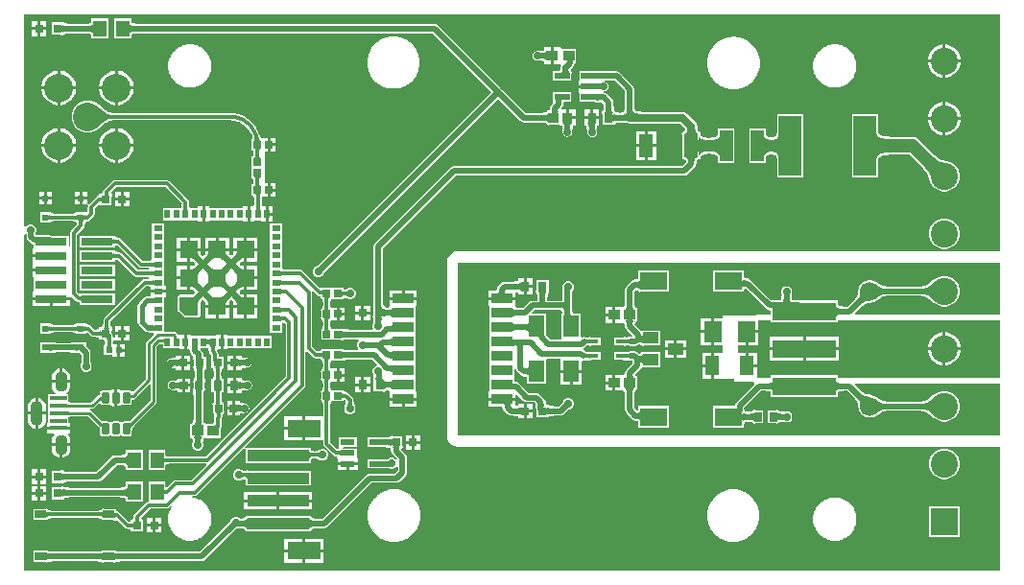
<source format=gtl>
G04*
G04 #@! TF.GenerationSoftware,Altium Limited,Altium Designer,24.3.1 (35)*
G04*
G04 Layer_Physical_Order=1*
G04 Layer_Color=255*
%FSLAX25Y25*%
%MOIN*%
G70*
G04*
G04 #@! TF.SameCoordinates,DD40E729-4839-4357-B32C-C6A01C06D7B0*
G04*
G04*
G04 #@! TF.FilePolarity,Positive*
G04*
G01*
G75*
%ADD15C,0.01575*%
%ADD16C,0.01201*%
%ADD18C,0.00236*%
%ADD19R,0.03150X0.02953*%
%ADD20R,0.03150X0.03543*%
%ADD21R,0.03150X0.03150*%
%ADD22R,0.05906X0.01772*%
G04:AMPARAMS|DCode=23|XSize=23.62mil|YSize=39.37mil|CornerRadius=2.01mil|HoleSize=0mil|Usage=FLASHONLY|Rotation=0.000|XOffset=0mil|YOffset=0mil|HoleType=Round|Shape=RoundedRectangle|*
%AMROUNDEDRECTD23*
21,1,0.02362,0.03535,0,0,0.0*
21,1,0.01961,0.03937,0,0,0.0*
1,1,0.00402,0.00980,-0.01768*
1,1,0.00402,-0.00980,-0.01768*
1,1,0.00402,-0.00980,0.01768*
1,1,0.00402,0.00980,0.01768*
%
%ADD23ROUNDEDRECTD23*%
%ADD24R,0.02461X0.02264*%
%ADD25R,0.07874X0.20866*%
%ADD26R,0.05200X0.02200*%
%ADD27R,0.02631X0.02648*%
%ADD28R,0.07480X0.03543*%
%ADD29R,0.09646X0.06299*%
%ADD30R,0.05512X0.03937*%
%ADD31R,0.10984X0.02913*%
%ADD32R,0.04528X0.10630*%
%ADD33R,0.04921X0.07087*%
%ADD34R,0.02362X0.02165*%
%ADD35R,0.02593X0.03197*%
%ADD36R,0.03937X0.02756*%
%ADD37R,0.03563X0.03568*%
%ADD38R,0.02559X0.02756*%
%ADD39R,0.05339X0.07316*%
%ADD40R,0.01968X0.03150*%
%ADD41R,0.03150X0.01968*%
%ADD42C,0.05512*%
%ADD43R,0.06299X0.06299*%
%ADD44R,0.06313X0.07505*%
%ADD45R,0.03963X0.03773*%
%ADD46R,0.04355X0.03773*%
%ADD47R,0.21654X0.03937*%
%ADD48R,0.11811X0.06299*%
%ADD49R,0.03150X0.01575*%
%ADD50R,0.04757X0.05756*%
%ADD51R,0.05000X0.08268*%
%ADD52R,0.04921X0.01968*%
%ADD53R,0.22047X0.06299*%
%ADD54R,0.02648X0.02631*%
%ADD55R,0.04166X0.03591*%
%ADD74C,0.06693*%
%ADD76C,0.00965*%
%ADD77C,0.01297*%
%ADD78C,0.01968*%
%ADD79C,0.00906*%
%ADD80C,0.01200*%
%ADD81C,0.02756*%
%ADD82C,0.03937*%
%ADD83C,0.04724*%
%ADD84C,0.01181*%
%ADD85O,0.04331X0.08661*%
%ADD86O,0.04331X0.07087*%
%ADD87C,0.09449*%
%ADD88R,0.09449X0.09449*%
%ADD89C,0.10000*%
%ADD90C,0.02756*%
G36*
X-485009Y159710D02*
X-484991Y159481D01*
X-484972Y159346D01*
X-484970Y159334D01*
X-484946Y159236D01*
X-484916Y159157D01*
X-484881Y159095D01*
X-484840Y159051D01*
X-484795Y159025D01*
X-484743Y159016D01*
X-484866D01*
X-484843Y158972D01*
X-484781Y158894D01*
X-484710Y158839D01*
X-484630Y158806D01*
X-484540Y158795D01*
X-486717Y158783D01*
X-486621Y158795D01*
X-486536Y158829D01*
X-486460Y158885D01*
X-486395Y158963D01*
X-486366Y159016D01*
X-486484D01*
X-486433Y159025D01*
X-486387Y159051D01*
X-486346Y159095D01*
X-486311Y159157D01*
X-486283Y159231D01*
X-486259Y159331D01*
X-486234Y159498D01*
X-486223Y159639D01*
X-486214Y159898D01*
X-485013D01*
X-485009Y159710D01*
D02*
G37*
G36*
X-487653Y156658D02*
X-487660Y156664D01*
X-487679Y156670D01*
X-487711Y156675D01*
X-487756Y156679D01*
X-487970Y156688D01*
X-488299Y156691D01*
Y157892D01*
X-487653Y157925D01*
Y156658D01*
D02*
G37*
G36*
X-457664Y154740D02*
X-457634Y154356D01*
X-457608Y154200D01*
X-457574Y154068D01*
X-457533Y153960D01*
X-457485Y153876D01*
X-457429Y153816D01*
X-457366Y153779D01*
X-457296Y153768D01*
X-459240D01*
X-459169Y153779D01*
X-459106Y153816D01*
X-459050Y153876D01*
X-459002Y153960D01*
X-458961Y154068D01*
X-458928Y154200D01*
X-458902Y154356D01*
X-458883Y154536D01*
X-458868Y154968D01*
X-457667D01*
X-457664Y154740D01*
D02*
G37*
G36*
X-493327Y152057D02*
X-493293Y151968D01*
X-493235Y151890D01*
X-493154Y151823D01*
X-493050Y151766D01*
X-492922Y151719D01*
X-492772Y151683D01*
X-492598Y151657D01*
X-492402Y151641D01*
X-492182Y151636D01*
Y150435D01*
X-492402Y150430D01*
X-492598Y150414D01*
X-492772Y150388D01*
X-492922Y150352D01*
X-493050Y150305D01*
X-493154Y150248D01*
X-493235Y150180D01*
X-493293Y150103D01*
X-493327Y150014D01*
X-493339Y149916D01*
Y152155D01*
X-493327Y152057D01*
D02*
G37*
G36*
X-495775Y149916D02*
X-495787Y150014D01*
X-495823Y150102D01*
X-495884Y150180D01*
X-495967Y150247D01*
X-496076Y150304D01*
X-496208Y150351D01*
X-496364Y150387D01*
X-496544Y150413D01*
X-496748Y150429D01*
X-496976Y150434D01*
Y151635D01*
X-496748Y151640D01*
X-496544Y151656D01*
X-496364Y151682D01*
X-496208Y151718D01*
X-496076Y151765D01*
X-495967Y151822D01*
X-495884Y151890D01*
X-495823Y151968D01*
X-495787Y152056D01*
X-495775Y152155D01*
Y149916D01*
D02*
G37*
G36*
X-505630Y152055D02*
X-505594Y151967D01*
X-505534Y151889D01*
X-505450Y151821D01*
X-505342Y151765D01*
X-505210Y151718D01*
X-505054Y151681D01*
X-504873Y151656D01*
X-504669Y151640D01*
X-504441Y151635D01*
Y150434D01*
X-504669Y150429D01*
X-504873Y150413D01*
X-505054Y150387D01*
X-505210Y150351D01*
X-505342Y150304D01*
X-505450Y150247D01*
X-505534Y150179D01*
X-505594Y150101D01*
X-505630Y150013D01*
X-505642Y149914D01*
Y152153D01*
X-505630Y152055D01*
D02*
G37*
G36*
X-175291Y139207D02*
X-363543D01*
X-364571Y139072D01*
X-365529Y138675D01*
X-366351Y138044D01*
X-366982Y137222D01*
X-367379Y136264D01*
X-367514Y135236D01*
Y75236D01*
X-367379Y74208D01*
X-366982Y73251D01*
X-366351Y72428D01*
X-365529Y71797D01*
X-364571Y71400D01*
X-363543Y71265D01*
X-175291D01*
Y28076D01*
X-514206D01*
Y145019D01*
X-513706Y145264D01*
X-513542Y145136D01*
X-513502Y145074D01*
Y144303D01*
X-513502Y144303D01*
X-513380Y143688D01*
X-513032Y143167D01*
X-511879Y142014D01*
X-511879Y142014D01*
X-511358Y141666D01*
X-510984Y141592D01*
Y140634D01*
X-510984Y140630D01*
X-510994Y140134D01*
X-511394D01*
Y138177D01*
X-504902D01*
Y137177D01*
X-511394D01*
Y135634D01*
X-511394Y135221D01*
X-511394Y134721D01*
Y133177D01*
X-504902D01*
Y132177D01*
X-511394D01*
Y130220D01*
X-510994D01*
X-510984Y129724D01*
X-510984Y129720D01*
Y125634D01*
X-510984Y125630D01*
X-510994Y125134D01*
X-511394D01*
Y123177D01*
X-504902D01*
X-498410D01*
Y123379D01*
X-498107Y123528D01*
X-497909Y123554D01*
X-496326Y121971D01*
X-496174Y121870D01*
X-496128Y121800D01*
X-496049Y121676D01*
X-496041Y121670D01*
X-496035Y121662D01*
X-495913Y121580D01*
X-495793Y121496D01*
X-495783Y121493D01*
X-495775Y121488D01*
X-495631Y121459D01*
X-495487Y121427D01*
X-495299Y121423D01*
X-495161Y121411D01*
X-495091Y121401D01*
X-495074Y121375D01*
X-495060Y121330D01*
X-494988Y121245D01*
X-494961Y121205D01*
Y120630D01*
X-482795D01*
Y124724D01*
X-494226D01*
X-494267Y124737D01*
X-494313Y124734D01*
X-494358Y124743D01*
X-494450Y124724D01*
X-494961D01*
Y124724D01*
X-495447Y124545D01*
X-495463Y124550D01*
X-495486Y124566D01*
X-495884Y124963D01*
Y145037D01*
X-493699Y147222D01*
X-493435Y147616D01*
X-493343Y148081D01*
Y148216D01*
X-493308Y148269D01*
X-493223Y148388D01*
X-493221Y148399D01*
X-493215Y148407D01*
X-493186Y148551D01*
X-493154Y148694D01*
X-493149Y148897D01*
X-493136Y149046D01*
X-493119Y149143D01*
X-493078Y149165D01*
X-493032Y149174D01*
X-492981Y149208D01*
X-492973Y149210D01*
X-492956Y149224D01*
X-492940Y149235D01*
X-492841Y149286D01*
X-492818Y149313D01*
X-492736D01*
Y149400D01*
X-492710Y149440D01*
X-492638Y149524D01*
X-492623Y149569D01*
X-492601Y149602D01*
X-492507Y149616D01*
X-492361Y149628D01*
X-492163Y149632D01*
X-492019Y149665D01*
X-491875Y149693D01*
X-491867Y149699D01*
X-491857Y149701D01*
X-491737Y149785D01*
X-491614Y149867D01*
X-491609Y149875D01*
X-491601Y149881D01*
X-491522Y150005D01*
X-491475Y150075D01*
X-491323Y150177D01*
X-490126Y151375D01*
X-489862Y151769D01*
X-489770Y152233D01*
Y154103D01*
X-488739Y155134D01*
X-488268Y155264D01*
Y155264D01*
X-488268Y155264D01*
X-483937D01*
Y158279D01*
X-483910Y158319D01*
X-483841Y158400D01*
X-483825Y158449D01*
X-483796Y158492D01*
X-483776Y158596D01*
X-483743Y158697D01*
X-483746Y158749D01*
X-483737Y158800D01*
X-483758Y158904D01*
X-483766Y159010D01*
X-483789Y159056D01*
X-483800Y159106D01*
X-483859Y159195D01*
X-483907Y159290D01*
X-483933Y159460D01*
X-483911Y159844D01*
X-483876Y159916D01*
X-483857Y159938D01*
X-482253Y161542D01*
X-465227D01*
X-459482Y155796D01*
Y155467D01*
X-459515Y155417D01*
X-459599Y155301D01*
X-459602Y155287D01*
X-459610Y155275D01*
X-459638Y155135D01*
X-459670Y154996D01*
X-459677Y154802D01*
X-459842Y154370D01*
X-466142D01*
Y150039D01*
X-459842D01*
Y150039D01*
X-459342Y150039D01*
X-453953D01*
Y149630D01*
X-452468D01*
Y152205D01*
Y154780D01*
X-453953D01*
Y154370D01*
X-456780D01*
X-456803Y154385D01*
X-456829Y154410D01*
X-456836Y154453D01*
X-456861Y154778D01*
X-456865Y154981D01*
X-456896Y155128D01*
X-456926Y155275D01*
X-456929Y155281D01*
X-456931Y155288D01*
X-457016Y155411D01*
X-457053Y155467D01*
Y156299D01*
X-457146Y156764D01*
X-457409Y157158D01*
X-463866Y163614D01*
X-464260Y163878D01*
X-464724Y163970D01*
X-482756D01*
X-483221Y163878D01*
X-483614Y163614D01*
X-486472Y160757D01*
X-486574Y160605D01*
X-486640Y160560D01*
X-486762Y160485D01*
X-486764Y160482D01*
X-486768Y160479D01*
X-486774Y160471D01*
X-486782Y160466D01*
X-486861Y160347D01*
X-486945Y160230D01*
X-486946Y160226D01*
X-486948Y160223D01*
X-486950Y160213D01*
X-486956Y160205D01*
X-486984Y160065D01*
X-487016Y159925D01*
X-487025Y159685D01*
X-487032Y159597D01*
X-487052Y159583D01*
X-487090Y159526D01*
X-487140Y159479D01*
X-487155Y159445D01*
X-487196Y159410D01*
X-487214Y159398D01*
X-488268D01*
Y158697D01*
X-488341Y158694D01*
X-488473Y158660D01*
X-488606Y158634D01*
X-488624Y158622D01*
X-488644Y158617D01*
X-488753Y158535D01*
X-488867Y158460D01*
X-488878Y158442D01*
X-488895Y158430D01*
X-488965Y158312D01*
X-489006Y158252D01*
X-489158Y158150D01*
X-491836Y155472D01*
X-491867Y155474D01*
X-492327Y155641D01*
X-492327Y155954D01*
Y157126D01*
X-494057D01*
Y155494D01*
X-492783D01*
X-492425Y155494D01*
X-492104Y155104D01*
X-492106Y155071D01*
X-492114Y155031D01*
X-492199Y154606D01*
Y153173D01*
X-492360Y153027D01*
X-492736Y152758D01*
X-492915Y152842D01*
X-493032Y152897D01*
X-493066Y152904D01*
X-493120Y152928D01*
X-493164Y152931D01*
X-493230Y152937D01*
X-493339Y152958D01*
X-493385Y152949D01*
X-493432Y152953D01*
X-493538Y152919D01*
X-493646Y152897D01*
X-493685Y152871D01*
X-493730Y152856D01*
X-493815Y152785D01*
X-493854Y152758D01*
X-495260D01*
X-495298Y152784D01*
X-495381Y152855D01*
X-495428Y152870D01*
X-495468Y152897D01*
X-495575Y152918D01*
X-495679Y152952D01*
X-495727Y152949D01*
X-495775Y152958D01*
X-495882Y152937D01*
X-495991Y152929D01*
X-496035Y152907D01*
X-496083Y152897D01*
X-496173Y152837D01*
X-496271Y152787D01*
X-496296Y152758D01*
X-496378D01*
Y152671D01*
X-496404Y152632D01*
X-496475Y152550D01*
X-496490Y152503D01*
X-496511Y152472D01*
X-496513Y152471D01*
X-496632Y152454D01*
X-496788Y152442D01*
X-496994Y152437D01*
X-497139Y152405D01*
X-497283Y152377D01*
X-497291Y152371D01*
X-497300Y152369D01*
X-497421Y152285D01*
X-497475Y152249D01*
X-503943D01*
X-503996Y152285D01*
X-504117Y152369D01*
X-504126Y152371D01*
X-504134Y152377D01*
X-504279Y152405D01*
X-504423Y152437D01*
X-504630Y152442D01*
X-504786Y152454D01*
X-504905Y152471D01*
X-504908Y152472D01*
X-504927Y152501D01*
X-504943Y152548D01*
X-505014Y152631D01*
X-505039Y152669D01*
Y152756D01*
X-505122D01*
X-505147Y152786D01*
X-505244Y152835D01*
X-505335Y152895D01*
X-505383Y152905D01*
X-505427Y152927D01*
X-505535Y152935D01*
X-505642Y152956D01*
X-505690Y152947D01*
X-505739Y152950D01*
X-505842Y152916D01*
X-505949Y152895D01*
X-505990Y152868D01*
X-506037Y152852D01*
X-506119Y152781D01*
X-506157Y152756D01*
X-508681D01*
Y149311D01*
X-506157D01*
X-506119Y149285D01*
X-506036Y149214D01*
X-505990Y149199D01*
X-505949Y149172D01*
X-505842Y149151D01*
X-505739Y149117D01*
X-505690Y149120D01*
X-505642Y149111D01*
X-505535Y149132D01*
X-505426Y149140D01*
X-505383Y149162D01*
X-505335Y149172D01*
X-505244Y149232D01*
X-505147Y149282D01*
X-505122Y149311D01*
X-505039D01*
Y149398D01*
X-505014Y149436D01*
X-504943Y149519D01*
X-504927Y149566D01*
X-504906Y149597D01*
X-504905Y149598D01*
X-504785Y149615D01*
X-504630Y149627D01*
X-504423Y149631D01*
X-504279Y149663D01*
X-504134Y149692D01*
X-504126Y149697D01*
X-504117Y149699D01*
X-503996Y149784D01*
X-503943Y149820D01*
X-497475D01*
X-497421Y149784D01*
X-497300Y149699D01*
X-497291Y149697D01*
X-497283Y149692D01*
X-497139Y149663D01*
X-496994Y149631D01*
X-496788Y149627D01*
X-496632Y149615D01*
X-496512Y149598D01*
X-496510Y149597D01*
X-496490Y149567D01*
X-496475Y149521D01*
X-496404Y149438D01*
X-496378Y149400D01*
Y149313D01*
X-496296D01*
X-496270Y149283D01*
X-496173Y149234D01*
X-496158Y149224D01*
X-496141Y149210D01*
X-496133Y149208D01*
X-496083Y149174D01*
X-496034Y149164D01*
X-495995Y149144D01*
X-495978Y149046D01*
X-495965Y148897D01*
X-495960Y148694D01*
X-495928Y148551D01*
X-495907Y148448D01*
X-497957Y146398D01*
X-498220Y146004D01*
X-498312Y145540D01*
Y141071D01*
X-498812Y140616D01*
X-498819Y140616D01*
X-498819Y140630D01*
X-498819Y140634D01*
Y144724D01*
X-505219D01*
X-505374Y144755D01*
X-505374Y144755D01*
X-510078D01*
X-510291Y144968D01*
Y145710D01*
X-510079Y146223D01*
Y147006D01*
X-510378Y147729D01*
X-510932Y148283D01*
X-511656Y148583D01*
X-512439D01*
X-513162Y148283D01*
X-513706Y147740D01*
X-513763Y147741D01*
X-514206Y147854D01*
Y221716D01*
X-175291D01*
Y139207D01*
D02*
G37*
G36*
X-493470Y149904D02*
X-493572Y149867D01*
X-493663Y149808D01*
X-493741Y149723D01*
X-493807Y149615D01*
X-493861Y149483D01*
X-493903Y149327D01*
X-493933Y149147D01*
X-493951Y148943D01*
X-493957Y148715D01*
X-495157D01*
X-495163Y148943D01*
X-495182Y149147D01*
X-495212Y149327D01*
X-495254Y149483D01*
X-495308Y149615D01*
X-495374Y149723D01*
X-495452Y149808D01*
X-495542Y149867D01*
X-495644Y149904D01*
X-495758Y149916D01*
X-493356D01*
X-493470Y149904D01*
D02*
G37*
G36*
X-264829Y129717D02*
X-264774Y129576D01*
X-264683Y129452D01*
X-264555Y129345D01*
X-264391Y129254D01*
X-264190Y129179D01*
X-263953Y129121D01*
X-263680Y129080D01*
X-263370Y129055D01*
X-263023Y129047D01*
Y127078D01*
X-263370Y127070D01*
X-263680Y127045D01*
X-263953Y127004D01*
X-264190Y126946D01*
X-264391Y126872D01*
X-264555Y126780D01*
X-264683Y126673D01*
X-264774Y126549D01*
X-264829Y126408D01*
X-264847Y126251D01*
Y129874D01*
X-264829Y129717D01*
D02*
G37*
G36*
X-217894Y127439D02*
X-217623Y127208D01*
X-217349Y127004D01*
X-217072Y126828D01*
X-216792Y126678D01*
X-216508Y126556D01*
X-216222Y126461D01*
X-215933Y126393D01*
X-215640Y126352D01*
X-215345Y126339D01*
Y124370D01*
X-215640Y124356D01*
X-215933Y124316D01*
X-216222Y124248D01*
X-216508Y124153D01*
X-216792Y124030D01*
X-217072Y123881D01*
X-217349Y123705D01*
X-217623Y123501D01*
X-217894Y123270D01*
X-218161Y123012D01*
Y127697D01*
X-217894Y127439D01*
D02*
G37*
G36*
X-198098Y122047D02*
X-198549Y122489D01*
X-199422Y123232D01*
X-199844Y123534D01*
X-200257Y123789D01*
X-200660Y123998D01*
X-201055Y124161D01*
X-201439Y124277D01*
X-201814Y124347D01*
X-202180Y124370D01*
Y126339D01*
X-201814Y126362D01*
X-201439Y126432D01*
X-201055Y126548D01*
X-200660Y126710D01*
X-200257Y126919D01*
X-199844Y127175D01*
X-199422Y127477D01*
X-198990Y127825D01*
X-198098Y128661D01*
Y122047D01*
D02*
G37*
G36*
X-494358Y121720D02*
X-494369Y121817D01*
X-494403Y121904D01*
X-494458Y121980D01*
X-494536Y122046D01*
X-494635Y122102D01*
X-494758Y122148D01*
X-494902Y122184D01*
X-495068Y122209D01*
X-495257Y122225D01*
X-495468Y122230D01*
Y123430D01*
X-495257Y123435D01*
X-495068Y123451D01*
X-494902Y123476D01*
X-494758Y123512D01*
X-494635Y123558D01*
X-494536Y123614D01*
X-494458Y123680D01*
X-494403Y123757D01*
X-494369Y123843D01*
X-494358Y123940D01*
Y121720D01*
D02*
G37*
G36*
X-248494Y123076D02*
X-248465Y122740D01*
X-248415Y122442D01*
X-248346Y122185D01*
X-248258Y121967D01*
X-248150Y121789D01*
X-248022Y121650D01*
X-247874Y121551D01*
X-247707Y121492D01*
X-247520Y121472D01*
X-251457D01*
X-251270Y121492D01*
X-251102Y121551D01*
X-250955Y121650D01*
X-250827Y121789D01*
X-250718Y121967D01*
X-250630Y122185D01*
X-250561Y122442D01*
X-250512Y122740D01*
X-250482Y123076D01*
X-250472Y123453D01*
X-248504D01*
X-248494Y123076D01*
D02*
G37*
G36*
X-220585Y122008D02*
X-220956Y122001D01*
X-221311Y121973D01*
X-221649Y121923D01*
X-221970Y121852D01*
X-222274Y121760D01*
X-222560Y121646D01*
X-222830Y121511D01*
X-223082Y121354D01*
X-223318Y121176D01*
X-223537Y120977D01*
X-224929Y122369D01*
X-224729Y122587D01*
X-224551Y122823D01*
X-224395Y123076D01*
X-224259Y123345D01*
X-224146Y123632D01*
X-224053Y123936D01*
X-223982Y124256D01*
X-223933Y124594D01*
X-223904Y124949D01*
X-223898Y125321D01*
X-220585Y122008D01*
D02*
G37*
G36*
X-175291Y117361D02*
X-225620D01*
X-225811Y117823D01*
X-223442Y120193D01*
X-223401Y120201D01*
X-223264Y120222D01*
X-223248Y120232D01*
X-223229Y120235D01*
X-223114Y120312D01*
X-222996Y120384D01*
X-222804Y120558D01*
X-222628Y120691D01*
X-222438Y120809D01*
X-222232Y120913D01*
X-222008Y121001D01*
X-221766Y121075D01*
X-221504Y121133D01*
X-221221Y121175D01*
X-220917Y121199D01*
X-220570Y121205D01*
X-220424Y121237D01*
X-220277Y121266D01*
X-220271Y121271D01*
X-220264Y121272D01*
X-220141Y121358D01*
X-220051Y121417D01*
X-220033D01*
X-219032Y121686D01*
X-218134Y122204D01*
X-218121Y122217D01*
X-218015Y122238D01*
X-217868Y122265D01*
X-217862Y122269D01*
X-217854Y122270D01*
X-217730Y122353D01*
X-217604Y122434D01*
X-217354Y122675D01*
X-217122Y122872D01*
X-216893Y123043D01*
X-216666Y123187D01*
X-216443Y123307D01*
X-216222Y123402D01*
X-216003Y123475D01*
X-215785Y123526D01*
X-215566Y123556D01*
X-215308Y123568D01*
X-215174Y123601D01*
X-215038Y123628D01*
X-215022Y123639D01*
X-215004Y123643D01*
X-214892Y123725D01*
X-214858Y123749D01*
X-202667D01*
X-202638Y123729D01*
X-202533Y123649D01*
X-202508Y123643D01*
X-202487Y123628D01*
X-202358Y123603D01*
X-202231Y123569D01*
X-201913Y123549D01*
X-201629Y123496D01*
X-201324Y123404D01*
X-200999Y123270D01*
X-200654Y123091D01*
X-200290Y122865D01*
X-199917Y122599D01*
X-199091Y121895D01*
X-198660Y121474D01*
X-198532Y121390D01*
X-198406Y121306D01*
X-198401Y121305D01*
X-198398Y121302D01*
X-198248Y121274D01*
X-198139Y121253D01*
X-197988Y121101D01*
X-196776Y120402D01*
X-195424Y120039D01*
X-194025D01*
X-192673Y120402D01*
X-191461Y121101D01*
X-190471Y122091D01*
X-189772Y123303D01*
X-189409Y124655D01*
Y126054D01*
X-189772Y127406D01*
X-190471Y128618D01*
X-191461Y129607D01*
X-192673Y130307D01*
X-194025Y130669D01*
X-195424D01*
X-196776Y130307D01*
X-197988Y129607D01*
X-198139Y129456D01*
X-198239Y129436D01*
X-198381Y129413D01*
X-198393Y129406D01*
X-198406Y129403D01*
X-198525Y129323D01*
X-198647Y129247D01*
X-199518Y128431D01*
X-199908Y128116D01*
X-200289Y127843D01*
X-200654Y127618D01*
X-200999Y127439D01*
X-201324Y127305D01*
X-201629Y127213D01*
X-201913Y127160D01*
X-202231Y127140D01*
X-202358Y127106D01*
X-202487Y127080D01*
X-202508Y127066D01*
X-202533Y127059D01*
X-202638Y126979D01*
X-202667Y126960D01*
X-214858D01*
X-214892Y126983D01*
X-215004Y127065D01*
X-215022Y127070D01*
X-215038Y127080D01*
X-215174Y127107D01*
X-215308Y127141D01*
X-215566Y127152D01*
X-215785Y127183D01*
X-216003Y127234D01*
X-216222Y127307D01*
X-216443Y127402D01*
X-216666Y127521D01*
X-216893Y127666D01*
X-217122Y127836D01*
X-217354Y128034D01*
X-217604Y128275D01*
X-217730Y128356D01*
X-217854Y128439D01*
X-217862Y128440D01*
X-217868Y128444D01*
X-218015Y128471D01*
X-218121Y128492D01*
X-218134Y128505D01*
X-219032Y129023D01*
X-220033Y129291D01*
X-221070D01*
X-222071Y129023D01*
X-222969Y128505D01*
X-223702Y127772D01*
X-224220Y126874D01*
X-224488Y125873D01*
Y125854D01*
X-224548Y125764D01*
X-224633Y125642D01*
X-224635Y125634D01*
X-224639Y125628D01*
X-224668Y125481D01*
X-224700Y125336D01*
X-224707Y124988D01*
X-224731Y124685D01*
X-224772Y124402D01*
X-224830Y124140D01*
X-224904Y123897D01*
X-224993Y123674D01*
X-225096Y123468D01*
X-225214Y123277D01*
X-225347Y123101D01*
X-225522Y122910D01*
X-225593Y122791D01*
X-225670Y122676D01*
X-225674Y122658D01*
X-225684Y122642D01*
X-225704Y122505D01*
X-225712Y122464D01*
X-228224Y119952D01*
X-229800D01*
X-229841Y119980D01*
X-229961Y120064D01*
X-229972Y120066D01*
X-229980Y120072D01*
X-230124Y120101D01*
X-230267Y120133D01*
X-230618Y120142D01*
X-230900Y120167D01*
X-231128Y120205D01*
X-231299Y120251D01*
X-231411Y120296D01*
X-231462Y120327D01*
X-231470Y120399D01*
X-231504Y120509D01*
X-231526Y120622D01*
X-231550Y120658D01*
X-231563Y120699D01*
X-231637Y120787D01*
X-231653Y120812D01*
Y122087D01*
X-245278D01*
X-245433Y122117D01*
X-245433Y122117D01*
X-247064D01*
X-247136Y122177D01*
X-247177Y122190D01*
X-247213Y122214D01*
X-247325Y122236D01*
X-247435Y122270D01*
X-247507Y122278D01*
X-247538Y122329D01*
X-247584Y122441D01*
X-247630Y122612D01*
X-247668Y122840D01*
X-247692Y123122D01*
X-247701Y123474D01*
X-247734Y123616D01*
X-247762Y123760D01*
X-247768Y123769D01*
X-247771Y123779D01*
X-247855Y123899D01*
X-247867Y123916D01*
X-247819Y123964D01*
X-247520Y124687D01*
Y125470D01*
X-247819Y126194D01*
X-248373Y126748D01*
X-249097Y127047D01*
X-249880D01*
X-250603Y126748D01*
X-251157Y126194D01*
X-251457Y125470D01*
Y124687D01*
X-251157Y123964D01*
X-251110Y123916D01*
X-251121Y123899D01*
X-251206Y123779D01*
X-251208Y123769D01*
X-251214Y123760D01*
X-251243Y123617D01*
X-251275Y123474D01*
X-251284Y123122D01*
X-251309Y122840D01*
X-251347Y122612D01*
X-251393Y122441D01*
X-251438Y122329D01*
X-251469Y122278D01*
X-251541Y122270D01*
X-251651Y122236D01*
X-251764Y122214D01*
X-251800Y122190D01*
X-251840Y122177D01*
X-251912Y122117D01*
X-253810D01*
X-253840Y122138D01*
X-253965Y122223D01*
X-253971Y122224D01*
X-253976Y122228D01*
X-254124Y122256D01*
X-254271Y122287D01*
X-254984Y122294D01*
X-261888Y129198D01*
X-262406Y129544D01*
X-262442Y129601D01*
X-262450Y129606D01*
X-262456Y129614D01*
X-262578Y129696D01*
X-262698Y129781D01*
X-262708Y129783D01*
X-262716Y129789D01*
X-262860Y129817D01*
X-263004Y129849D01*
X-263328Y129857D01*
X-263587Y129878D01*
X-263798Y129910D01*
X-263955Y129948D01*
X-264055Y129985D01*
X-264055Y129986D01*
X-264083Y130072D01*
X-264105Y130181D01*
X-264131Y130220D01*
X-264145Y130265D01*
X-264217Y130350D01*
X-264232Y130372D01*
Y132717D01*
X-275059D01*
Y125236D01*
X-264232D01*
Y125753D01*
X-264217Y125776D01*
X-264145Y125860D01*
X-264131Y125905D01*
X-264105Y125944D01*
X-264083Y126053D01*
X-264055Y126139D01*
X-264055Y126140D01*
X-263955Y126177D01*
X-263798Y126215D01*
X-263587Y126247D01*
X-263487Y126255D01*
X-256608Y119376D01*
X-256088Y119029D01*
X-256051Y118971D01*
X-256045Y118966D01*
X-256040Y118960D01*
X-255916Y118877D01*
X-255794Y118792D01*
X-255786Y118790D01*
X-255780Y118786D01*
X-255634Y118757D01*
X-255488Y118725D01*
X-255077Y118717D01*
X-254882Y118702D01*
Y117361D01*
X-259189D01*
X-259957Y117209D01*
X-260298Y116981D01*
X-271795D01*
Y116012D01*
X-274659D01*
Y111260D01*
Y106508D01*
X-271795D01*
Y103992D01*
X-274756D01*
Y99449D01*
Y94906D01*
X-271795D01*
Y94842D01*
X-267677D01*
Y93937D01*
X-261234D01*
X-261207Y93896D01*
X-260759Y93597D01*
X-260642Y93007D01*
X-266943Y86706D01*
X-267290Y86185D01*
X-267413Y85571D01*
X-267903Y85472D01*
X-275059D01*
Y77992D01*
X-264232D01*
Y79266D01*
X-264215Y79292D01*
X-264142Y79380D01*
X-264129Y79421D01*
X-264105Y79457D01*
X-264083Y79569D01*
X-264049Y79679D01*
X-264041Y79751D01*
X-263990Y79782D01*
X-263878Y79828D01*
X-263707Y79874D01*
X-263478Y79912D01*
X-263197Y79936D01*
X-262845Y79945D01*
X-262779Y79960D01*
X-262716Y79946D01*
X-262035Y79922D01*
X-261791Y79898D01*
X-261592Y79865D01*
X-261457Y79831D01*
X-261424Y79781D01*
X-261400Y79717D01*
X-261338Y79652D01*
X-261323Y79630D01*
Y79543D01*
X-261236D01*
X-261231Y79540D01*
X-261184Y79490D01*
X-261102Y79454D01*
X-261028Y79404D01*
X-260960Y79391D01*
X-260898Y79362D01*
X-260808Y79360D01*
X-260720Y79343D01*
X-260653Y79356D01*
X-260584Y79354D01*
X-260501Y79386D01*
X-260413Y79404D01*
X-260356Y79442D01*
X-260292Y79467D01*
X-260227Y79528D01*
X-260205Y79543D01*
X-257549D01*
Y83921D01*
X-260205D01*
X-260227Y83936D01*
X-260292Y83998D01*
X-260356Y84022D01*
X-260413Y84061D01*
X-260501Y84078D01*
X-260584Y84110D01*
X-260653Y84108D01*
X-260720Y84122D01*
X-260808Y84104D01*
X-260898Y84102D01*
X-260960Y84074D01*
X-261028Y84061D01*
X-261102Y84011D01*
X-261184Y83975D01*
X-261231Y83925D01*
X-261236Y83921D01*
X-261323D01*
Y83834D01*
X-261338Y83812D01*
X-261400Y83747D01*
X-261424Y83683D01*
X-261457Y83634D01*
X-261592Y83600D01*
X-261781Y83569D01*
X-262352Y83525D01*
X-262702Y83519D01*
X-262776Y83503D01*
X-262845Y83519D01*
X-263197Y83528D01*
X-263478Y83553D01*
X-263707Y83591D01*
X-263878Y83637D01*
X-263990Y83682D01*
X-264041Y83713D01*
X-264049Y83785D01*
X-264083Y83895D01*
X-264105Y84008D01*
X-264129Y84044D01*
X-264142Y84084D01*
X-264201Y84156D01*
Y84906D01*
X-258351Y90757D01*
X-256735D01*
X-256694Y90729D01*
X-256574Y90645D01*
X-256564Y90642D01*
X-256555Y90636D01*
X-256412Y90608D01*
X-256269Y90575D01*
X-255917Y90566D01*
X-255636Y90541D01*
X-255408Y90504D01*
X-255236Y90458D01*
X-255124Y90412D01*
X-255073Y90381D01*
X-255066Y90309D01*
X-255031Y90199D01*
X-255009Y90087D01*
X-254985Y90051D01*
X-254973Y90010D01*
X-254899Y89922D01*
X-254882Y89896D01*
Y88622D01*
X-231653D01*
Y89896D01*
X-231637Y89922D01*
X-231563Y90010D01*
X-231550Y90051D01*
X-231526Y90087D01*
X-231504Y90199D01*
X-231470Y90309D01*
X-231462Y90381D01*
X-231411Y90412D01*
X-231299Y90458D01*
X-231128Y90504D01*
X-230900Y90541D01*
X-230618Y90566D01*
X-230267Y90575D01*
X-230124Y90608D01*
X-229980Y90636D01*
X-229972Y90642D01*
X-229961Y90645D01*
X-229841Y90729D01*
X-229800Y90757D01*
X-228224D01*
X-225712Y88245D01*
X-225704Y88204D01*
X-225684Y88067D01*
X-225674Y88051D01*
X-225670Y88033D01*
X-225593Y87917D01*
X-225522Y87799D01*
X-225347Y87608D01*
X-225214Y87431D01*
X-225096Y87241D01*
X-224993Y87035D01*
X-224904Y86811D01*
X-224830Y86569D01*
X-224772Y86307D01*
X-224731Y86024D01*
X-224707Y85720D01*
X-224700Y85373D01*
X-224668Y85227D01*
X-224639Y85081D01*
X-224635Y85074D01*
X-224633Y85067D01*
X-224548Y84944D01*
X-224488Y84855D01*
Y84836D01*
X-224220Y83835D01*
X-223702Y82937D01*
X-222969Y82204D01*
X-222071Y81686D01*
X-221070Y81417D01*
X-220033D01*
X-219032Y81686D01*
X-218134Y82204D01*
X-218121Y82217D01*
X-218015Y82238D01*
X-217868Y82265D01*
X-217862Y82269D01*
X-217854Y82270D01*
X-217730Y82353D01*
X-217604Y82434D01*
X-217354Y82675D01*
X-217122Y82872D01*
X-216893Y83043D01*
X-216666Y83187D01*
X-216443Y83307D01*
X-216222Y83402D01*
X-216003Y83474D01*
X-215785Y83526D01*
X-215566Y83556D01*
X-215308Y83568D01*
X-215174Y83601D01*
X-215038Y83628D01*
X-215022Y83639D01*
X-215004Y83643D01*
X-214892Y83725D01*
X-214858Y83749D01*
X-202667D01*
X-202638Y83729D01*
X-202533Y83649D01*
X-202508Y83643D01*
X-202487Y83628D01*
X-202358Y83603D01*
X-202231Y83569D01*
X-201913Y83549D01*
X-201629Y83496D01*
X-201324Y83404D01*
X-200999Y83270D01*
X-200654Y83091D01*
X-200290Y82865D01*
X-199917Y82599D01*
X-199091Y81895D01*
X-198660Y81474D01*
X-198532Y81390D01*
X-198406Y81305D01*
X-198401Y81305D01*
X-198398Y81302D01*
X-198248Y81274D01*
X-198139Y81252D01*
X-197988Y81101D01*
X-196776Y80402D01*
X-195424Y80039D01*
X-194025D01*
X-192673Y80402D01*
X-191461Y81101D01*
X-190471Y82091D01*
X-189772Y83303D01*
X-189409Y84655D01*
Y86054D01*
X-189772Y87406D01*
X-190471Y88618D01*
X-191461Y89607D01*
X-192673Y90307D01*
X-194025Y90669D01*
X-195424D01*
X-196776Y90307D01*
X-197988Y89607D01*
X-198139Y89456D01*
X-198239Y89436D01*
X-198381Y89413D01*
X-198393Y89406D01*
X-198406Y89403D01*
X-198525Y89323D01*
X-198647Y89247D01*
X-199518Y88431D01*
X-199908Y88116D01*
X-200289Y87843D01*
X-200654Y87618D01*
X-200999Y87439D01*
X-201324Y87305D01*
X-201629Y87213D01*
X-201913Y87160D01*
X-202231Y87140D01*
X-202358Y87106D01*
X-202487Y87080D01*
X-202508Y87066D01*
X-202533Y87059D01*
X-202638Y86979D01*
X-202667Y86960D01*
X-214858D01*
X-214892Y86983D01*
X-215004Y87065D01*
X-215022Y87070D01*
X-215038Y87080D01*
X-215174Y87107D01*
X-215308Y87141D01*
X-215566Y87152D01*
X-215785Y87183D01*
X-216003Y87234D01*
X-216222Y87307D01*
X-216443Y87402D01*
X-216666Y87521D01*
X-216893Y87666D01*
X-217122Y87836D01*
X-217354Y88034D01*
X-217604Y88275D01*
X-217730Y88355D01*
X-217854Y88439D01*
X-217862Y88440D01*
X-217868Y88444D01*
X-218015Y88471D01*
X-218121Y88492D01*
X-218134Y88505D01*
X-219032Y89023D01*
X-220033Y89291D01*
X-220051D01*
X-220141Y89351D01*
X-220264Y89437D01*
X-220271Y89438D01*
X-220277Y89442D01*
X-220424Y89472D01*
X-220570Y89503D01*
X-220917Y89510D01*
X-221221Y89534D01*
X-221504Y89575D01*
X-221766Y89634D01*
X-222008Y89707D01*
X-222232Y89796D01*
X-222438Y89899D01*
X-222628Y90017D01*
X-222804Y90151D01*
X-222996Y90325D01*
X-223114Y90396D01*
X-223229Y90473D01*
X-223248Y90477D01*
X-223264Y90487D01*
X-223401Y90508D01*
X-223442Y90516D01*
X-225772Y92846D01*
X-225581Y93308D01*
X-175291D01*
Y75236D01*
X-363543D01*
Y135236D01*
X-175291D01*
Y117361D01*
D02*
G37*
G36*
X-254279Y121484D02*
X-254267Y119319D01*
X-254280Y119358D01*
X-254316Y119394D01*
X-254376Y119425D01*
X-254461Y119452D01*
X-254569Y119475D01*
X-254702Y119494D01*
X-255039Y119519D01*
X-255472Y119528D01*
Y121496D01*
X-254279Y121484D01*
D02*
G37*
G36*
X-232248Y120128D02*
X-232189Y119961D01*
X-232090Y119813D01*
X-231951Y119685D01*
X-231773Y119577D01*
X-231555Y119488D01*
X-231298Y119419D01*
X-231001Y119370D01*
X-230664Y119341D01*
X-230288Y119331D01*
Y117362D01*
X-230664Y117352D01*
X-231001Y117323D01*
X-231298Y117274D01*
X-231555Y117205D01*
X-231773Y117116D01*
X-231951Y117008D01*
X-232090Y116880D01*
X-232189Y116732D01*
X-232248Y116565D01*
X-232268Y116378D01*
Y120315D01*
X-232248Y120128D01*
D02*
G37*
G36*
X-175291Y95315D02*
X-231653D01*
Y96102D01*
X-254882D01*
Y95315D01*
X-259787D01*
Y98949D01*
X-263248D01*
Y99449D01*
X-263748D01*
Y103992D01*
X-266378D01*
Y106508D01*
X-263845D01*
Y111260D01*
X-263345D01*
Y111760D01*
X-259189D01*
Y115354D01*
X-254882D01*
Y114606D01*
X-231653D01*
Y115354D01*
X-175291D01*
Y95315D01*
D02*
G37*
G36*
X-232248Y94144D02*
X-232189Y93976D01*
X-232090Y93829D01*
X-231951Y93701D01*
X-231773Y93593D01*
X-231555Y93504D01*
X-231298Y93435D01*
X-231001Y93386D01*
X-230664Y93356D01*
X-230288Y93347D01*
Y91378D01*
X-230664Y91368D01*
X-231001Y91339D01*
X-231298Y91289D01*
X-231555Y91220D01*
X-231773Y91132D01*
X-231951Y91024D01*
X-232090Y90896D01*
X-232189Y90748D01*
X-232248Y90581D01*
X-232268Y90394D01*
Y94331D01*
X-232248Y94144D01*
D02*
G37*
G36*
X-254267Y90394D02*
X-254287Y90581D01*
X-254347Y90748D01*
X-254446Y90896D01*
X-254584Y91024D01*
X-254763Y91132D01*
X-254980Y91220D01*
X-255238Y91289D01*
X-255535Y91339D01*
X-255872Y91368D01*
X-256248Y91378D01*
Y93347D01*
X-255872Y93356D01*
X-255535Y93386D01*
X-255238Y93435D01*
X-254980Y93504D01*
X-254763Y93593D01*
X-254584Y93701D01*
X-254446Y93829D01*
X-254347Y93976D01*
X-254287Y94144D01*
X-254267Y94331D01*
Y90394D01*
D02*
G37*
G36*
X-223318Y89532D02*
X-223082Y89354D01*
X-222830Y89198D01*
X-222560Y89063D01*
X-222274Y88949D01*
X-221970Y88857D01*
X-221649Y88785D01*
X-221311Y88736D01*
X-220956Y88708D01*
X-220585Y88701D01*
X-223898Y85388D01*
X-223904Y85760D01*
X-223933Y86115D01*
X-223982Y86452D01*
X-224053Y86773D01*
X-224146Y87077D01*
X-224259Y87363D01*
X-224395Y87633D01*
X-224551Y87886D01*
X-224729Y88121D01*
X-224929Y88340D01*
X-223537Y89732D01*
X-223318Y89532D01*
D02*
G37*
G36*
X-217894Y87439D02*
X-217623Y87208D01*
X-217349Y87004D01*
X-217072Y86828D01*
X-216792Y86678D01*
X-216508Y86556D01*
X-216222Y86461D01*
X-215933Y86393D01*
X-215640Y86352D01*
X-215345Y86339D01*
Y84370D01*
X-215640Y84356D01*
X-215933Y84316D01*
X-216222Y84248D01*
X-216508Y84153D01*
X-216792Y84030D01*
X-217072Y83881D01*
X-217349Y83705D01*
X-217623Y83501D01*
X-217894Y83270D01*
X-218161Y83012D01*
Y87697D01*
X-217894Y87439D01*
D02*
G37*
G36*
X-198098Y82047D02*
X-198549Y82489D01*
X-199422Y83232D01*
X-199844Y83534D01*
X-200257Y83789D01*
X-200660Y83998D01*
X-201055Y84161D01*
X-201439Y84277D01*
X-201814Y84347D01*
X-202180Y84370D01*
Y86339D01*
X-201814Y86362D01*
X-201439Y86431D01*
X-201055Y86548D01*
X-200660Y86710D01*
X-200257Y86919D01*
X-199844Y87175D01*
X-199422Y87477D01*
X-198990Y87825D01*
X-198098Y88661D01*
Y82047D01*
D02*
G37*
G36*
X-260720Y80146D02*
X-260740Y80260D01*
X-260799Y80362D01*
X-260898Y80453D01*
X-261035Y80531D01*
X-261213Y80597D01*
X-261429Y80652D01*
X-261685Y80694D01*
X-261980Y80724D01*
X-262689Y80748D01*
Y82717D01*
X-262315Y82723D01*
X-261685Y82771D01*
X-261429Y82813D01*
X-261213Y82867D01*
X-261035Y82933D01*
X-260898Y83012D01*
X-260799Y83102D01*
X-260740Y83205D01*
X-260720Y83319D01*
Y80146D01*
D02*
G37*
G36*
X-264827Y83514D02*
X-264768Y83346D01*
X-264669Y83199D01*
X-264530Y83071D01*
X-264352Y82963D01*
X-264134Y82874D01*
X-263876Y82805D01*
X-263579Y82756D01*
X-263243Y82726D01*
X-262866Y82717D01*
Y80748D01*
X-263243Y80738D01*
X-263579Y80709D01*
X-263876Y80660D01*
X-264134Y80590D01*
X-264352Y80502D01*
X-264530Y80394D01*
X-264669Y80266D01*
X-264768Y80118D01*
X-264827Y79951D01*
X-264847Y79764D01*
Y83701D01*
X-264827Y83514D01*
D02*
G37*
%LPC*%
G36*
X-484992Y220083D02*
X-490929D01*
Y219060D01*
X-490946Y219035D01*
X-491020Y218947D01*
X-491033Y218906D01*
X-491057Y218870D01*
X-491079Y218757D01*
X-491113Y218648D01*
X-491121Y218575D01*
X-491172Y218544D01*
X-491284Y218499D01*
X-491455Y218453D01*
X-491683Y218415D01*
X-491965Y218390D01*
X-492316Y218381D01*
X-492459Y218349D01*
X-492603Y218320D01*
X-492611Y218315D01*
X-492622Y218312D01*
X-492741Y218228D01*
X-492783Y218200D01*
X-498639D01*
X-498678Y218227D01*
X-498796Y218310D01*
X-498808Y218313D01*
X-498819Y218320D01*
X-498960Y218349D01*
X-499101Y218381D01*
X-499784Y218403D01*
X-500032Y218426D01*
X-500234Y218457D01*
X-500380Y218491D01*
X-500385Y218493D01*
X-500394Y218506D01*
X-500421Y218575D01*
X-500480Y218635D01*
X-500492Y218653D01*
Y218740D01*
X-500579D01*
X-500588Y218746D01*
X-500640Y218799D01*
X-500717Y218832D01*
X-500787Y218879D01*
X-500860Y218894D01*
X-500928Y218923D01*
X-501012Y218924D01*
X-501095Y218940D01*
X-501167Y218926D01*
X-501241Y218927D01*
X-501319Y218896D01*
X-501402Y218879D01*
X-501463Y218838D01*
X-501532Y218811D01*
X-501592Y218752D01*
X-501610Y218740D01*
X-504823D01*
Y214409D01*
X-501610D01*
X-501588Y214395D01*
X-501524Y214334D01*
X-501460Y214309D01*
X-501402Y214270D01*
X-501315Y214253D01*
X-501232Y214221D01*
X-501163Y214223D01*
X-501095Y214209D01*
X-501007Y214227D01*
X-500919Y214229D01*
X-500855Y214257D01*
X-500787Y214270D01*
X-500713Y214320D01*
X-500632Y214356D01*
X-500585Y214406D01*
X-500579Y214409D01*
X-500492D01*
Y214496D01*
X-500478Y214518D01*
X-500416Y214583D01*
X-500391Y214647D01*
X-500360Y214694D01*
X-500224Y214727D01*
X-500035Y214758D01*
X-499463Y214802D01*
X-499113Y214808D01*
X-498966Y214839D01*
X-498819Y214868D01*
X-498813Y214872D01*
X-498807Y214874D01*
X-498684Y214959D01*
X-498639Y214989D01*
X-492783D01*
X-492742Y214961D01*
X-492622Y214877D01*
X-492611Y214874D01*
X-492603Y214868D01*
X-492459Y214840D01*
X-492316Y214808D01*
X-491965Y214798D01*
X-491683Y214774D01*
X-491455Y214736D01*
X-491284Y214690D01*
X-491172Y214645D01*
X-491121Y214614D01*
X-491113Y214541D01*
X-491079Y214432D01*
X-491057Y214319D01*
X-491033Y214283D01*
X-491020Y214242D01*
X-490946Y214154D01*
X-490929Y214128D01*
Y213145D01*
X-484992D01*
Y220083D01*
D02*
G37*
G36*
X-506579Y219150D02*
X-508653D01*
Y217075D01*
X-506579D01*
Y219150D01*
D02*
G37*
G36*
X-509654D02*
X-511728D01*
Y217075D01*
X-509654D01*
Y219150D01*
D02*
G37*
G36*
X-506579Y216075D02*
X-508653D01*
Y214000D01*
X-506579D01*
Y216075D01*
D02*
G37*
G36*
X-509654D02*
X-511728D01*
Y214000D01*
X-509654D01*
Y216075D01*
D02*
G37*
G36*
X-193971Y211079D02*
X-194224D01*
Y205854D01*
X-189000D01*
Y206108D01*
X-189390Y207564D01*
X-190144Y208869D01*
X-191209Y209935D01*
X-192515Y210689D01*
X-193971Y211079D01*
D02*
G37*
G36*
X-195224D02*
X-195478D01*
X-196934Y210689D01*
X-198239Y209935D01*
X-199305Y208869D01*
X-200059Y207564D01*
X-200449Y206108D01*
Y205854D01*
X-195224D01*
Y211079D01*
D02*
G37*
G36*
X-331350Y210091D02*
X-333831D01*
Y209084D01*
X-333939Y209058D01*
X-334171Y209023D01*
X-334455Y209000D01*
X-334807Y208992D01*
X-334950Y208959D01*
X-335095Y208931D01*
X-335103Y208925D01*
X-335112Y208923D01*
X-335233Y208839D01*
X-335275Y208810D01*
X-336181D01*
X-336796Y208688D01*
X-337316Y208340D01*
X-337665Y207819D01*
X-337787Y207205D01*
X-337665Y206590D01*
X-337316Y206069D01*
X-336796Y205721D01*
X-336181Y205599D01*
X-335275D01*
X-335233Y205571D01*
X-335112Y205486D01*
X-335103Y205484D01*
X-335095Y205479D01*
X-334950Y205450D01*
X-334807Y205418D01*
X-334455Y205410D01*
X-334171Y205387D01*
X-333939Y205352D01*
X-333831Y205326D01*
Y204318D01*
X-331350D01*
Y207205D01*
Y210091D01*
D02*
G37*
G36*
X-315646Y202087D02*
X-315647Y202087D01*
X-315647Y202087D01*
X-315797Y202057D01*
X-315953Y202026D01*
X-315954Y202026D01*
X-315954Y202026D01*
X-316089Y201935D01*
X-316162Y201887D01*
X-321425D01*
Y198596D01*
X-321835D01*
Y196996D01*
X-318235D01*
Y195996D01*
X-321835D01*
Y194396D01*
X-321425D01*
Y191105D01*
X-316174D01*
X-316067Y191042D01*
X-315954Y190966D01*
X-315933Y190962D01*
X-315914Y190951D01*
X-315780Y190932D01*
X-315647Y190905D01*
X-315626Y190909D01*
X-315604Y190906D01*
X-313636Y191010D01*
X-313573Y191026D01*
X-312865Y190319D01*
Y189845D01*
X-312892Y189806D01*
X-312975Y189689D01*
X-312978Y189676D01*
X-312986Y189665D01*
X-313014Y189524D01*
X-313047Y189384D01*
X-313069Y188702D01*
X-313093Y188456D01*
X-313125Y188255D01*
X-313159Y188112D01*
X-313159Y188112D01*
X-313189Y188092D01*
X-313256Y188066D01*
X-313318Y188005D01*
X-313338Y187992D01*
X-313425D01*
Y187905D01*
X-313430Y187898D01*
X-313481Y187848D01*
X-313516Y187769D01*
X-313564Y187697D01*
X-313578Y187627D01*
X-313607Y187561D01*
X-313609Y187475D01*
X-313626Y187390D01*
X-313612Y187320D01*
X-313613Y187248D01*
X-313581Y187167D01*
X-313564Y187082D01*
X-313525Y187023D01*
X-313499Y186956D01*
X-313439Y186894D01*
X-313425Y186874D01*
Y183268D01*
X-310213D01*
X-310178Y183245D01*
X-310100Y183176D01*
X-310049Y183158D01*
X-310004Y183128D01*
X-309902Y183108D01*
X-309803Y183074D01*
X-309750Y183078D01*
X-309697Y183067D01*
X-309595Y183088D01*
X-309491Y183094D01*
X-309442Y183118D01*
X-309390Y183128D01*
X-309303Y183186D01*
X-309209Y183232D01*
X-309178Y183268D01*
X-309095D01*
Y183355D01*
X-309071Y183389D01*
X-309003Y183467D01*
X-308985Y183518D01*
X-308955Y183563D01*
X-308935Y183665D01*
X-308925Y183696D01*
X-308906Y183705D01*
X-308781Y183745D01*
X-308610Y183781D01*
X-308055Y183836D01*
X-307712Y183843D01*
X-307567Y183875D01*
X-307421Y183904D01*
X-307414Y183909D01*
X-307406Y183911D01*
X-307284Y183996D01*
X-307241Y184024D01*
X-305156D01*
X-304784Y183776D01*
X-304016Y183623D01*
X-286383D01*
X-284783Y182023D01*
X-284800Y181797D01*
X-284847Y181461D01*
X-284908Y181195D01*
X-284974Y181002D01*
X-285035Y180884D01*
X-285073Y180836D01*
X-285166Y180824D01*
X-285268Y180790D01*
X-285374Y180769D01*
X-285416Y180741D01*
X-285463Y180725D01*
X-285545Y180655D01*
X-285582Y180630D01*
X-285669D01*
Y180547D01*
X-285700Y180520D01*
X-285749Y180424D01*
X-285808Y180335D01*
X-285818Y180285D01*
X-285841Y180240D01*
X-285849Y180133D01*
X-285870Y180027D01*
X-285860Y179978D01*
X-285863Y179928D01*
X-285829Y179826D01*
X-285808Y179720D01*
X-285781Y179678D01*
X-285765Y179631D01*
X-285694Y179549D01*
X-285669Y179512D01*
Y171181D01*
X-285045D01*
X-285019Y171164D01*
X-284931Y171090D01*
X-284890Y171078D01*
X-284855Y171054D01*
X-284742Y171031D01*
X-284632Y170997D01*
X-284559Y170990D01*
X-284529Y170939D01*
X-284483Y170827D01*
X-284437Y170655D01*
X-284399Y170427D01*
X-284375Y170146D01*
X-284372Y170025D01*
X-285626Y168771D01*
X-365158D01*
X-365772Y168649D01*
X-366293Y168301D01*
X-366293Y168301D01*
X-392451Y142143D01*
X-392799Y141622D01*
X-392921Y141007D01*
X-392921Y141007D01*
Y121774D01*
X-392951Y121730D01*
X-393037Y121606D01*
X-393038Y121600D01*
X-393041Y121594D01*
X-393071Y121447D01*
X-393103Y121299D01*
X-393125Y119844D01*
X-393142Y119588D01*
X-393151Y119572D01*
X-393167Y119445D01*
X-393192Y119319D01*
X-393187Y119290D01*
X-393190Y119261D01*
X-393156Y119137D01*
X-393131Y119011D01*
X-393115Y118987D01*
X-393108Y118959D01*
X-393029Y118858D01*
X-392992Y118803D01*
Y116905D01*
X-393021Y116863D01*
X-393094Y116775D01*
X-393107Y116733D01*
X-393131Y116697D01*
X-393154Y116585D01*
X-393188Y116476D01*
X-393184Y116433D01*
X-393192Y116390D01*
X-393170Y116278D01*
X-393160Y116164D01*
X-393140Y116125D01*
X-393131Y116083D01*
X-393085Y116013D01*
X-393005Y114768D01*
X-393003Y114417D01*
X-393003Y114416D01*
X-393035Y114383D01*
X-393335Y113659D01*
Y112876D01*
X-393146Y112421D01*
X-393457Y111921D01*
X-401508D01*
X-401552Y111950D01*
X-401674Y112035D01*
X-401682Y112037D01*
X-401688Y112041D01*
X-401835Y112070D01*
X-401980Y112102D01*
X-402668Y112115D01*
X-403172Y112151D01*
X-403337Y112173D01*
X-403361Y112178D01*
Y112229D01*
X-403448D01*
X-403498Y112263D01*
X-403594Y112339D01*
X-403627Y112349D01*
X-403657Y112369D01*
X-403777Y112392D01*
X-403895Y112427D01*
X-403930Y112423D01*
X-403964Y112430D01*
X-404084Y112406D01*
X-404206Y112392D01*
X-404237Y112375D01*
X-404271Y112369D01*
X-404373Y112300D01*
X-404481Y112241D01*
X-404490Y112229D01*
X-406815D01*
X-407089Y112229D01*
X-407196Y112233D01*
X-407641Y112307D01*
X-407656Y112320D01*
X-407697Y112333D01*
X-407733Y112356D01*
X-407792Y112368D01*
X-407792Y112369D01*
X-407810Y112479D01*
X-407823Y112627D01*
X-407828Y112829D01*
X-407860Y112971D01*
X-407889Y113115D01*
X-407895Y113124D01*
X-407897Y113134D01*
X-407981Y113254D01*
X-408017Y113307D01*
Y114410D01*
X-407981Y114463D01*
X-407897Y114582D01*
X-407895Y114593D01*
X-407889Y114602D01*
X-407870Y114697D01*
X-407582Y115078D01*
X-405767D01*
Y117402D01*
Y119725D01*
X-407582D01*
X-407870Y120106D01*
X-407889Y120202D01*
X-407895Y120211D01*
X-407897Y120221D01*
X-407981Y120341D01*
X-408017Y120393D01*
Y121496D01*
X-407981Y121549D01*
X-407897Y121669D01*
X-407895Y121679D01*
X-407889Y121688D01*
X-407860Y121832D01*
X-407828Y121974D01*
X-407823Y122177D01*
X-407810Y122324D01*
X-407792Y122435D01*
X-407792Y122435D01*
X-407733Y122447D01*
X-407697Y122471D01*
X-407656Y122483D01*
X-407641Y122496D01*
X-407196Y122570D01*
X-407089Y122574D01*
X-406815Y122574D01*
X-404296D01*
X-404283Y122565D01*
X-404170Y122543D01*
X-404061Y122509D01*
X-404018Y122513D01*
X-403976Y122504D01*
X-403863Y122527D01*
X-403749Y122537D01*
X-403711Y122557D01*
X-403669Y122565D01*
X-403656Y122574D01*
X-403361D01*
Y122810D01*
X-403344Y122835D01*
X-403271Y122923D01*
X-403258Y122964D01*
X-403234Y123000D01*
X-402752Y123061D01*
X-402749Y123060D01*
X-402695Y123044D01*
X-402649Y123027D01*
X-402613Y123010D01*
X-402583Y122993D01*
X-402559Y122975D01*
X-402508Y122931D01*
X-402386Y122860D01*
X-402266Y122785D01*
X-402250Y122783D01*
X-402237Y122775D01*
X-402096Y122756D01*
X-401957Y122733D01*
X-401942Y122736D01*
X-401926Y122734D01*
X-401873Y122749D01*
X-401415Y122559D01*
X-400632D01*
X-399909Y122859D01*
X-399355Y123413D01*
X-399055Y124136D01*
Y124919D01*
X-399355Y125643D01*
X-399909Y126196D01*
X-400632Y126496D01*
X-401415D01*
X-401988Y126259D01*
X-402025Y126266D01*
X-402041Y126263D01*
X-402058Y126266D01*
X-402195Y126235D01*
X-402333Y126209D01*
X-402347Y126200D01*
X-402363Y126196D01*
X-402478Y126115D01*
X-402596Y126038D01*
X-402641Y125993D01*
X-402661Y125978D01*
X-402684Y125963D01*
X-402714Y125947D01*
X-402753Y125932D01*
X-403063Y125961D01*
X-403361Y126210D01*
Y126402D01*
X-403656D01*
X-403669Y126411D01*
X-403711Y126419D01*
X-403749Y126439D01*
X-403863Y126450D01*
X-403976Y126472D01*
X-404018Y126464D01*
X-404061Y126468D01*
X-404170Y126433D01*
X-404283Y126411D01*
X-404296Y126402D01*
X-406815D01*
X-407173Y126402D01*
X-407673Y126402D01*
X-410008D01*
X-410032Y126419D01*
X-410095Y126478D01*
X-410162Y126504D01*
X-410222Y126543D01*
X-410306Y126560D01*
X-410387Y126591D01*
X-410459Y126589D01*
X-410529Y126603D01*
X-410614Y126585D01*
X-410700Y126583D01*
X-410766Y126554D01*
X-410836Y126540D01*
X-410908Y126491D01*
X-410987Y126456D01*
X-411340Y126469D01*
X-411570Y126541D01*
X-417416Y132387D01*
X-417807Y132648D01*
X-418268Y132740D01*
X-418268Y132740D01*
X-423529D01*
X-423579Y132773D01*
X-423694Y132856D01*
X-423708Y132860D01*
X-423721Y132868D01*
X-423860Y132896D01*
X-423999Y132928D01*
X-424179Y132935D01*
X-424606Y133110D01*
Y135760D01*
X-424606Y136260D01*
X-424606Y136760D01*
Y139409D01*
Y142059D01*
X-424606Y142559D01*
X-424606Y143059D01*
Y145709D01*
Y148858D01*
X-428937D01*
Y145709D01*
X-428937Y142559D01*
X-428937Y142059D01*
Y139409D01*
X-428937Y136260D01*
X-428937Y135760D01*
Y133110D01*
X-428937D01*
X-428937Y132610D01*
Y129961D01*
Y127311D01*
X-428937Y126811D01*
X-428937D01*
Y126811D01*
X-428937D01*
Y124161D01*
X-428937Y123661D01*
X-428937D01*
Y123661D01*
X-428937D01*
Y120512D01*
Y117862D01*
X-428937Y117362D01*
X-428937D01*
Y117362D01*
X-428937D01*
Y114213D01*
Y111063D01*
X-424606D01*
Y114300D01*
X-424589Y114325D01*
X-424556Y114360D01*
X-424529Y114365D01*
X-424213Y114391D01*
X-424014Y114394D01*
X-423882Y114423D01*
X-423409Y113950D01*
Y95735D01*
X-451326Y67818D01*
X-464135D01*
X-464188Y67854D01*
X-464307Y67938D01*
X-464318Y67940D01*
X-464327Y67946D01*
X-464470Y67975D01*
X-464613Y68007D01*
X-464815Y68012D01*
X-464963Y68025D01*
X-465073Y68044D01*
X-465073Y68044D01*
X-465085Y68103D01*
X-465109Y68138D01*
X-465122Y68179D01*
X-465195Y68267D01*
X-465212Y68293D01*
Y70083D01*
X-471150D01*
Y63145D01*
X-465212D01*
Y64935D01*
X-465195Y64961D01*
X-465122Y65049D01*
X-465109Y65090D01*
X-465085Y65126D01*
X-465073Y65185D01*
X-465073Y65185D01*
X-464963Y65203D01*
X-464815Y65216D01*
X-464613Y65221D01*
X-464470Y65253D01*
X-464327Y65282D01*
X-464318Y65288D01*
X-464307Y65290D01*
X-464188Y65375D01*
X-464135Y65410D01*
X-451134D01*
X-450927Y64910D01*
X-456168Y59669D01*
X-461772D01*
X-462232Y59577D01*
X-462623Y59316D01*
X-464633Y57306D01*
X-464760Y57277D01*
X-464955Y57280D01*
X-465212Y57434D01*
Y59099D01*
X-471150D01*
Y52229D01*
X-471370Y52185D01*
X-471764Y51922D01*
X-475937Y47748D01*
X-476201Y47355D01*
X-476226Y47228D01*
X-476232Y47224D01*
X-476238Y47215D01*
X-476247Y47209D01*
X-476328Y47088D01*
X-476413Y46968D01*
X-476415Y46958D01*
X-476421Y46949D01*
X-476449Y46805D01*
X-476482Y46663D01*
X-476487Y46457D01*
X-476500Y46306D01*
X-476519Y46192D01*
X-476521Y46183D01*
X-476587Y46170D01*
X-476622Y46147D01*
X-476663Y46134D01*
X-476752Y46060D01*
X-476777Y46043D01*
X-477244D01*
Y45675D01*
X-477261Y45649D01*
X-477335Y45561D01*
X-477347Y45520D01*
X-477371Y45484D01*
X-477384Y45419D01*
X-477393Y45417D01*
X-477506Y45398D01*
X-477657Y45385D01*
X-477863Y45379D01*
X-478006Y45347D01*
X-478034Y45342D01*
X-481031Y48339D01*
X-481183Y48441D01*
X-481230Y48511D01*
X-481309Y48635D01*
X-481317Y48641D01*
X-481322Y48648D01*
X-481445Y48730D01*
X-481566Y48815D01*
X-481575Y48817D01*
X-481582Y48822D01*
X-481727Y48851D01*
X-481871Y48883D01*
X-482056Y48888D01*
X-482192Y48898D01*
X-482264Y48908D01*
X-482277Y48949D01*
X-482348Y49032D01*
X-482362Y49053D01*
Y49724D01*
X-486683D01*
X-486781Y49755D01*
X-486824Y49751D01*
X-486866Y49760D01*
X-486978Y49737D01*
X-487093Y49727D01*
X-487097Y49724D01*
X-487480D01*
Y49454D01*
X-487497Y49429D01*
X-487571Y49341D01*
X-487584Y49300D01*
X-487607Y49264D01*
X-487620Y49198D01*
X-487629Y49196D01*
X-487743Y49177D01*
X-487893Y49164D01*
X-488099Y49159D01*
X-488242Y49126D01*
X-488386Y49098D01*
X-488395Y49092D01*
X-488405Y49090D01*
X-488525Y49005D01*
X-488577Y48970D01*
X-504887D01*
X-504940Y49005D01*
X-505059Y49090D01*
X-505070Y49092D01*
X-505079Y49098D01*
X-505222Y49126D01*
X-505365Y49159D01*
X-505571Y49164D01*
X-505722Y49177D01*
X-505835Y49196D01*
X-505844Y49198D01*
X-505857Y49264D01*
X-505881Y49300D01*
X-505894Y49341D01*
X-505967Y49429D01*
X-505984Y49454D01*
Y49724D01*
X-506367D01*
X-506372Y49727D01*
X-506486Y49737D01*
X-506599Y49760D01*
X-506641Y49751D01*
X-506684Y49755D01*
X-506782Y49724D01*
X-511102D01*
Y45787D01*
X-506782D01*
X-506684Y45757D01*
X-506641Y45761D01*
X-506599Y45752D01*
X-506486Y45775D01*
X-506372Y45785D01*
X-506367Y45787D01*
X-505984D01*
Y46058D01*
X-505967Y46083D01*
X-505894Y46171D01*
X-505881Y46212D01*
X-505857Y46248D01*
X-505844Y46313D01*
X-505835Y46316D01*
X-505722Y46334D01*
X-505571Y46348D01*
X-505365Y46353D01*
X-505222Y46385D01*
X-505079Y46414D01*
X-505070Y46420D01*
X-505060Y46422D01*
X-504940Y46507D01*
X-504887Y46542D01*
X-488577D01*
X-488525Y46507D01*
X-488405Y46422D01*
X-488395Y46420D01*
X-488386Y46414D01*
X-488242Y46385D01*
X-488099Y46353D01*
X-487893Y46348D01*
X-487743Y46334D01*
X-487629Y46316D01*
X-487620Y46313D01*
X-487607Y46248D01*
X-487584Y46212D01*
X-487571Y46171D01*
X-487497Y46083D01*
X-487480Y46058D01*
Y45787D01*
X-487097D01*
X-487093Y45785D01*
X-486978Y45775D01*
X-486866Y45752D01*
X-486824Y45761D01*
X-486781Y45757D01*
X-486683Y45787D01*
X-483469D01*
X-483454Y45777D01*
X-483371Y45706D01*
X-483324Y45691D01*
X-483284Y45664D01*
X-483177Y45642D01*
X-483073Y45608D01*
X-483024Y45612D01*
X-482977Y45603D01*
X-482869Y45624D01*
X-482797Y45629D01*
X-482760Y45632D01*
X-482691Y45659D01*
X-482669Y45664D01*
X-482546Y45713D01*
X-482362Y45787D01*
X-481879Y45751D01*
X-481877Y45750D01*
X-479244Y43118D01*
X-478851Y42854D01*
X-478386Y42762D01*
X-478386Y42762D01*
X-478341D01*
X-478289Y42727D01*
X-478169Y42643D01*
X-478158Y42640D01*
X-478150Y42634D01*
X-478006Y42606D01*
X-477863Y42573D01*
X-477657Y42568D01*
X-477506Y42555D01*
X-477393Y42536D01*
X-477384Y42534D01*
X-477371Y42468D01*
X-477347Y42433D01*
X-477335Y42392D01*
X-477261Y42303D01*
X-477244Y42278D01*
Y41909D01*
X-472913D01*
Y46043D01*
X-473380D01*
X-473406Y46060D01*
X-473494Y46134D01*
X-473519Y46142D01*
X-473548Y46242D01*
X-473581Y46485D01*
X-473587Y46664D01*
X-470402Y49849D01*
X-464764D01*
X-464299Y49941D01*
X-463905Y50204D01*
X-463296Y50814D01*
X-462907Y50495D01*
X-463325Y49871D01*
X-463385Y49725D01*
X-463473Y49593D01*
X-463918Y48518D01*
X-463949Y48363D01*
X-464010Y48217D01*
X-464236Y47076D01*
Y46918D01*
X-464267Y46763D01*
Y45600D01*
X-464236Y45445D01*
Y45286D01*
X-464010Y44145D01*
X-463949Y43999D01*
X-463918Y43844D01*
X-463473Y42770D01*
X-463385Y42638D01*
X-463325Y42492D01*
X-462678Y41525D01*
X-462567Y41413D01*
X-462479Y41281D01*
X-461656Y40459D01*
X-461525Y40371D01*
X-461413Y40259D01*
X-460446Y39613D01*
X-460299Y39552D01*
X-460168Y39464D01*
X-459093Y39019D01*
X-458938Y38988D01*
X-458792Y38928D01*
X-457651Y38701D01*
X-457493D01*
X-457338Y38670D01*
X-456175D01*
X-456019Y38701D01*
X-455861D01*
X-454720Y38928D01*
X-454574Y38988D01*
X-454419Y39019D01*
X-453344Y39464D01*
X-453213Y39552D01*
X-453067Y39613D01*
X-452100Y40259D01*
X-451988Y40371D01*
X-451856Y40459D01*
X-451034Y41281D01*
X-450946Y41413D01*
X-450834Y41525D01*
X-450188Y42492D01*
X-450127Y42638D01*
X-450039Y42770D01*
X-449594Y43844D01*
X-449563Y43999D01*
X-449503Y44145D01*
X-449276Y45286D01*
Y45445D01*
X-449245Y45600D01*
Y46763D01*
X-449276Y46918D01*
Y47076D01*
X-449503Y48217D01*
X-449563Y48363D01*
X-449594Y48518D01*
X-450039Y49593D01*
X-450127Y49725D01*
X-450188Y49871D01*
X-450834Y50838D01*
X-450946Y50950D01*
X-451034Y51081D01*
X-451856Y51904D01*
X-451988Y51992D01*
X-452100Y52103D01*
X-453067Y52750D01*
X-453213Y52810D01*
X-453344Y52898D01*
X-454419Y53343D01*
X-454574Y53374D01*
X-454720Y53435D01*
X-455861Y53662D01*
X-455869Y53679D01*
X-455537Y54179D01*
X-455158D01*
X-454693Y54272D01*
X-454299Y54535D01*
X-437866Y70968D01*
X-437441Y70686D01*
X-437441Y70329D01*
Y65669D01*
X-414606D01*
Y66786D01*
X-414589Y66811D01*
X-414516Y66900D01*
X-414503Y66940D01*
X-414479Y66976D01*
X-414467Y67035D01*
X-414467Y67035D01*
X-414357Y67053D01*
X-414209Y67066D01*
X-414007Y67071D01*
X-413864Y67104D01*
X-413721Y67132D01*
X-413712Y67138D01*
X-413701Y67141D01*
X-413582Y67225D01*
X-413529Y67260D01*
X-413161D01*
X-413108Y67225D01*
X-412989Y67141D01*
X-412979Y67138D01*
X-412969Y67132D01*
X-412826Y67104D01*
X-412684Y67071D01*
X-412566Y67068D01*
X-412480Y67061D01*
X-412406Y67050D01*
X-412344Y67036D01*
X-412292Y67021D01*
X-412250Y67005D01*
X-412216Y66988D01*
X-412189Y66971D01*
X-412168Y66955D01*
X-412120Y66911D01*
X-411999Y66837D01*
X-411882Y66758D01*
X-411866Y66755D01*
X-411853Y66747D01*
X-411713Y66725D01*
X-411575Y66697D01*
X-411559Y66700D01*
X-411543Y66698D01*
X-411496Y66709D01*
X-410982Y66496D01*
X-410199D01*
X-409476Y66796D01*
X-408922Y67349D01*
X-408622Y68073D01*
Y68856D01*
X-408922Y69580D01*
X-409476Y70133D01*
X-410199Y70433D01*
X-410982D01*
X-411496Y70220D01*
X-411543Y70231D01*
X-411559Y70229D01*
X-411575Y70232D01*
X-411713Y70204D01*
X-411853Y70182D01*
X-411866Y70174D01*
X-411882Y70171D01*
X-411999Y70092D01*
X-412120Y70019D01*
X-412168Y69974D01*
X-412189Y69958D01*
X-412216Y69941D01*
X-412250Y69925D01*
X-412292Y69908D01*
X-412344Y69893D01*
X-412406Y69879D01*
X-412480Y69868D01*
X-412566Y69861D01*
X-412684Y69858D01*
X-412826Y69825D01*
X-412969Y69797D01*
X-412979Y69791D01*
X-412989Y69788D01*
X-413108Y69704D01*
X-413161Y69669D01*
X-413529D01*
X-413582Y69704D01*
X-413701Y69789D01*
X-413712Y69791D01*
X-413721Y69797D01*
X-413864Y69825D01*
X-414007Y69858D01*
X-414209Y69863D01*
X-414357Y69876D01*
X-414467Y69894D01*
X-414467Y69894D01*
X-414479Y69953D01*
X-414503Y69989D01*
X-414516Y70030D01*
X-414589Y70118D01*
X-414606Y70143D01*
Y70787D01*
X-436952D01*
X-437339Y70787D01*
X-437621Y71213D01*
X-416976Y91858D01*
X-416713Y92252D01*
X-416620Y92716D01*
Y104328D01*
X-416120Y104535D01*
X-413962Y102377D01*
X-413962Y102377D01*
X-413571Y102116D01*
X-413110Y102024D01*
X-413110Y102024D01*
X-412204D01*
X-412151Y101989D01*
X-412032Y101904D01*
X-412021Y101902D01*
X-412013Y101896D01*
X-411869Y101867D01*
X-411726Y101835D01*
X-411524Y101830D01*
X-411376Y101817D01*
X-411266Y101799D01*
X-411266Y101799D01*
X-411254Y101740D01*
X-411230Y101704D01*
X-411217Y101663D01*
X-411144Y101575D01*
X-411127Y101550D01*
Y101314D01*
X-410918D01*
X-410874Y101285D01*
X-410785Y101211D01*
X-410745Y101198D01*
X-410709Y101175D01*
X-410649Y101163D01*
X-410632Y101059D01*
X-410619Y100914D01*
X-410614Y100714D01*
X-410582Y100572D01*
X-410553Y100428D01*
X-410547Y100419D01*
X-410545Y100409D01*
X-410461Y100289D01*
X-410425Y100237D01*
Y99133D01*
X-410461Y99081D01*
X-410545Y98961D01*
X-410547Y98951D01*
X-410553Y98942D01*
X-410582Y98798D01*
X-410614Y98656D01*
X-410619Y98456D01*
X-410632Y98311D01*
X-410649Y98207D01*
X-410709Y98195D01*
X-410745Y98172D01*
X-410785Y98159D01*
X-410874Y98085D01*
X-410918Y98056D01*
X-411127D01*
Y97786D01*
X-411144Y97761D01*
X-411152Y97719D01*
X-411172Y97681D01*
X-411182Y97566D01*
X-411205Y97453D01*
X-411197Y97412D01*
X-411201Y97369D01*
X-411166Y97259D01*
X-411144Y97146D01*
X-411127Y97121D01*
Y95175D01*
X-411144Y95149D01*
X-411166Y95037D01*
X-411201Y94927D01*
X-411197Y94884D01*
X-411205Y94842D01*
X-411183Y94729D01*
X-411172Y94615D01*
X-411152Y94577D01*
X-411144Y94535D01*
X-411127Y94509D01*
Y94227D01*
X-410900D01*
X-410874Y94210D01*
X-410786Y94137D01*
X-410745Y94124D01*
X-410709Y94100D01*
X-410651Y94089D01*
X-410650Y94088D01*
X-410632Y93978D01*
X-410619Y93830D01*
X-410614Y93628D01*
X-410582Y93485D01*
X-410553Y93342D01*
X-410547Y93333D01*
X-410545Y93322D01*
X-410461Y93203D01*
X-410425Y93150D01*
Y92047D01*
X-410461Y91994D01*
X-410545Y91875D01*
X-410547Y91864D01*
X-410553Y91855D01*
X-410582Y91712D01*
X-410614Y91569D01*
X-410619Y91370D01*
X-410632Y91224D01*
X-410649Y91120D01*
X-410709Y91109D01*
X-410745Y91085D01*
X-410785Y91072D01*
X-410874Y90999D01*
X-410918Y90969D01*
X-411127D01*
Y90699D01*
X-411144Y90674D01*
X-411152Y90632D01*
X-411172Y90595D01*
X-411182Y90480D01*
X-411205Y90367D01*
X-411197Y90325D01*
X-411201Y90283D01*
X-411166Y90173D01*
X-411144Y90060D01*
X-411127Y90034D01*
Y88088D01*
X-411144Y88063D01*
X-411166Y87950D01*
X-411201Y87840D01*
X-411197Y87797D01*
X-411205Y87755D01*
X-411183Y87643D01*
X-411172Y87528D01*
X-411152Y87490D01*
X-411144Y87448D01*
X-411127Y87423D01*
Y87141D01*
X-410900D01*
X-410874Y87124D01*
X-410786Y87050D01*
X-410745Y87037D01*
X-410709Y87014D01*
X-410651Y87002D01*
X-410650Y87002D01*
X-410632Y86891D01*
X-410619Y86743D01*
X-410614Y86541D01*
X-410582Y86399D01*
X-410553Y86255D01*
X-410547Y86246D01*
X-410545Y86236D01*
X-410461Y86116D01*
X-410425Y86063D01*
Y81827D01*
X-416665D01*
Y77677D01*
Y73528D01*
X-410425D01*
Y72331D01*
X-410425Y72331D01*
X-410334Y71870D01*
X-410073Y71480D01*
X-406836Y68243D01*
X-406836Y68243D01*
X-406445Y67982D01*
X-405984Y67890D01*
X-405979D01*
X-405929Y67857D01*
X-405814Y67774D01*
X-405799Y67770D01*
X-405787Y67762D01*
X-405648Y67734D01*
X-405593Y67722D01*
X-405311Y67339D01*
Y65854D01*
X-398390D01*
Y67339D01*
X-398799Y67520D01*
Y70669D01*
X-403470D01*
X-403580Y70760D01*
X-403412Y71230D01*
X-403380Y71260D01*
X-398799D01*
Y74410D01*
X-404902D01*
Y71260D01*
X-404902D01*
X-404865Y70760D01*
X-404902Y70669D01*
X-405328Y70491D01*
X-405494Y70488D01*
X-405640Y70456D01*
X-405642Y70456D01*
X-408017Y72830D01*
Y86063D01*
X-407981Y86116D01*
X-407897Y86236D01*
X-407895Y86246D01*
X-407889Y86255D01*
X-407860Y86399D01*
X-407828Y86541D01*
X-407823Y86743D01*
X-407810Y86891D01*
X-407792Y87002D01*
X-407792Y87002D01*
X-407733Y87014D01*
X-407697Y87037D01*
X-407656Y87050D01*
X-407641Y87063D01*
X-407196Y87137D01*
X-407089Y87141D01*
X-406815Y87141D01*
X-404296D01*
X-404283Y87132D01*
X-404170Y87110D01*
X-404061Y87076D01*
X-404018Y87080D01*
X-403976Y87071D01*
X-403863Y87094D01*
X-403749Y87104D01*
X-403711Y87124D01*
X-403669Y87132D01*
X-403656Y87141D01*
X-403361D01*
Y87376D01*
X-403344Y87402D01*
X-403340Y87407D01*
X-402859Y87486D01*
X-402785Y87470D01*
X-402596Y87183D01*
X-402507Y87037D01*
X-402507Y87034D01*
X-402513Y87025D01*
X-402542Y86881D01*
X-402574Y86739D01*
X-402577Y86621D01*
X-402585Y86536D01*
X-402595Y86462D01*
X-402609Y86399D01*
X-402625Y86347D01*
X-402641Y86305D01*
X-402658Y86271D01*
X-402674Y86244D01*
X-402691Y86223D01*
X-402735Y86175D01*
X-402809Y86054D01*
X-402887Y85937D01*
X-402890Y85921D01*
X-402899Y85908D01*
X-402921Y85768D01*
X-402949Y85630D01*
X-402945Y85614D01*
X-402948Y85598D01*
X-402937Y85551D01*
X-403150Y85037D01*
Y84254D01*
X-402850Y83531D01*
X-402296Y82977D01*
X-401573Y82677D01*
X-400789D01*
X-400066Y82977D01*
X-399512Y83531D01*
X-399213Y84254D01*
Y85037D01*
X-399426Y85551D01*
X-399414Y85598D01*
X-399417Y85614D01*
X-399414Y85630D01*
X-399441Y85768D01*
X-399463Y85908D01*
X-399472Y85921D01*
X-399475Y85937D01*
X-399553Y86054D01*
X-399627Y86175D01*
X-399671Y86223D01*
X-399688Y86245D01*
X-399704Y86271D01*
X-399721Y86305D01*
X-399737Y86347D01*
X-399753Y86399D01*
X-399767Y86462D01*
X-399778Y86536D01*
X-399785Y86621D01*
X-399788Y86739D01*
X-399820Y86881D01*
X-399849Y87025D01*
X-399855Y87034D01*
X-399857Y87044D01*
X-399942Y87164D01*
X-399977Y87216D01*
Y87598D01*
X-399977Y87598D01*
X-400069Y88059D01*
X-400330Y88450D01*
X-400330Y88450D01*
X-401786Y89907D01*
X-402177Y90168D01*
X-402182Y90169D01*
X-402200Y90198D01*
X-402209Y90205D01*
X-402215Y90213D01*
X-402337Y90295D01*
X-402456Y90379D01*
X-402467Y90381D01*
X-402476Y90387D01*
X-402619Y90416D01*
X-402762Y90448D01*
X-402964Y90453D01*
X-403112Y90466D01*
X-403222Y90485D01*
X-403222Y90485D01*
X-403234Y90543D01*
X-403258Y90579D01*
X-403271Y90620D01*
X-403344Y90708D01*
X-403361Y90734D01*
Y90969D01*
X-403656D01*
X-403669Y90978D01*
X-403711Y90986D01*
X-403749Y91006D01*
X-403863Y91017D01*
X-403976Y91039D01*
X-404018Y91031D01*
X-404061Y91035D01*
X-404170Y91000D01*
X-404283Y90978D01*
X-404296Y90969D01*
X-406815D01*
X-407094Y90969D01*
X-407212Y90977D01*
X-407637Y91056D01*
X-407657Y91072D01*
X-407697Y91085D01*
X-407733Y91109D01*
X-407793Y91120D01*
X-407810Y91224D01*
X-407823Y91370D01*
X-407828Y91569D01*
X-407860Y91712D01*
X-407889Y91855D01*
X-407895Y91864D01*
X-407897Y91875D01*
X-407981Y91994D01*
X-408017Y92047D01*
Y93150D01*
X-407981Y93203D01*
X-407897Y93322D01*
X-407895Y93333D01*
X-407889Y93342D01*
X-407870Y93437D01*
X-407582Y93818D01*
X-405767D01*
Y96142D01*
Y98466D01*
X-407582D01*
X-407870Y98847D01*
X-407889Y98942D01*
X-407895Y98951D01*
X-407897Y98961D01*
X-407981Y99081D01*
X-408017Y99133D01*
Y100237D01*
X-407981Y100289D01*
X-407897Y100409D01*
X-407895Y100419D01*
X-407889Y100428D01*
X-407860Y100572D01*
X-407828Y100714D01*
X-407823Y100914D01*
X-407810Y101059D01*
X-407793Y101163D01*
X-407733Y101175D01*
X-407697Y101198D01*
X-407657Y101211D01*
X-407637Y101227D01*
X-407212Y101307D01*
X-407094Y101314D01*
X-406815Y101314D01*
X-404490D01*
X-404480Y101302D01*
X-404373Y101243D01*
X-404271Y101175D01*
X-404237Y101168D01*
X-404206Y101151D01*
X-404084Y101138D01*
X-403964Y101114D01*
X-403929Y101121D01*
X-403895Y101117D01*
X-403777Y101151D01*
X-403657Y101175D01*
X-403627Y101194D01*
X-403594Y101204D01*
X-403498Y101281D01*
X-403448Y101314D01*
X-403361D01*
Y101365D01*
X-402337Y101438D01*
X-401988Y101441D01*
X-401838Y101472D01*
X-401688Y101502D01*
X-401685Y101504D01*
X-401682Y101505D01*
X-401555Y101591D01*
X-401508Y101623D01*
X-393458D01*
X-391841Y100006D01*
X-391975Y99433D01*
X-392431Y99244D01*
X-392984Y98690D01*
X-393284Y97967D01*
Y97184D01*
X-392984Y96460D01*
X-392955Y96431D01*
X-392973Y95620D01*
X-393007Y95198D01*
X-393024Y95082D01*
X-393047Y95047D01*
X-393131Y94921D01*
X-393132Y94915D01*
X-393136Y94911D01*
X-393163Y94762D01*
X-393192Y94614D01*
X-393191Y94608D01*
X-393192Y94603D01*
X-393161Y94455D01*
X-393131Y94307D01*
X-393128Y94302D01*
X-393127Y94296D01*
X-393041Y94172D01*
X-392992Y94099D01*
Y90492D01*
X-389779D01*
X-389745Y90469D01*
X-389667Y90400D01*
X-389616Y90383D01*
X-389571Y90353D01*
X-389469Y90333D01*
X-389370Y90299D01*
X-389317Y90302D01*
X-389264Y90292D01*
X-389162Y90312D01*
X-389058Y90319D01*
X-389009Y90342D01*
X-388957Y90353D01*
X-388870Y90411D01*
X-388776Y90457D01*
X-388745Y90492D01*
X-388661D01*
Y90579D01*
X-388638Y90614D01*
X-388569Y90692D01*
X-388552Y90743D01*
X-388522Y90788D01*
X-388502Y90890D01*
X-388492Y90920D01*
X-388473Y90929D01*
X-388348Y90969D01*
X-388176Y91006D01*
X-387795Y91043D01*
X-387745Y91040D01*
X-387654Y91028D01*
X-387417Y90626D01*
Y88354D01*
X-377937D01*
Y90626D01*
X-378346D01*
Y94992D01*
X-378346Y95217D01*
X-378346D01*
Y95492D01*
X-378346D01*
Y99992D01*
X-378346Y100216D01*
X-378346D01*
Y100492D01*
X-378346D01*
Y105217D01*
X-378346D01*
Y105492D01*
X-378346D01*
Y110216D01*
X-378346Y110216D01*
Y110492D01*
X-378346D01*
X-378346Y110716D01*
Y115217D01*
X-378346Y115217D01*
Y115492D01*
X-378346D01*
X-378346Y115717D01*
Y120083D01*
X-377937D01*
Y122354D01*
X-387417D01*
Y120083D01*
X-387667Y119686D01*
X-387907Y119662D01*
X-388223Y119681D01*
X-388424Y119708D01*
X-388578Y119739D01*
X-388589Y119742D01*
X-388604Y119775D01*
X-388656Y119826D01*
X-388661Y119834D01*
Y119921D01*
X-388749D01*
X-388767Y119934D01*
X-388829Y119993D01*
X-388896Y120020D01*
X-388957Y120060D01*
X-389041Y120077D01*
X-389120Y120108D01*
X-389193Y120107D01*
X-389264Y120122D01*
X-389472Y120545D01*
X-389495Y120680D01*
X-389520Y120959D01*
X-389529Y121308D01*
X-389561Y121451D01*
X-389590Y121594D01*
X-389596Y121603D01*
X-389598Y121614D01*
X-389682Y121733D01*
X-389710Y121774D01*
Y140342D01*
X-364492Y165560D01*
X-284961D01*
X-284961Y165560D01*
X-284346Y165682D01*
X-283825Y166030D01*
X-281443Y168412D01*
X-281443Y168412D01*
X-281095Y168933D01*
X-281034Y169243D01*
X-281027Y169247D01*
X-280946Y169369D01*
X-280861Y169489D01*
X-280859Y169499D01*
X-280853Y169508D01*
X-280824Y169651D01*
X-280792Y169794D01*
X-280783Y170146D01*
X-280758Y170427D01*
X-280720Y170655D01*
X-280674Y170827D01*
X-280629Y170939D01*
X-280598Y170990D01*
X-280526Y170997D01*
X-280416Y171031D01*
X-280303Y171054D01*
X-280268Y171078D01*
X-280227Y171090D01*
X-280138Y171164D01*
X-280125Y171173D01*
X-280091Y171166D01*
X-280013Y171181D01*
X-279488D01*
Y171453D01*
X-279459Y171497D01*
X-279385Y171585D01*
X-279373Y171626D01*
X-279349Y171661D01*
X-279327Y171774D01*
X-279292Y171884D01*
X-279263Y172164D01*
X-279210Y172315D01*
X-279121Y172448D01*
X-278974Y172585D01*
X-278743Y172726D01*
X-278416Y172860D01*
X-277991Y172974D01*
X-277470Y173061D01*
X-276856Y173115D01*
X-276378Y173128D01*
X-275900Y173115D01*
X-275286Y173061D01*
X-274765Y172974D01*
X-274340Y172860D01*
X-274013Y172726D01*
X-273782Y172585D01*
X-273635Y172449D01*
X-273546Y172315D01*
X-273493Y172164D01*
X-273464Y171885D01*
X-273429Y171774D01*
X-273407Y171661D01*
X-273383Y171626D01*
X-273371Y171585D01*
X-273297Y171497D01*
X-273268Y171453D01*
Y170000D01*
X-267559D01*
Y181811D01*
X-273268D01*
Y180358D01*
X-273297Y180314D01*
X-273371Y180226D01*
X-273383Y180185D01*
X-273407Y180150D01*
X-273429Y180037D01*
X-273464Y179927D01*
X-273493Y179647D01*
X-273546Y179496D01*
X-273635Y179363D01*
X-273782Y179226D01*
X-274013Y179085D01*
X-274340Y178951D01*
X-274765Y178837D01*
X-275286Y178750D01*
X-275900Y178696D01*
X-276378Y178683D01*
X-276856Y178696D01*
X-277470Y178750D01*
X-277991Y178837D01*
X-278416Y178951D01*
X-278743Y179085D01*
X-278974Y179226D01*
X-279121Y179363D01*
X-279210Y179496D01*
X-279263Y179647D01*
X-279292Y179927D01*
X-279294Y179934D01*
X-279298Y179978D01*
X-279288Y180027D01*
X-279309Y180133D01*
X-279317Y180240D01*
X-279339Y180285D01*
X-279349Y180335D01*
X-279409Y180424D01*
X-279457Y180520D01*
X-279488Y180547D01*
Y180630D01*
X-279575D01*
X-279613Y180655D01*
X-279694Y180725D01*
X-279742Y180741D01*
X-279784Y180769D01*
X-279889Y180790D01*
X-279991Y180824D01*
X-280085Y180836D01*
X-280122Y180884D01*
X-280183Y181002D01*
X-280250Y181195D01*
X-280308Y181448D01*
X-280388Y182209D01*
X-280398Y182675D01*
X-280430Y182820D01*
X-280459Y182965D01*
X-280464Y182972D01*
X-280466Y182981D01*
X-280551Y183102D01*
X-280633Y183225D01*
X-280641Y183230D01*
X-280646Y183238D01*
X-280693Y183268D01*
X-280724Y183426D01*
X-281159Y184077D01*
X-284132Y187049D01*
X-284783Y187484D01*
X-285551Y187637D01*
X-299802D01*
X-299813Y187645D01*
X-299939Y187737D01*
X-299940Y187737D01*
X-299941Y187738D01*
X-300090Y187773D01*
X-300244Y187810D01*
X-300245Y187810D01*
X-300245Y187810D01*
X-300734Y187829D01*
X-301124Y187878D01*
X-301443Y187954D01*
X-301691Y188049D01*
X-301872Y188155D01*
X-302000Y188267D01*
X-302092Y188388D01*
X-302161Y188536D01*
X-302208Y188729D01*
X-302231Y189035D01*
X-302244Y189084D01*
X-302244Y189134D01*
X-302286Y189233D01*
X-302314Y189337D01*
X-302345Y189377D01*
X-302364Y189423D01*
X-302410Y189469D01*
Y195709D01*
X-302532Y196323D01*
X-302880Y196844D01*
X-302880Y196844D01*
X-307368Y201331D01*
X-307889Y201679D01*
X-308503Y201802D01*
X-308503Y201802D01*
X-313191D01*
X-313238Y201833D01*
X-313364Y201919D01*
X-313368Y201920D01*
X-313371Y201922D01*
X-313521Y201952D01*
X-313671Y201983D01*
X-314661Y201992D01*
X-315275Y202019D01*
X-315338Y202025D01*
X-315339Y202026D01*
X-315339Y202026D01*
X-315339Y202026D01*
X-315495Y202057D01*
X-315646Y202087D01*
D02*
G37*
G36*
X-189000Y204854D02*
X-194224D01*
Y199630D01*
X-193971D01*
X-192515Y200020D01*
X-191209Y200774D01*
X-190144Y201839D01*
X-189390Y203145D01*
X-189000Y204601D01*
Y204854D01*
D02*
G37*
G36*
X-195224D02*
X-200449D01*
Y204601D01*
X-200059Y203145D01*
X-199305Y201839D01*
X-198239Y200774D01*
X-196934Y200020D01*
X-195478Y199630D01*
X-195224D01*
Y204854D01*
D02*
G37*
G36*
X-327869Y210091D02*
X-327925Y210091D01*
X-327925Y210091D01*
X-330350D01*
Y207205D01*
Y204318D01*
X-328098D01*
X-328034Y204262D01*
X-327971Y204159D01*
X-327789Y203820D01*
X-327870Y203698D01*
X-327954Y203579D01*
X-327957Y203569D01*
X-327963Y203560D01*
X-327991Y203416D01*
X-328024Y203274D01*
X-328033Y202924D01*
X-328057Y202645D01*
X-328095Y202419D01*
X-328141Y202250D01*
X-328186Y202140D01*
X-328216Y202090D01*
X-328289Y202082D01*
X-328399Y202048D01*
X-328513Y202026D01*
X-328548Y202002D01*
X-328589Y201990D01*
X-328677Y201916D01*
X-328721Y201887D01*
X-330625D01*
Y198505D01*
X-324244D01*
Y200767D01*
X-324204Y200803D01*
X-324161Y200893D01*
X-324105Y200977D01*
X-324094Y201033D01*
X-324069Y201085D01*
X-324063Y201186D01*
X-324044Y201284D01*
X-324055Y201341D01*
X-324052Y201398D01*
X-324085Y201493D01*
X-324105Y201591D01*
X-324137Y201639D01*
X-324156Y201694D01*
X-324223Y201768D01*
X-324244Y201800D01*
Y201887D01*
X-324329D01*
X-324359Y201920D01*
X-324365Y201941D01*
X-324389Y202087D01*
X-324423Y202570D01*
X-323605Y203387D01*
X-323605Y203387D01*
X-323257Y203908D01*
X-323135Y204523D01*
Y204728D01*
X-322563D01*
Y209682D01*
X-327650Y209682D01*
X-327663Y209706D01*
X-327869Y210091D01*
D02*
G37*
G36*
X-481614Y202063D02*
X-481705D01*
Y196563D01*
X-476205D01*
Y196654D01*
X-476435Y197813D01*
X-476888Y198905D01*
X-477544Y199888D01*
X-478380Y200724D01*
X-479363Y201380D01*
X-480455Y201832D01*
X-481614Y202063D01*
D02*
G37*
G36*
X-482705D02*
X-482796D01*
X-483955Y201832D01*
X-485047Y201380D01*
X-486029Y200724D01*
X-486865Y199888D01*
X-487522Y198905D01*
X-487974Y197813D01*
X-488205Y196654D01*
Y196563D01*
X-482705D01*
Y202063D01*
D02*
G37*
G36*
X-501614D02*
X-501705D01*
Y196563D01*
X-496205D01*
Y196654D01*
X-496435Y197813D01*
X-496888Y198905D01*
X-497544Y199888D01*
X-498380Y200724D01*
X-499363Y201380D01*
X-500455Y201832D01*
X-501614Y202063D01*
D02*
G37*
G36*
X-502705D02*
X-502796D01*
X-503955Y201832D01*
X-505047Y201380D01*
X-506030Y200724D01*
X-506865Y199888D01*
X-507522Y198905D01*
X-507974Y197813D01*
X-508205Y196654D01*
Y196563D01*
X-502705D01*
Y202063D01*
D02*
G37*
G36*
X-232159Y211147D02*
X-233322D01*
X-233477Y211117D01*
X-233635D01*
X-234776Y210890D01*
X-234922Y210829D01*
X-235078Y210798D01*
X-236152Y210353D01*
X-236284Y210265D01*
X-236430Y210205D01*
X-237397Y209558D01*
X-237509Y209447D01*
X-237640Y209359D01*
X-238463Y208536D01*
X-238551Y208405D01*
X-238663Y208293D01*
X-239309Y207326D01*
X-239369Y207179D01*
X-239457Y207048D01*
X-239902Y205973D01*
X-239933Y205818D01*
X-239994Y205672D01*
X-240221Y204531D01*
Y204373D01*
X-240252Y204218D01*
Y203055D01*
X-240221Y202900D01*
Y202741D01*
X-239994Y201600D01*
X-239933Y201454D01*
X-239902Y201299D01*
X-239457Y200224D01*
X-239369Y200093D01*
X-239309Y199947D01*
X-238663Y198980D01*
X-238551Y198868D01*
X-238463Y198736D01*
X-237640Y197914D01*
X-237509Y197826D01*
X-237397Y197714D01*
X-236430Y197068D01*
X-236284Y197007D01*
X-236152Y196919D01*
X-235078Y196474D01*
X-234922Y196443D01*
X-234776Y196383D01*
X-233635Y196156D01*
X-233477D01*
X-233322Y196125D01*
X-232159D01*
X-232004Y196156D01*
X-231846D01*
X-230705Y196383D01*
X-230559Y196443D01*
X-230403Y196474D01*
X-229329Y196919D01*
X-229197Y197007D01*
X-229051Y197068D01*
X-228084Y197714D01*
X-227972Y197826D01*
X-227841Y197914D01*
X-227018Y198736D01*
X-226930Y198868D01*
X-226818Y198980D01*
X-226172Y199947D01*
X-226112Y200093D01*
X-226024Y200224D01*
X-225578Y201299D01*
X-225548Y201454D01*
X-225487Y201600D01*
X-225260Y202741D01*
Y202900D01*
X-225229Y203055D01*
Y204218D01*
X-225260Y204373D01*
Y204531D01*
X-225487Y205672D01*
X-225548Y205818D01*
X-225578Y205973D01*
X-226024Y207048D01*
X-226112Y207179D01*
X-226172Y207326D01*
X-226818Y208293D01*
X-226930Y208405D01*
X-227018Y208536D01*
X-227841Y209359D01*
X-227972Y209447D01*
X-228084Y209558D01*
X-229051Y210205D01*
X-229197Y210265D01*
X-229329Y210353D01*
X-230403Y210798D01*
X-230559Y210829D01*
X-230705Y210890D01*
X-231846Y211117D01*
X-232004D01*
X-232159Y211147D01*
D02*
G37*
G36*
X-456175D02*
X-457338D01*
X-457493Y211117D01*
X-457651D01*
X-458792Y210890D01*
X-458938Y210829D01*
X-459093Y210798D01*
X-460168Y210353D01*
X-460299Y210265D01*
X-460446Y210205D01*
X-461413Y209558D01*
X-461525Y209447D01*
X-461656Y209359D01*
X-462479Y208536D01*
X-462567Y208405D01*
X-462678Y208293D01*
X-463325Y207326D01*
X-463385Y207179D01*
X-463473Y207048D01*
X-463918Y205973D01*
X-463949Y205818D01*
X-464010Y205672D01*
X-464236Y204531D01*
Y204373D01*
X-464267Y204218D01*
Y203055D01*
X-464236Y202900D01*
Y202741D01*
X-464010Y201600D01*
X-463949Y201454D01*
X-463918Y201299D01*
X-463473Y200224D01*
X-463385Y200093D01*
X-463325Y199947D01*
X-462678Y198980D01*
X-462567Y198868D01*
X-462479Y198736D01*
X-461656Y197914D01*
X-461525Y197826D01*
X-461413Y197714D01*
X-460446Y197068D01*
X-460299Y197007D01*
X-460168Y196919D01*
X-459093Y196474D01*
X-458938Y196443D01*
X-458792Y196383D01*
X-457651Y196156D01*
X-457493D01*
X-457338Y196125D01*
X-456175D01*
X-456019Y196156D01*
X-455861D01*
X-454720Y196383D01*
X-454574Y196443D01*
X-454419Y196474D01*
X-453344Y196919D01*
X-453213Y197007D01*
X-453067Y197068D01*
X-452100Y197714D01*
X-451988Y197826D01*
X-451856Y197914D01*
X-451034Y198736D01*
X-450946Y198868D01*
X-450834Y198980D01*
X-450188Y199947D01*
X-450127Y200093D01*
X-450039Y200224D01*
X-449594Y201299D01*
X-449563Y201454D01*
X-449503Y201600D01*
X-449276Y202741D01*
Y202900D01*
X-449245Y203055D01*
Y204218D01*
X-449276Y204373D01*
Y204531D01*
X-449503Y205672D01*
X-449563Y205818D01*
X-449594Y205973D01*
X-450039Y207048D01*
X-450127Y207179D01*
X-450188Y207326D01*
X-450834Y208293D01*
X-450946Y208405D01*
X-451034Y208536D01*
X-451856Y209359D01*
X-451988Y209447D01*
X-452100Y209558D01*
X-453067Y210205D01*
X-453213Y210265D01*
X-453344Y210353D01*
X-454419Y210798D01*
X-454574Y210829D01*
X-454720Y210890D01*
X-455861Y211117D01*
X-456019D01*
X-456175Y211147D01*
D02*
G37*
G36*
X-385285Y213952D02*
X-386763D01*
X-386918Y213921D01*
X-387076D01*
X-388526Y213633D01*
X-388672Y213572D01*
X-388827Y213541D01*
X-390192Y212976D01*
X-390324Y212888D01*
X-390470Y212827D01*
X-391699Y212006D01*
X-391811Y211894D01*
X-391942Y211806D01*
X-392987Y210761D01*
X-393075Y210630D01*
X-393187Y210518D01*
X-394008Y209289D01*
X-394069Y209143D01*
X-394157Y209011D01*
X-394722Y207646D01*
X-394753Y207491D01*
X-394814Y207345D01*
X-395102Y205895D01*
Y205737D01*
X-395133Y205582D01*
Y204103D01*
X-395102Y203948D01*
Y203790D01*
X-394814Y202341D01*
X-394753Y202194D01*
X-394722Y202039D01*
X-394157Y200674D01*
X-394069Y200542D01*
X-394008Y200396D01*
X-393187Y199167D01*
X-393075Y199055D01*
X-392987Y198924D01*
X-391942Y197879D01*
X-391811Y197791D01*
X-391699Y197679D01*
X-390470Y196858D01*
X-390324Y196797D01*
X-390192Y196710D01*
X-388827Y196144D01*
X-388672Y196113D01*
X-388526Y196053D01*
X-387076Y195764D01*
X-386918D01*
X-386763Y195733D01*
X-385285D01*
X-385129Y195764D01*
X-384971D01*
X-383522Y196053D01*
X-383376Y196113D01*
X-383220Y196144D01*
X-381855Y196710D01*
X-381723Y196797D01*
X-381577Y196858D01*
X-380348Y197679D01*
X-380237Y197791D01*
X-380105Y197879D01*
X-379060Y198924D01*
X-378972Y199055D01*
X-378860Y199167D01*
X-378039Y200396D01*
X-377978Y200542D01*
X-377891Y200674D01*
X-377325Y202039D01*
X-377294Y202194D01*
X-377234Y202341D01*
X-376945Y203790D01*
Y203948D01*
X-376914Y204103D01*
Y205582D01*
X-376945Y205737D01*
Y205895D01*
X-377234Y207345D01*
X-377294Y207491D01*
X-377325Y207646D01*
X-377891Y209011D01*
X-377978Y209143D01*
X-378039Y209289D01*
X-378860Y210518D01*
X-378972Y210630D01*
X-379060Y210761D01*
X-380105Y211806D01*
X-380237Y211894D01*
X-380348Y212006D01*
X-381577Y212827D01*
X-381723Y212888D01*
X-381855Y212976D01*
X-383220Y213541D01*
X-383376Y213572D01*
X-383522Y213633D01*
X-384971Y213921D01*
X-385129D01*
X-385285Y213952D01*
D02*
G37*
G36*
X-267174Y213755D02*
X-268652D01*
X-268808Y213724D01*
X-268966D01*
X-270415Y213436D01*
X-270562Y213375D01*
X-270717Y213344D01*
X-272082Y212779D01*
X-272214Y212691D01*
X-272360Y212630D01*
X-273589Y211809D01*
X-273700Y211697D01*
X-273832Y211610D01*
X-274877Y210564D01*
X-274965Y210433D01*
X-275077Y210321D01*
X-275898Y209092D01*
X-275958Y208946D01*
X-276046Y208814D01*
X-276612Y207449D01*
X-276643Y207294D01*
X-276703Y207148D01*
X-276992Y205698D01*
Y205540D01*
X-277023Y205385D01*
Y203907D01*
X-276992Y203751D01*
Y203593D01*
X-276703Y202144D01*
X-276643Y201998D01*
X-276612Y201842D01*
X-276046Y200477D01*
X-275958Y200345D01*
X-275898Y200199D01*
X-275077Y198970D01*
X-274965Y198859D01*
X-274877Y198727D01*
X-273832Y197682D01*
X-273700Y197594D01*
X-273589Y197482D01*
X-272360Y196661D01*
X-272214Y196600D01*
X-272082Y196513D01*
X-270717Y195947D01*
X-270562Y195916D01*
X-270415Y195856D01*
X-268966Y195567D01*
X-268808D01*
X-268652Y195536D01*
X-267174D01*
X-267019Y195567D01*
X-266861D01*
X-265411Y195856D01*
X-265265Y195916D01*
X-265110Y195947D01*
X-263745Y196513D01*
X-263613Y196600D01*
X-263467Y196661D01*
X-262238Y197482D01*
X-262126Y197594D01*
X-261995Y197682D01*
X-260950Y198727D01*
X-260862Y198859D01*
X-260750Y198970D01*
X-259929Y200199D01*
X-259868Y200345D01*
X-259780Y200477D01*
X-259215Y201842D01*
X-259184Y201998D01*
X-259123Y202144D01*
X-258835Y203593D01*
Y203751D01*
X-258804Y203907D01*
Y205385D01*
X-258835Y205540D01*
Y205698D01*
X-259123Y207148D01*
X-259184Y207294D01*
X-259215Y207449D01*
X-259780Y208814D01*
X-259868Y208946D01*
X-259929Y209092D01*
X-260750Y210321D01*
X-260862Y210433D01*
X-260950Y210564D01*
X-261995Y211610D01*
X-262126Y211697D01*
X-262238Y211809D01*
X-263467Y212630D01*
X-263613Y212691D01*
X-263745Y212779D01*
X-265110Y213344D01*
X-265265Y213375D01*
X-265411Y213436D01*
X-266861Y213724D01*
X-267019D01*
X-267174Y213755D01*
D02*
G37*
G36*
X-476205Y195563D02*
X-481705D01*
Y190063D01*
X-481614D01*
X-480455Y190294D01*
X-479363Y190746D01*
X-478380Y191402D01*
X-477544Y192238D01*
X-476888Y193221D01*
X-476435Y194313D01*
X-476205Y195472D01*
Y195563D01*
D02*
G37*
G36*
X-482705D02*
X-488205D01*
Y195472D01*
X-487974Y194313D01*
X-487522Y193221D01*
X-486865Y192238D01*
X-486029Y191402D01*
X-485047Y190746D01*
X-483955Y190294D01*
X-482796Y190063D01*
X-482705D01*
Y195563D01*
D02*
G37*
G36*
X-496205D02*
X-501705D01*
Y190063D01*
X-501614D01*
X-500455Y190294D01*
X-499363Y190746D01*
X-498380Y191402D01*
X-497544Y192238D01*
X-496888Y193221D01*
X-496435Y194313D01*
X-496205Y195472D01*
Y195563D01*
D02*
G37*
G36*
X-502705D02*
X-508205D01*
Y195472D01*
X-507974Y194313D01*
X-507522Y193221D01*
X-506865Y192238D01*
X-506030Y191402D01*
X-505047Y190746D01*
X-503955Y190294D01*
X-502796Y190063D01*
X-502705D01*
Y195563D01*
D02*
G37*
G36*
X-322846Y188414D02*
X-325128D01*
Y186130D01*
X-322846D01*
Y188414D01*
D02*
G37*
G36*
X-314591Y188402D02*
X-316665D01*
Y186130D01*
X-314591D01*
Y188402D01*
D02*
G37*
G36*
X-317665D02*
X-319740D01*
Y186130D01*
X-317665D01*
Y188402D01*
D02*
G37*
G36*
X-193971Y191079D02*
X-194224D01*
Y185854D01*
X-189000D01*
Y186108D01*
X-189390Y187564D01*
X-190144Y188869D01*
X-191209Y189935D01*
X-192515Y190689D01*
X-193971Y191079D01*
D02*
G37*
G36*
X-195224D02*
X-195478D01*
X-196934Y190689D01*
X-198239Y189935D01*
X-199305Y188869D01*
X-200059Y187564D01*
X-200449Y186108D01*
Y185854D01*
X-195224D01*
Y191079D01*
D02*
G37*
G36*
X-189000Y184854D02*
X-194224D01*
Y179630D01*
X-193971D01*
X-192515Y180020D01*
X-191209Y180774D01*
X-190144Y181840D01*
X-189390Y183145D01*
X-189000Y184601D01*
Y184854D01*
D02*
G37*
G36*
X-195224D02*
X-200449D01*
Y184601D01*
X-200059Y183145D01*
X-199305Y181840D01*
X-198239Y180774D01*
X-196934Y180020D01*
X-195478Y179630D01*
X-195224D01*
Y184854D01*
D02*
G37*
G36*
X-477102Y220083D02*
X-483040D01*
Y213145D01*
X-477102D01*
Y214148D01*
X-477085Y214174D01*
X-477011Y214262D01*
X-476999Y214303D01*
X-476975Y214338D01*
X-476953Y214451D01*
X-476918Y214561D01*
X-476911Y214633D01*
X-476860Y214664D01*
X-476748Y214710D01*
X-476577Y214756D01*
X-476348Y214793D01*
X-476067Y214818D01*
X-475715Y214827D01*
X-475572Y214860D01*
X-475429Y214888D01*
X-475420Y214894D01*
X-475410Y214896D01*
X-475290Y214981D01*
X-475249Y215008D01*
X-372437D01*
X-351936Y194508D01*
X-412310Y134134D01*
X-412478D01*
X-413202Y133834D01*
X-413755Y133280D01*
X-414055Y132557D01*
Y131774D01*
X-413755Y131050D01*
X-413202Y130497D01*
X-412478Y130197D01*
X-411695D01*
X-410971Y130497D01*
X-410418Y131050D01*
X-410118Y131774D01*
Y131784D01*
X-349665Y192237D01*
X-341923Y184495D01*
X-341402Y184146D01*
X-340787Y184024D01*
X-334582D01*
X-334539Y183995D01*
X-334418Y183911D01*
X-334409Y183909D01*
X-334402Y183904D01*
X-334256Y183875D01*
X-334112Y183843D01*
X-333757Y183836D01*
X-333467Y183815D01*
X-333229Y183783D01*
X-333045Y183744D01*
X-332921Y183703D01*
X-332902Y183694D01*
X-332888Y183654D01*
X-332868Y183551D01*
X-332839Y183507D01*
X-332821Y183457D01*
X-332752Y183378D01*
X-332729Y183343D01*
Y183256D01*
X-332645D01*
X-332615Y183221D01*
X-332521Y183175D01*
X-332433Y183116D01*
X-332382Y183106D01*
X-332334Y183083D01*
X-332229Y183076D01*
X-332126Y183055D01*
X-332074Y183066D01*
X-332021Y183062D01*
X-331922Y183096D01*
X-331819Y183116D01*
X-331775Y183146D01*
X-331725Y183163D01*
X-331646Y183232D01*
X-331611Y183256D01*
X-328409D01*
Y182846D01*
X-327494D01*
X-327477Y182769D01*
X-327422Y182215D01*
X-327415Y181873D01*
X-327383Y181728D01*
X-327354Y181582D01*
X-327349Y181575D01*
X-327347Y181567D01*
X-327262Y181445D01*
X-327233Y181402D01*
Y180588D01*
X-327111Y179974D01*
X-326763Y179453D01*
X-326242Y179105D01*
X-325628Y178983D01*
X-325013Y179105D01*
X-324492Y179453D01*
X-324144Y179974D01*
X-324022Y180588D01*
Y181402D01*
X-323993Y181445D01*
X-323908Y181567D01*
X-323906Y181575D01*
X-323902Y181582D01*
X-323873Y181728D01*
X-323841Y181873D01*
X-323833Y182227D01*
X-323813Y182517D01*
X-323781Y182756D01*
X-323762Y182846D01*
X-322846D01*
Y185130D01*
X-325628D01*
Y185630D01*
X-326128D01*
Y188414D01*
X-327467D01*
X-327674Y188914D01*
X-327583Y189005D01*
X-327583Y189005D01*
X-327235Y189524D01*
X-327177Y189562D01*
X-327172Y189568D01*
X-327166Y189573D01*
X-327083Y189697D01*
X-326998Y189819D01*
X-326996Y189827D01*
X-326992Y189833D01*
X-326963Y189979D01*
X-326931Y190125D01*
X-326925Y190406D01*
X-326911Y190633D01*
X-326888Y190817D01*
X-326860Y190955D01*
X-326854Y190977D01*
X-326840Y190980D01*
X-326793Y191012D01*
X-326739Y191031D01*
X-326664Y191098D01*
X-326653Y191105D01*
X-324244D01*
Y194487D01*
X-330625D01*
Y192226D01*
X-330664Y192191D01*
X-330709Y192098D01*
X-330766Y192012D01*
X-330776Y191958D01*
X-330800Y191908D01*
X-330806Y191806D01*
X-330825Y191705D01*
X-330815Y191651D01*
X-330818Y191595D01*
X-330784Y191498D01*
X-330763Y191398D01*
X-330732Y191352D01*
X-330714Y191300D01*
X-330645Y191223D01*
X-330625Y191193D01*
Y191105D01*
X-330561D01*
X-330552Y191050D01*
X-330521Y190608D01*
X-331026Y190103D01*
X-331373Y189584D01*
X-331431Y189547D01*
X-331436Y189540D01*
X-331442Y189536D01*
X-331525Y189412D01*
X-331610Y189290D01*
X-331612Y189282D01*
X-331616Y189275D01*
X-331645Y189129D01*
X-331677Y188984D01*
X-331683Y188704D01*
X-331689Y188612D01*
X-331732Y188529D01*
X-331874Y188366D01*
X-332126Y188205D01*
X-332229Y188184D01*
X-332334Y188177D01*
X-332382Y188154D01*
X-332433Y188144D01*
X-332521Y188085D01*
X-332615Y188039D01*
X-332645Y188004D01*
X-332729D01*
Y187917D01*
X-332752Y187882D01*
X-332821Y187803D01*
X-332839Y187753D01*
X-332868Y187709D01*
X-332888Y187606D01*
X-332902Y187566D01*
X-332921Y187557D01*
X-333045Y187516D01*
X-333216Y187479D01*
X-333769Y187424D01*
X-334112Y187417D01*
X-334256Y187385D01*
X-334402Y187356D01*
X-334409Y187351D01*
X-334418Y187349D01*
X-334539Y187264D01*
X-334582Y187236D01*
X-340122D01*
X-348254Y195368D01*
X-348254Y195368D01*
X-348530Y195643D01*
X-348530Y195643D01*
X-370636Y217750D01*
X-371157Y218098D01*
X-371772Y218220D01*
X-371772Y218220D01*
X-475249D01*
X-475290Y218247D01*
X-475410Y218332D01*
X-475420Y218334D01*
X-475429Y218340D01*
X-475572Y218369D01*
X-475715Y218401D01*
X-476067Y218410D01*
X-476348Y218435D01*
X-476577Y218473D01*
X-476748Y218518D01*
X-476860Y218564D01*
X-476911Y218595D01*
X-476918Y218667D01*
X-476953Y218777D01*
X-476975Y218890D01*
X-476999Y218925D01*
X-477011Y218966D01*
X-477085Y219055D01*
X-477102Y219080D01*
Y220083D01*
D02*
G37*
G36*
X-314591Y185130D02*
X-317165D01*
X-319740D01*
Y182858D01*
X-319007D01*
X-319000Y182813D01*
X-318958Y182240D01*
X-318952Y181889D01*
X-318921Y181742D01*
X-318891Y181595D01*
X-318888Y181589D01*
X-318886Y181583D01*
X-318801Y181459D01*
X-318771Y181414D01*
Y180961D01*
X-318771Y180961D01*
X-318649Y180347D01*
X-318381Y179946D01*
X-318361Y179846D01*
X-318013Y179325D01*
X-317492Y178977D01*
X-316878Y178855D01*
X-316264Y178977D01*
X-315743Y179325D01*
X-315394Y179846D01*
X-315272Y180461D01*
Y180674D01*
X-315272Y180674D01*
X-315394Y181288D01*
X-315519Y181474D01*
X-315450Y181570D01*
X-315447Y181583D01*
X-315439Y181595D01*
X-315411Y181736D01*
X-315379Y181876D01*
X-315356Y182558D01*
X-315332Y182804D01*
X-315324Y182858D01*
X-314591D01*
Y185130D01*
D02*
G37*
G36*
X-243740Y186929D02*
X-252795D01*
Y180340D01*
X-252812Y180314D01*
X-252886Y180226D01*
X-252899Y180185D01*
X-252922Y180150D01*
X-252945Y180037D01*
X-252979Y179927D01*
X-253009Y179647D01*
X-253062Y179497D01*
X-253151Y179364D01*
X-253299Y179226D01*
X-253531Y179085D01*
X-253859Y178951D01*
X-254286Y178837D01*
X-254764Y178757D01*
X-255242Y178837D01*
X-255668Y178951D01*
X-255997Y179085D01*
X-256229Y179227D01*
X-256377Y179364D01*
X-256466Y179497D01*
X-256519Y179647D01*
X-256548Y179927D01*
X-256583Y180037D01*
X-256605Y180150D01*
X-256629Y180185D01*
X-256642Y180226D01*
X-256715Y180314D01*
X-256732Y180340D01*
Y181811D01*
X-262441D01*
Y170000D01*
X-256732D01*
Y171471D01*
X-256715Y171497D01*
X-256642Y171585D01*
X-256629Y171626D01*
X-256605Y171661D01*
X-256583Y171774D01*
X-256548Y171884D01*
X-256519Y172164D01*
X-256466Y172315D01*
X-256377Y172448D01*
X-256229Y172585D01*
X-255997Y172726D01*
X-255668Y172860D01*
X-255242Y172974D01*
X-254764Y173054D01*
X-254286Y172974D01*
X-253859Y172860D01*
X-253531Y172726D01*
X-253299Y172585D01*
X-253151Y172448D01*
X-253062Y172315D01*
X-253009Y172164D01*
X-252979Y171884D01*
X-252945Y171774D01*
X-252922Y171661D01*
X-252899Y171626D01*
X-252886Y171585D01*
X-252812Y171497D01*
X-252795Y171471D01*
Y164882D01*
X-243740D01*
Y186929D01*
D02*
G37*
G36*
X-427007Y178584D02*
X-428822D01*
Y176760D01*
X-427007D01*
Y178584D01*
D02*
G37*
G36*
X-481614Y182063D02*
X-481705D01*
Y176563D01*
X-476205D01*
Y176654D01*
X-476435Y177813D01*
X-476888Y178905D01*
X-477544Y179888D01*
X-478380Y180724D01*
X-479363Y181380D01*
X-480455Y181832D01*
X-481614Y182063D01*
D02*
G37*
G36*
X-482705D02*
X-482796D01*
X-483955Y181832D01*
X-485047Y181380D01*
X-486029Y180724D01*
X-486865Y179888D01*
X-487522Y178905D01*
X-487974Y177813D01*
X-488205Y176654D01*
Y176563D01*
X-482705D01*
Y182063D01*
D02*
G37*
G36*
X-501614D02*
X-501705D01*
Y176563D01*
X-496205D01*
Y176654D01*
X-496435Y177813D01*
X-496888Y178905D01*
X-497544Y179888D01*
X-498380Y180724D01*
X-499363Y181380D01*
X-500455Y181832D01*
X-501614Y182063D01*
D02*
G37*
G36*
X-502705D02*
X-502796D01*
X-503955Y181832D01*
X-505047Y181380D01*
X-506030Y180724D01*
X-506865Y179888D01*
X-507522Y178905D01*
X-507974Y177813D01*
X-508205Y176654D01*
Y176563D01*
X-502705D01*
Y182063D01*
D02*
G37*
G36*
X-294709Y181039D02*
X-297709D01*
Y176406D01*
X-294709D01*
Y181039D01*
D02*
G37*
G36*
X-298709D02*
X-301709D01*
Y176406D01*
X-298709D01*
Y181039D01*
D02*
G37*
G36*
X-427007Y175760D02*
X-428822D01*
Y173936D01*
X-427007D01*
Y175760D01*
D02*
G37*
G36*
X-294709Y175406D02*
X-297709D01*
Y170772D01*
X-294709D01*
Y175406D01*
D02*
G37*
G36*
X-298709D02*
X-301709D01*
Y170772D01*
X-298709D01*
Y175406D01*
D02*
G37*
G36*
X-476205Y175563D02*
X-481705D01*
Y170063D01*
X-481614D01*
X-480455Y170294D01*
X-479363Y170746D01*
X-478380Y171403D01*
X-477544Y172238D01*
X-476888Y173221D01*
X-476435Y174313D01*
X-476205Y175472D01*
Y175563D01*
D02*
G37*
G36*
X-482705D02*
X-488205D01*
Y175472D01*
X-487974Y174313D01*
X-487522Y173221D01*
X-486865Y172238D01*
X-486029Y171403D01*
X-485047Y170746D01*
X-483955Y170294D01*
X-482796Y170063D01*
X-482705D01*
Y175563D01*
D02*
G37*
G36*
X-496205D02*
X-501705D01*
Y170063D01*
X-501614D01*
X-500455Y170294D01*
X-499363Y170746D01*
X-498380Y171403D01*
X-497544Y172238D01*
X-496888Y173221D01*
X-496435Y174313D01*
X-496205Y175472D01*
Y175563D01*
D02*
G37*
G36*
X-502705D02*
X-508205D01*
Y175472D01*
X-507974Y174313D01*
X-507522Y173221D01*
X-506865Y172238D01*
X-506030Y171403D01*
X-505047Y170746D01*
X-503955Y170294D01*
X-502796Y170063D01*
X-502705D01*
Y175563D01*
D02*
G37*
G36*
X-427007Y162836D02*
X-428822D01*
Y161012D01*
X-427007D01*
Y162836D01*
D02*
G37*
G36*
X-217756Y186929D02*
X-226811D01*
Y164882D01*
X-217756D01*
Y170684D01*
X-217739Y170709D01*
X-217665Y170798D01*
X-217652Y170838D01*
X-217629Y170874D01*
X-217606Y170987D01*
X-217572Y171097D01*
X-217535Y171451D01*
X-217458Y171669D01*
X-217329Y171861D01*
X-217126Y172049D01*
X-216824Y172234D01*
X-216409Y172403D01*
X-215879Y172545D01*
X-215238Y172652D01*
X-214488Y172718D01*
X-213613Y172741D01*
X-213470Y172773D01*
X-213327Y172802D01*
X-213318Y172808D01*
X-213307Y172810D01*
X-213188Y172894D01*
X-213139Y172927D01*
X-206835D01*
X-202148Y168240D01*
X-202124Y168150D01*
X-202102Y168024D01*
X-202085Y167999D01*
X-202078Y167970D01*
X-202001Y167868D01*
X-201932Y167761D01*
X-201595Y167412D01*
X-201030Y166754D01*
X-200816Y166464D01*
X-200635Y166186D01*
X-200491Y165929D01*
X-200383Y165694D01*
X-200309Y165484D01*
X-200266Y165300D01*
X-200244Y165086D01*
X-200204Y164959D01*
X-200171Y164829D01*
X-200157Y164810D01*
X-200150Y164787D01*
X-200064Y164684D01*
X-200038Y164648D01*
X-199677Y163303D01*
X-198977Y162091D01*
X-197988Y161101D01*
X-196776Y160402D01*
X-195424Y160039D01*
X-194025D01*
X-192673Y160402D01*
X-191461Y161101D01*
X-190471Y162091D01*
X-189772Y163303D01*
X-189409Y164655D01*
Y166054D01*
X-189772Y167406D01*
X-190471Y168618D01*
X-191461Y169607D01*
X-192673Y170307D01*
X-194025Y170669D01*
X-194469D01*
X-194576Y170733D01*
X-194685Y170808D01*
X-194709Y170814D01*
X-194731Y170826D01*
X-194862Y170846D01*
X-194991Y170873D01*
X-195211Y170876D01*
X-195394Y170903D01*
X-195601Y170960D01*
X-195832Y171051D01*
X-196085Y171178D01*
X-196360Y171345D01*
X-196645Y171545D01*
X-197300Y172093D01*
X-197646Y172426D01*
X-197659Y172434D01*
X-197667Y172446D01*
X-197790Y172519D01*
X-197910Y172595D01*
X-197924Y172598D01*
X-197937Y172605D01*
X-198078Y172625D01*
X-198115Y172632D01*
X-203495Y178011D01*
X-204112Y178485D01*
X-204830Y178782D01*
X-205601Y178884D01*
X-213139D01*
X-213188Y178917D01*
X-213307Y179001D01*
X-213318Y179004D01*
X-213327Y179009D01*
X-213470Y179038D01*
X-213613Y179070D01*
X-214488Y179093D01*
X-215238Y179159D01*
X-215879Y179266D01*
X-216409Y179408D01*
X-216824Y179577D01*
X-217126Y179762D01*
X-217329Y179950D01*
X-217458Y180142D01*
X-217535Y180360D01*
X-217572Y180714D01*
X-217606Y180824D01*
X-217629Y180937D01*
X-217652Y180973D01*
X-217665Y181013D01*
X-217739Y181102D01*
X-217756Y181128D01*
Y186929D01*
D02*
G37*
G36*
X-427007Y160012D02*
X-428822D01*
Y158188D01*
X-427007D01*
Y160012D01*
D02*
G37*
G36*
X-504630Y159760D02*
X-506360D01*
Y158128D01*
X-504630D01*
Y159760D01*
D02*
G37*
G36*
X-507360D02*
X-509091D01*
Y158128D01*
X-507360D01*
Y159760D01*
D02*
G37*
G36*
X-492327Y159758D02*
X-494057D01*
Y158126D01*
X-492327D01*
Y159758D01*
D02*
G37*
G36*
X-495057D02*
X-496787D01*
Y158126D01*
X-495057D01*
Y159758D01*
D02*
G37*
G36*
X-477622Y159807D02*
X-479697D01*
Y157831D01*
X-477622D01*
Y159807D01*
D02*
G37*
G36*
X-480697D02*
X-482772D01*
Y157831D01*
X-480697D01*
Y159807D01*
D02*
G37*
G36*
X-504630Y157128D02*
X-506360D01*
Y155496D01*
X-504630D01*
Y157128D01*
D02*
G37*
G36*
X-507360D02*
X-509091D01*
Y155496D01*
X-507360D01*
Y157128D01*
D02*
G37*
G36*
X-495057Y157126D02*
X-496787D01*
Y155494D01*
X-495057D01*
Y157126D01*
D02*
G37*
G36*
X-477622Y156831D02*
X-479697D01*
Y154854D01*
X-477622D01*
Y156831D01*
D02*
G37*
G36*
X-480697D02*
X-482772D01*
Y154854D01*
X-480697D01*
Y156831D01*
D02*
G37*
G36*
X-436720Y154780D02*
X-438205D01*
Y154370D01*
X-440945Y154370D01*
X-441445Y154370D01*
X-444095Y154370D01*
X-444594Y154370D01*
X-449984D01*
Y154780D01*
X-451469D01*
Y152205D01*
Y149630D01*
X-449984D01*
Y150039D01*
X-444594D01*
X-444095Y150039D01*
X-443595Y150039D01*
X-440945Y150039D01*
X-440445Y150039D01*
X-438205D01*
Y149630D01*
X-436720D01*
Y152205D01*
Y154780D01*
D02*
G37*
G36*
X-427937D02*
X-429421D01*
Y152705D01*
X-427937D01*
Y154780D01*
D02*
G37*
G36*
Y151705D02*
X-429421D01*
Y149630D01*
X-427937D01*
Y151705D01*
D02*
G37*
G36*
X-491469Y191654D02*
X-492941D01*
X-494363Y191273D01*
X-495637Y190536D01*
X-496678Y189496D01*
X-497414Y188221D01*
X-497795Y186799D01*
Y185327D01*
X-497414Y183905D01*
X-496678Y182630D01*
X-495637Y181589D01*
X-494363Y180853D01*
X-492941Y180472D01*
X-491469D01*
X-490047Y180853D01*
X-488772Y181589D01*
X-488593Y181768D01*
X-488483Y181790D01*
X-488330Y181820D01*
X-488329Y181821D01*
X-488327Y181821D01*
X-488198Y181907D01*
X-488069Y181993D01*
X-487537Y182520D01*
X-486550Y183401D01*
X-486114Y183742D01*
X-485703Y184028D01*
X-485327Y184254D01*
X-484990Y184421D01*
X-484695Y184532D01*
X-484448Y184591D01*
X-484178Y184615D01*
X-484060Y184649D01*
X-483940Y184673D01*
X-483911Y184692D01*
X-483877Y184702D01*
X-483781Y184779D01*
X-483750Y184800D01*
X-443071D01*
X-443019Y184810D01*
X-441402Y184651D01*
X-439797Y184164D01*
X-438318Y183373D01*
X-437021Y182309D01*
X-435957Y181013D01*
X-435167Y179534D01*
X-435037Y179105D01*
X-435043Y179072D01*
X-435071Y179008D01*
X-435073Y178920D01*
X-435089Y178833D01*
X-435075Y178765D01*
X-435077Y178695D01*
X-435071Y178664D01*
X-435182Y178174D01*
X-435213Y178065D01*
X-435260Y177970D01*
X-435320Y177882D01*
X-435330Y177831D01*
X-435353Y177785D01*
X-435361Y177679D01*
X-435382Y177575D01*
X-435372Y177524D01*
X-435376Y177473D01*
X-435343Y177372D01*
X-435323Y177268D01*
X-435294Y177225D01*
X-435278Y177175D01*
X-435208Y177095D01*
X-435182Y177055D01*
Y175441D01*
X-435196Y175420D01*
X-435270Y175331D01*
X-435283Y175291D01*
X-435306Y175255D01*
X-435329Y175142D01*
X-435363Y175032D01*
X-435359Y174990D01*
X-435367Y174948D01*
X-435345Y174835D01*
X-435334Y174720D01*
X-435315Y174682D01*
X-435306Y174641D01*
X-435242Y174545D01*
X-435189Y174443D01*
X-435182Y174437D01*
Y174346D01*
X-435080D01*
X-435036Y174316D01*
X-434948Y174243D01*
X-434907Y174230D01*
X-434872Y174206D01*
X-434772Y174187D01*
X-434760Y174142D01*
X-434739Y174017D01*
X-434725Y173852D01*
X-434719Y173630D01*
X-434686Y173487D01*
X-434658Y173344D01*
X-434652Y173335D01*
X-434650Y173325D01*
X-434637Y173307D01*
X-434650Y173289D01*
X-434652Y173279D01*
X-434658Y173270D01*
X-434686Y173127D01*
X-434719Y172984D01*
X-434725Y172760D01*
X-434739Y172592D01*
X-434760Y172465D01*
X-434773Y172415D01*
X-434872Y172396D01*
X-434907Y172372D01*
X-434948Y172359D01*
X-435037Y172286D01*
X-435062Y172269D01*
X-435190D01*
Y172157D01*
X-435242Y172057D01*
X-435306Y171961D01*
X-435315Y171919D01*
X-435335Y171881D01*
X-435345Y171767D01*
X-435367Y171654D01*
X-435359Y171612D01*
X-435363Y171569D01*
X-435329Y171459D01*
X-435306Y171347D01*
X-435282Y171311D01*
X-435270Y171270D01*
X-435196Y171182D01*
X-435190Y171173D01*
Y168815D01*
X-435190Y168457D01*
X-435190D01*
Y168315D01*
X-435190D01*
Y165599D01*
X-435196Y165590D01*
X-435270Y165501D01*
X-435282Y165461D01*
X-435306Y165425D01*
X-435329Y165312D01*
X-435363Y165202D01*
X-435359Y165160D01*
X-435367Y165118D01*
X-435345Y165005D01*
X-435335Y164890D01*
X-435315Y164852D01*
X-435306Y164810D01*
X-435242Y164715D01*
X-435190Y164615D01*
Y164503D01*
X-435062D01*
X-435037Y164486D01*
X-434948Y164412D01*
X-434907Y164400D01*
X-434872Y164376D01*
X-434773Y164356D01*
X-434760Y164307D01*
X-434739Y164179D01*
X-434725Y164012D01*
X-434719Y163788D01*
X-434686Y163645D01*
X-434658Y163502D01*
X-434652Y163493D01*
X-434650Y163482D01*
X-434637Y163465D01*
X-434650Y163447D01*
X-434652Y163436D01*
X-434658Y163428D01*
X-434686Y163284D01*
X-434719Y163141D01*
X-434725Y162918D01*
X-434739Y162751D01*
X-434760Y162624D01*
X-434774Y162573D01*
X-434875Y162552D01*
X-434911Y162528D01*
X-434951Y162515D01*
X-435040Y162441D01*
X-435062Y162426D01*
X-435182D01*
Y162321D01*
X-435191Y162313D01*
X-435244Y162211D01*
X-435308Y162115D01*
X-435316Y162073D01*
X-435336Y162035D01*
X-435346Y161921D01*
X-435367Y161808D01*
X-435359Y161766D01*
X-435362Y161723D01*
X-435328Y161614D01*
X-435305Y161501D01*
X-435281Y161466D01*
X-435268Y161425D01*
X-435194Y161337D01*
X-435182Y161319D01*
Y158598D01*
X-434883D01*
X-434839Y158568D01*
X-434751Y158495D01*
X-434710Y158482D01*
X-434675Y158458D01*
X-434575Y158439D01*
X-434563Y158394D01*
X-434542Y158269D01*
X-434528Y158104D01*
X-434522Y157882D01*
X-434489Y157739D01*
X-434461Y157596D01*
X-434455Y157587D01*
X-434453Y157577D01*
X-434368Y157457D01*
X-434334Y157406D01*
Y155561D01*
X-434371Y155506D01*
X-434457Y155381D01*
X-434458Y155376D01*
X-434461Y155372D01*
X-434491Y155223D01*
X-434522Y155075D01*
X-434525Y154848D01*
X-434529Y154780D01*
X-435720D01*
Y152205D01*
Y149630D01*
X-434236D01*
Y150039D01*
X-431906D01*
Y149630D01*
X-430421D01*
Y152205D01*
Y154780D01*
X-431610D01*
X-431617Y154857D01*
X-431620Y155075D01*
X-431651Y155223D01*
X-431681Y155372D01*
X-431684Y155376D01*
X-431685Y155381D01*
X-431771Y155506D01*
X-431808Y155561D01*
Y157406D01*
X-431772Y157460D01*
X-431686Y157582D01*
X-431685Y157590D01*
X-431681Y157596D01*
X-431652Y157742D01*
X-431620Y157889D01*
X-431615Y158118D01*
X-431611Y158188D01*
X-429822D01*
Y160512D01*
Y162836D01*
X-430630D01*
Y173936D01*
X-429822D01*
Y176260D01*
Y178584D01*
X-431637D01*
Y178584D01*
X-432084Y178713D01*
X-432111Y178804D01*
X-432162Y179025D01*
X-432190Y179088D01*
X-432204Y179156D01*
X-432254Y179229D01*
X-432290Y179310D01*
X-432340Y179358D01*
X-432379Y179416D01*
X-432453Y179464D01*
X-432493Y179502D01*
X-432537Y179683D01*
X-433202Y181288D01*
X-434110Y182770D01*
X-435239Y184092D01*
X-436560Y185221D01*
X-438042Y186129D01*
X-439648Y186794D01*
X-441338Y187200D01*
X-443071Y187336D01*
Y187326D01*
X-483750D01*
X-483781Y187347D01*
X-483877Y187424D01*
X-483911Y187434D01*
X-483940Y187453D01*
X-484060Y187477D01*
X-484178Y187511D01*
X-484448Y187535D01*
X-484695Y187594D01*
X-484990Y187705D01*
X-485327Y187872D01*
X-485703Y188099D01*
X-486099Y188374D01*
X-487542Y189612D01*
X-488069Y190133D01*
X-488198Y190219D01*
X-488327Y190305D01*
X-488329Y190305D01*
X-488330Y190306D01*
X-488483Y190336D01*
X-488593Y190358D01*
X-488772Y190536D01*
X-490047Y191273D01*
X-491469Y191654D01*
D02*
G37*
G36*
X-433252Y143953D02*
X-436902D01*
Y140303D01*
X-433252D01*
Y143953D01*
D02*
G37*
G36*
X-443094D02*
X-446744D01*
Y140303D01*
X-443094D01*
Y143953D01*
D02*
G37*
G36*
X-452937D02*
X-456587D01*
Y140303D01*
X-452937D01*
Y143953D01*
D02*
G37*
G36*
X-437902D02*
X-441551D01*
Y140303D01*
X-437902D01*
Y143953D01*
D02*
G37*
G36*
X-447744D02*
X-451394D01*
Y140303D01*
X-447744D01*
Y143953D01*
D02*
G37*
G36*
X-457587D02*
X-461236D01*
Y140303D01*
X-457587D01*
Y143953D01*
D02*
G37*
G36*
X-194025Y150669D02*
X-195424D01*
X-196776Y150307D01*
X-197988Y149607D01*
X-198977Y148618D01*
X-199677Y147406D01*
X-200039Y146054D01*
Y144655D01*
X-199677Y143303D01*
X-198977Y142091D01*
X-197988Y141101D01*
X-196776Y140402D01*
X-195424Y140039D01*
X-194025D01*
X-192673Y140402D01*
X-191461Y141101D01*
X-190471Y142091D01*
X-189772Y143303D01*
X-189409Y144655D01*
Y146054D01*
X-189772Y147406D01*
X-190471Y148618D01*
X-191461Y149607D01*
X-192673Y150307D01*
X-194025Y150669D01*
D02*
G37*
G36*
X-437902Y139303D02*
X-440381D01*
X-437902Y136824D01*
Y139303D01*
D02*
G37*
G36*
X-454095D02*
X-456587D01*
Y136812D01*
X-454095Y139303D01*
D02*
G37*
G36*
X-465551Y148858D02*
X-469882D01*
Y145709D01*
X-469882Y142559D01*
X-469882Y142059D01*
Y139409D01*
Y136260D01*
X-470312Y136091D01*
X-470492Y136088D01*
X-470639Y136056D01*
X-470787Y136027D01*
X-470792Y136023D01*
X-470799Y136022D01*
X-470922Y135936D01*
X-470978Y135899D01*
X-473040D01*
X-480677Y143535D01*
X-481071Y143799D01*
X-481535Y143891D01*
X-481535Y143891D01*
X-481699D01*
X-481752Y143926D01*
X-481871Y144011D01*
X-481882Y144013D01*
X-481891Y144019D01*
X-482034Y144047D01*
X-482177Y144080D01*
X-482383Y144085D01*
X-482534Y144098D01*
X-482647Y144117D01*
X-482655Y144119D01*
X-482668Y144184D01*
X-482692Y144220D01*
X-482705Y144261D01*
X-482778Y144349D01*
X-482795Y144375D01*
Y144724D01*
X-494961D01*
Y140630D01*
X-482795D01*
Y140980D01*
X-482778Y141005D01*
X-482705Y141093D01*
X-482692Y141134D01*
X-482668Y141170D01*
X-482655Y141235D01*
X-482647Y141237D01*
X-482534Y141256D01*
X-482383Y141269D01*
X-482177Y141275D01*
X-482034Y141307D01*
X-481907Y141332D01*
X-474402Y133827D01*
X-474402Y133827D01*
X-474008Y133564D01*
X-473543Y133471D01*
X-473543Y133471D01*
X-471175D01*
X-470933Y133101D01*
X-471168Y132750D01*
X-474812D01*
X-480637Y138575D01*
X-481031Y138838D01*
X-481496Y138931D01*
X-481699D01*
X-481751Y138966D01*
X-481871Y139050D01*
X-481881Y139053D01*
X-481890Y139059D01*
X-482033Y139087D01*
X-482176Y139120D01*
X-482382Y139125D01*
X-482533Y139138D01*
X-482646Y139157D01*
X-482655Y139159D01*
X-482668Y139225D01*
X-482692Y139260D01*
X-482705Y139301D01*
X-482778Y139390D01*
X-482795Y139415D01*
Y139724D01*
X-494961D01*
Y135630D01*
X-482795D01*
Y136018D01*
X-482778Y136044D01*
X-482705Y136132D01*
X-482692Y136173D01*
X-482668Y136208D01*
X-482655Y136274D01*
X-482647Y136276D01*
X-482533Y136295D01*
X-482382Y136308D01*
X-482176Y136314D01*
X-482033Y136346D01*
X-481890Y136374D01*
X-481881Y136380D01*
X-481878Y136381D01*
X-476174Y130677D01*
X-475780Y130414D01*
X-475315Y130321D01*
X-471175D01*
X-470933Y129954D01*
X-471168Y129600D01*
X-472362D01*
X-472827Y129507D01*
X-473220Y129244D01*
X-473221Y129244D01*
X-486472Y115993D01*
X-486735Y115599D01*
X-486828Y115134D01*
X-486828Y115134D01*
Y114104D01*
X-486863Y114052D01*
X-486947Y113932D01*
X-486949Y113922D01*
X-486955Y113913D01*
X-486984Y113770D01*
X-487016Y113627D01*
X-487021Y113421D01*
X-487035Y113270D01*
X-487053Y113157D01*
X-487056Y113148D01*
X-487121Y113136D01*
X-487156Y113112D01*
X-487197Y113099D01*
X-487286Y113025D01*
X-487381Y112961D01*
X-487405Y112926D01*
X-487438Y112898D01*
X-487492Y112796D01*
X-487505Y112776D01*
X-488268D01*
Y112406D01*
X-488285Y112381D01*
X-488358Y112293D01*
X-488371Y112252D01*
X-488395Y112216D01*
X-488408Y112151D01*
X-488416Y112148D01*
X-488529Y112130D01*
X-488680Y112117D01*
X-488886Y112111D01*
X-489029Y112079D01*
X-489172Y112050D01*
X-489181Y112045D01*
X-489192Y112042D01*
X-489311Y111958D01*
X-489364Y111923D01*
X-489773D01*
X-491061Y113211D01*
X-491455Y113474D01*
X-491549Y113493D01*
X-491558Y113507D01*
X-491566Y113512D01*
X-491571Y113520D01*
X-491694Y113602D01*
X-491815Y113687D01*
X-491824Y113689D01*
X-491831Y113694D01*
X-491976Y113723D01*
X-492121Y113755D01*
X-492327Y113760D01*
X-492483Y113772D01*
X-492602Y113789D01*
X-492603Y113789D01*
X-492624Y113820D01*
X-492639Y113867D01*
X-492711Y113949D01*
X-492736Y113988D01*
Y114075D01*
X-492818D01*
X-492844Y114104D01*
X-492941Y114153D01*
X-493032Y114214D01*
X-493080Y114224D01*
X-493123Y114246D01*
X-493232Y114254D01*
X-493339Y114275D01*
X-493387Y114266D01*
X-493436Y114269D01*
X-493539Y114235D01*
X-493646Y114214D01*
X-493687Y114187D01*
X-493733Y114172D01*
X-493816Y114101D01*
X-493854Y114075D01*
X-495260D01*
X-495298Y114101D01*
X-495381Y114172D01*
X-495428Y114187D01*
X-495468Y114214D01*
X-495575Y114235D01*
X-495679Y114269D01*
X-495727Y114266D01*
X-495775Y114275D01*
X-495882Y114254D01*
X-495991Y114246D01*
X-496035Y114224D01*
X-496083Y114214D01*
X-496173Y114153D01*
X-496271Y114104D01*
X-496296Y114075D01*
X-496378D01*
Y113988D01*
X-496404Y113949D01*
X-496475Y113866D01*
X-496490Y113820D01*
X-496511Y113788D01*
X-496513Y113788D01*
X-496632Y113771D01*
X-496787Y113759D01*
X-496994Y113754D01*
X-497138Y113722D01*
X-497283Y113693D01*
X-497290Y113688D01*
X-497299Y113686D01*
X-497420Y113601D01*
X-497474Y113565D01*
X-503943D01*
X-503997Y113601D01*
X-504118Y113686D01*
X-504127Y113688D01*
X-504135Y113693D01*
X-504280Y113722D01*
X-504424Y113754D01*
X-504630Y113759D01*
X-504786Y113771D01*
X-504905Y113788D01*
X-504907Y113788D01*
X-504927Y113818D01*
X-504943Y113865D01*
X-505014Y113947D01*
X-505039Y113986D01*
Y114073D01*
X-505122D01*
X-505147Y114102D01*
X-505244Y114152D01*
X-505335Y114212D01*
X-505383Y114222D01*
X-505427Y114244D01*
X-505535Y114252D01*
X-505642Y114273D01*
X-505690Y114264D01*
X-505739Y114267D01*
X-505842Y114233D01*
X-505949Y114212D01*
X-505990Y114185D01*
X-506037Y114170D01*
X-506119Y114099D01*
X-506157Y114073D01*
X-508681D01*
Y110628D01*
X-506157D01*
X-506119Y110602D01*
X-506036Y110531D01*
X-505990Y110516D01*
X-505949Y110489D01*
X-505842Y110468D01*
X-505739Y110433D01*
X-505690Y110437D01*
X-505642Y110428D01*
X-505535Y110449D01*
X-505426Y110457D01*
X-505383Y110479D01*
X-505335Y110489D01*
X-505244Y110549D01*
X-505147Y110599D01*
X-505122Y110628D01*
X-505039D01*
Y110715D01*
X-505014Y110754D01*
X-504943Y110836D01*
X-504927Y110883D01*
X-504906Y110915D01*
X-504905Y110915D01*
X-504786Y110932D01*
X-504630Y110944D01*
X-504424Y110949D01*
X-504280Y110981D01*
X-504135Y111010D01*
X-504127Y111015D01*
X-504118Y111017D01*
X-503997Y111102D01*
X-503943Y111137D01*
X-497474D01*
X-497420Y111102D01*
X-497299Y111017D01*
X-497290Y111015D01*
X-497283Y111010D01*
X-497138Y110981D01*
X-496994Y110949D01*
X-496787Y110944D01*
X-496631Y110932D01*
X-496512Y110915D01*
X-496510Y110915D01*
X-496490Y110884D01*
X-496475Y110838D01*
X-496404Y110755D01*
X-496378Y110717D01*
Y110630D01*
X-496296D01*
X-496270Y110600D01*
X-496173Y110551D01*
X-496083Y110491D01*
X-496034Y110481D01*
X-495991Y110459D01*
X-495882Y110451D01*
X-495775Y110430D01*
X-495727Y110439D01*
X-495678Y110435D01*
X-495575Y110469D01*
X-495468Y110491D01*
X-495427Y110518D01*
X-495381Y110533D01*
X-495298Y110604D01*
X-495260Y110630D01*
X-493854D01*
X-493816Y110604D01*
X-493733Y110533D01*
X-493687Y110518D01*
X-493646Y110491D01*
X-493539Y110469D01*
X-493436Y110435D01*
X-493387Y110439D01*
X-493339Y110430D01*
X-493232Y110451D01*
X-493123Y110459D01*
X-493080Y110481D01*
X-493032Y110491D01*
X-492941Y110551D01*
X-492844Y110600D01*
X-492818Y110630D01*
X-492736D01*
Y110717D01*
X-492711Y110755D01*
X-492671Y110802D01*
X-492156Y110861D01*
X-492144Y110860D01*
X-491134Y109850D01*
X-491134Y109850D01*
X-490740Y109587D01*
X-490276Y109495D01*
X-489364D01*
X-489311Y109460D01*
X-489192Y109375D01*
X-489181Y109373D01*
X-489172Y109367D01*
X-489029Y109338D01*
X-488886Y109306D01*
X-488680Y109301D01*
X-488529Y109288D01*
X-488416Y109269D01*
X-488408Y109267D01*
X-488395Y109201D01*
X-488371Y109166D01*
X-488358Y109125D01*
X-488285Y109037D01*
X-488268Y109011D01*
Y108642D01*
X-486723D01*
X-486700Y108608D01*
X-486647Y108506D01*
X-486614Y108479D01*
X-486590Y108444D01*
X-486495Y108380D01*
X-486406Y108306D01*
X-486365Y108293D01*
X-486330Y108270D01*
X-486263Y108257D01*
X-486262Y108253D01*
X-486244Y108142D01*
X-486231Y107994D01*
X-486225Y107791D01*
X-486193Y107648D01*
X-486165Y107504D01*
X-486159Y107495D01*
X-486156Y107485D01*
X-486126Y107443D01*
X-486157Y107399D01*
X-486159Y107389D01*
X-486165Y107381D01*
X-486193Y107237D01*
X-486225Y107094D01*
X-486231Y106889D01*
X-486243Y106738D01*
X-486261Y106624D01*
X-486262Y106623D01*
X-486299Y106615D01*
X-486336Y106591D01*
X-486379Y106577D01*
X-486466Y106504D01*
X-486508Y106476D01*
X-486594D01*
Y106396D01*
X-486619Y106375D01*
X-486671Y106275D01*
X-486734Y106181D01*
X-486742Y106137D01*
X-486763Y106097D01*
X-486773Y105985D01*
X-486795Y105874D01*
X-486786Y105830D01*
X-486790Y105785D01*
X-486756Y105677D01*
X-486734Y105567D01*
X-486709Y105529D01*
X-486695Y105487D01*
X-486622Y105400D01*
X-486594Y105358D01*
Y103130D01*
X-483658D01*
Y102720D01*
X-481976D01*
Y104803D01*
Y106886D01*
X-483415D01*
X-483415Y106889D01*
X-483420Y107094D01*
X-483453Y107237D01*
X-483481Y107381D01*
X-483487Y107389D01*
X-483489Y107399D01*
X-483520Y107443D01*
X-483487Y107492D01*
X-483485Y107499D01*
X-483481Y107504D01*
X-483452Y107651D01*
X-483420Y107798D01*
X-483413Y108210D01*
X-483402Y108375D01*
X-483272Y108514D01*
X-482772Y108316D01*
Y108232D01*
X-480697D01*
Y110209D01*
X-482772D01*
Y109255D01*
X-483121Y109231D01*
Y109231D01*
X-483266Y109222D01*
X-483278Y109271D01*
X-483291Y109293D01*
X-483293Y109305D01*
X-483296Y109319D01*
X-483369Y109428D01*
X-483435Y109542D01*
X-483456Y109558D01*
X-483470Y109579D01*
X-483580Y109652D01*
X-483609Y109675D01*
Y109918D01*
X-483609Y109918D01*
X-483701Y110382D01*
X-483937Y110735D01*
Y111657D01*
X-483913Y111694D01*
X-483845Y111771D01*
X-483827Y111823D01*
X-483796Y111870D01*
X-483788Y111913D01*
X-483782Y111922D01*
X-483708Y112010D01*
X-483696Y112051D01*
X-483672Y112086D01*
X-483649Y112199D01*
X-483615Y112309D01*
X-483619Y112352D01*
X-483611Y112394D01*
X-483633Y112506D01*
X-483644Y112621D01*
X-483664Y112659D01*
X-483672Y112701D01*
X-483736Y112796D01*
X-483789Y112898D01*
X-483822Y112926D01*
X-483846Y112961D01*
X-483942Y113025D01*
X-484030Y113099D01*
X-484071Y113112D01*
X-484106Y113136D01*
X-484172Y113148D01*
X-484174Y113157D01*
X-484193Y113270D01*
X-484206Y113421D01*
X-484211Y113627D01*
X-484243Y113769D01*
X-484272Y113913D01*
X-484278Y113922D01*
X-484280Y113932D01*
X-484365Y114052D01*
X-484400Y114104D01*
Y114632D01*
X-471859Y127172D01*
X-470978D01*
X-470928Y127139D01*
X-470812Y127055D01*
X-470798Y127052D01*
X-470787Y127044D01*
X-470646Y127016D01*
X-470507Y126983D01*
X-470291Y126976D01*
Y125736D01*
X-467717D01*
X-465142D01*
Y127220D01*
X-465551D01*
Y129961D01*
Y132610D01*
X-465551Y133110D01*
X-465551D01*
Y133110D01*
X-465551D01*
Y135760D01*
X-465551Y136260D01*
X-465551D01*
Y136260D01*
X-465551D01*
Y139409D01*
Y142059D01*
X-465551Y142559D01*
X-465551Y143059D01*
Y145709D01*
Y148858D01*
D02*
G37*
G36*
X-433252Y139303D02*
X-436902D01*
Y135653D01*
X-433252D01*
Y139303D01*
D02*
G37*
G36*
X-457587D02*
X-461236D01*
Y135653D01*
X-457587D01*
Y139303D01*
D02*
G37*
G36*
X-443094D02*
X-444162D01*
X-444212Y139234D01*
X-444263Y139060D01*
X-444259Y138858D01*
X-444201Y138628D01*
X-444089Y138371D01*
X-443923Y138085D01*
X-443702Y137772D01*
X-443427Y137431D01*
X-442715Y136666D01*
X-444106Y135274D01*
X-444503Y135657D01*
X-445213Y136261D01*
X-445527Y136482D01*
X-445812Y136648D01*
X-446069Y136760D01*
X-446299Y136818D01*
X-446501Y136821D01*
X-446675Y136771D01*
X-446821Y136666D01*
X-444184Y139303D01*
X-447244D01*
X-450223D01*
X-447598Y136678D01*
X-447750Y136788D01*
X-447930Y136842D01*
X-448138Y136841D01*
X-448374Y136784D01*
X-448639Y136672D01*
X-448931Y136503D01*
X-449252Y136279D01*
X-449600Y136000D01*
X-450382Y135274D01*
X-451774Y136666D01*
X-451383Y137070D01*
X-450768Y137795D01*
X-450544Y138116D01*
X-450376Y138409D01*
X-450263Y138673D01*
X-450206Y138909D01*
X-450205Y139117D01*
X-450259Y139297D01*
X-450264Y139303D01*
X-451394D01*
Y138302D01*
X-451404Y138286D01*
X-451824Y137791D01*
X-452431Y137710D01*
X-452672Y137970D01*
X-452915Y138274D01*
X-452937Y138304D01*
Y139303D01*
X-454055D01*
X-454060Y139296D01*
X-454116Y139115D01*
Y138907D01*
X-454060Y138670D01*
X-453949Y138406D01*
X-453782Y138113D01*
X-453559Y137793D01*
X-453281Y137445D01*
X-452557Y136666D01*
X-453949Y135274D01*
X-454353Y135663D01*
X-455077Y136276D01*
X-455397Y136498D01*
X-455689Y136666D01*
X-455953Y136777D01*
X-456190Y136833D01*
X-456399D01*
X-456580Y136777D01*
X-456587Y136772D01*
Y135653D01*
X-455588D01*
X-455566Y135638D01*
X-455075Y135223D01*
X-454994Y134615D01*
X-455253Y134375D01*
X-455557Y134132D01*
X-455588Y134110D01*
X-456587D01*
Y132992D01*
X-456580Y132987D01*
X-456399Y132931D01*
X-456190D01*
X-455953Y132987D01*
X-455689Y133098D01*
X-455397Y133265D01*
X-455077Y133488D01*
X-454729Y133766D01*
X-453949Y134490D01*
X-452557Y133098D01*
X-452947Y132695D01*
X-453559Y131971D01*
X-453782Y131651D01*
X-453949Y131358D01*
X-454060Y131094D01*
X-454116Y130857D01*
Y130648D01*
X-454060Y130467D01*
X-453949Y130314D01*
X-456587Y132952D01*
Y129961D01*
Y126969D01*
X-453949Y129607D01*
X-454060Y129454D01*
X-454116Y129273D01*
Y129064D01*
X-454060Y128827D01*
X-453949Y128563D01*
X-453782Y128271D01*
X-453559Y127951D01*
X-453281Y127603D01*
X-452557Y126823D01*
X-453949Y125431D01*
X-454353Y125821D01*
X-455077Y126433D01*
X-455397Y126656D01*
X-455689Y126823D01*
X-455953Y126934D01*
X-456190Y126990D01*
X-456399D01*
X-456580Y126934D01*
X-456587Y126929D01*
Y125811D01*
X-455588D01*
X-455566Y125796D01*
X-454942Y125267D01*
X-454914Y125112D01*
X-454993Y124714D01*
X-455032Y124666D01*
X-455120Y124611D01*
X-455331Y124413D01*
X-455524Y124254D01*
X-455718Y124116D01*
X-455794Y124071D01*
X-460236D01*
X-460543Y124009D01*
X-460804Y123835D01*
X-460978Y123575D01*
X-461039Y123268D01*
Y118937D01*
X-460978Y118630D01*
X-460804Y118369D01*
X-460804Y118369D01*
X-458835Y116401D01*
X-458575Y116227D01*
X-458268Y116166D01*
X-453937D01*
X-453630Y116227D01*
X-453369Y116401D01*
X-453195Y116661D01*
X-453134Y116969D01*
Y121411D01*
X-453089Y121486D01*
X-452951Y121680D01*
X-452792Y121874D01*
X-452593Y122085D01*
X-452541Y122168D01*
X-452477Y122213D01*
X-452056Y122278D01*
X-452043Y122276D01*
X-451941Y122257D01*
X-451655Y121949D01*
X-451411Y121644D01*
X-451394Y121620D01*
Y120618D01*
X-450264D01*
X-450259Y120624D01*
X-450205Y120804D01*
X-450206Y121012D01*
X-450263Y121248D01*
X-450376Y121513D01*
X-450544Y121805D01*
X-450768Y122126D01*
X-451047Y122474D01*
X-451774Y123256D01*
X-450382Y124648D01*
X-449977Y124257D01*
X-449252Y123642D01*
X-448931Y123418D01*
X-448639Y123250D01*
X-448374Y123137D01*
X-448138Y123080D01*
X-447930Y123079D01*
X-447750Y123134D01*
X-447598Y123244D01*
X-450223Y120618D01*
X-447244D01*
X-444253D01*
X-446890Y123256D01*
X-446737Y123144D01*
X-446556Y123089D01*
X-446348D01*
X-446111Y123144D01*
X-445846Y123256D01*
X-445554Y123423D01*
X-445234Y123645D01*
X-444886Y123924D01*
X-444106Y124648D01*
X-442715Y123256D01*
X-443104Y122852D01*
X-443717Y122128D01*
X-443939Y121808D01*
X-444106Y121516D01*
X-444218Y121251D01*
X-444274Y121015D01*
Y120806D01*
X-444218Y120625D01*
X-444213Y120618D01*
X-443094D01*
Y121617D01*
X-443079Y121639D01*
X-442664Y122130D01*
X-442056Y122211D01*
X-441813Y121949D01*
X-441568Y121644D01*
X-441551Y121620D01*
Y120618D01*
X-440421D01*
X-440417Y120624D01*
X-440363Y120804D01*
X-440364Y121012D01*
X-440421Y121248D01*
X-440533Y121513D01*
X-440701Y121805D01*
X-440925Y122126D01*
X-441205Y122474D01*
X-441931Y123256D01*
X-440539Y124648D01*
X-440134Y124257D01*
X-439409Y123642D01*
X-439089Y123418D01*
X-438796Y123250D01*
X-438532Y123137D01*
X-438296Y123080D01*
X-438087Y123079D01*
X-437907Y123134D01*
X-437902Y123138D01*
Y124268D01*
X-438903D01*
X-438919Y124278D01*
X-439414Y124698D01*
X-439495Y125305D01*
X-439233Y125549D01*
X-438928Y125794D01*
X-438903Y125811D01*
X-437901D01*
Y126941D01*
X-437907Y126945D01*
X-438087Y127000D01*
X-438296Y126998D01*
X-438532Y126942D01*
X-438796Y126829D01*
X-439089Y126661D01*
X-439409Y126437D01*
X-439758Y126157D01*
X-440539Y125431D01*
X-441931Y126823D01*
X-441540Y127228D01*
X-440925Y127953D01*
X-440701Y128273D01*
X-440533Y128566D01*
X-440421Y128830D01*
X-440364Y129067D01*
X-440363Y129275D01*
X-440417Y129455D01*
X-440527Y129607D01*
X-437901Y126981D01*
Y129961D01*
Y133009D01*
X-440527Y130383D01*
X-440423Y130528D01*
X-440374Y130702D01*
X-440378Y130903D01*
X-440437Y131132D01*
X-440550Y131390D01*
X-440718Y131675D01*
X-440940Y131989D01*
X-441216Y132331D01*
X-441931Y133098D01*
X-440539Y134490D01*
X-440141Y134105D01*
X-439430Y133499D01*
X-439116Y133277D01*
X-438831Y133109D01*
X-438573Y132996D01*
X-438344Y132937D01*
X-438143Y132933D01*
X-437969Y132982D01*
X-437901Y133031D01*
Y134110D01*
X-438904D01*
X-438937Y134133D01*
X-439414Y134540D01*
X-439492Y135150D01*
X-439233Y135392D01*
X-438928Y135636D01*
X-438903Y135653D01*
X-437902D01*
Y136784D01*
X-437907Y136788D01*
X-438087Y136842D01*
X-438296Y136841D01*
X-438532Y136784D01*
X-438796Y136672D01*
X-439089Y136503D01*
X-439409Y136279D01*
X-439758Y136000D01*
X-440539Y135274D01*
X-441931Y136666D01*
X-441540Y137070D01*
X-440925Y137795D01*
X-440701Y138116D01*
X-440533Y138409D01*
X-440421Y138673D01*
X-440364Y138909D01*
X-440363Y139117D01*
X-440417Y139297D01*
X-440421Y139303D01*
X-441551D01*
Y138302D01*
X-441562Y138286D01*
X-441982Y137791D01*
X-442589Y137709D01*
X-442820Y137957D01*
X-443061Y138256D01*
X-443094Y138304D01*
Y139303D01*
D02*
G37*
G36*
X-482795Y134724D02*
X-494961D01*
Y130630D01*
X-482795D01*
Y134724D01*
D02*
G37*
G36*
X-433252Y134110D02*
X-436902D01*
Y130461D01*
X-433252D01*
Y134110D01*
D02*
G37*
G36*
X-457587D02*
X-461236D01*
Y130461D01*
X-457587D01*
Y134110D01*
D02*
G37*
G36*
X-433252Y129461D02*
X-436902D01*
Y125811D01*
X-433252D01*
Y129461D01*
D02*
G37*
G36*
X-457587D02*
X-461236D01*
Y125811D01*
X-457587D01*
Y129461D01*
D02*
G37*
G36*
X-482795Y129724D02*
X-494961D01*
Y125630D01*
X-482795D01*
Y129724D01*
D02*
G37*
G36*
X-377937Y125626D02*
X-382177D01*
Y123354D01*
X-377937D01*
Y125626D01*
D02*
G37*
G36*
X-383177D02*
X-387417D01*
Y123354D01*
X-383177D01*
Y125626D01*
D02*
G37*
G36*
X-433252Y124268D02*
X-436902D01*
Y120618D01*
X-433252D01*
Y124268D01*
D02*
G37*
G36*
X-437902Y123097D02*
X-440381Y120618D01*
X-437902D01*
Y123097D01*
D02*
G37*
G36*
X-498410Y122177D02*
X-504402D01*
Y120220D01*
X-498410D01*
Y122177D01*
D02*
G37*
G36*
X-505402D02*
X-511394D01*
Y120220D01*
X-505402D01*
Y122177D01*
D02*
G37*
G36*
X-394158Y120331D02*
X-396232D01*
Y118354D01*
X-394158D01*
Y120331D01*
D02*
G37*
G36*
X-397232D02*
X-399307D01*
Y118354D01*
X-397232D01*
Y120331D01*
D02*
G37*
G36*
X-402952Y119725D02*
X-404767D01*
Y117902D01*
X-402952D01*
Y119725D01*
D02*
G37*
G36*
X-433252Y119618D02*
X-436902D01*
Y115969D01*
X-433252D01*
Y119618D01*
D02*
G37*
G36*
X-437902D02*
X-441551D01*
Y115969D01*
X-437902D01*
Y119618D01*
D02*
G37*
G36*
X-443094D02*
X-446744D01*
Y115969D01*
X-443094D01*
Y119618D01*
D02*
G37*
G36*
X-447744D02*
X-451394D01*
Y115969D01*
X-447744D01*
Y119618D01*
D02*
G37*
G36*
X-394158Y117354D02*
X-396232D01*
Y115378D01*
X-394158D01*
Y117354D01*
D02*
G37*
G36*
X-397232D02*
X-399307D01*
Y115378D01*
X-397232D01*
Y117354D01*
D02*
G37*
G36*
X-402952Y116902D02*
X-404767D01*
Y115078D01*
X-402952D01*
Y116902D01*
D02*
G37*
G36*
X-477622Y113185D02*
X-479697D01*
Y111209D01*
X-477622D01*
Y113185D01*
D02*
G37*
G36*
X-480697D02*
X-482772D01*
Y111209D01*
X-480697D01*
Y113185D01*
D02*
G37*
G36*
X-446169Y110291D02*
X-447653D01*
Y109882D01*
X-450394D01*
X-450394Y109882D01*
X-450894Y109882D01*
X-453543D01*
Y109882D01*
X-454043Y109882D01*
X-456284D01*
Y110291D01*
X-457768D01*
Y107717D01*
Y105142D01*
X-456994D01*
X-456724Y104724D01*
X-456601Y104110D01*
X-456253Y103589D01*
X-455603Y102939D01*
X-455598Y101992D01*
X-455595Y101976D01*
X-455597Y101960D01*
X-455595Y101915D01*
X-455585Y101873D01*
X-455587Y101830D01*
X-455585Y101815D01*
X-455552Y101726D01*
X-455534Y101633D01*
X-455521Y101613D01*
X-455520Y101611D01*
X-455513Y101601D01*
X-455499Y101580D01*
X-455478Y101521D01*
X-455424Y101463D01*
Y100965D01*
X-455425Y100965D01*
X-455394Y100809D01*
Y99524D01*
X-455394Y99523D01*
X-455440Y99480D01*
X-455480Y99394D01*
X-455533Y99315D01*
X-455545Y99253D01*
X-455572Y99196D01*
X-455576Y99101D01*
X-455594Y99008D01*
X-455582Y98946D01*
X-455584Y98883D01*
X-455551Y98794D01*
X-455533Y98701D01*
X-455498Y98648D01*
X-455476Y98589D01*
X-455411Y98519D01*
X-455394Y98492D01*
Y98405D01*
X-455307D01*
X-455306Y98405D01*
X-455263Y98359D01*
X-455256Y98355D01*
X-455252Y98341D01*
X-455227Y98199D01*
X-455167Y97380D01*
X-455163Y97030D01*
X-455132Y96881D01*
X-455102Y96732D01*
X-455099Y96728D01*
X-455098Y96724D01*
X-455012Y96598D01*
X-454982Y96552D01*
Y96420D01*
X-455013Y96374D01*
X-455098Y96249D01*
X-455099Y96244D01*
X-455102Y96240D01*
X-455132Y96091D01*
X-455163Y95942D01*
X-455167Y95585D01*
X-455199Y94998D01*
X-455224Y94791D01*
X-455252Y94631D01*
X-455256Y94617D01*
X-455263Y94614D01*
X-455306Y94567D01*
X-455307Y94567D01*
X-455394D01*
Y94480D01*
X-455411Y94453D01*
X-455476Y94384D01*
X-455498Y94324D01*
X-455533Y94272D01*
X-455551Y94179D01*
X-455584Y94090D01*
X-455582Y94026D01*
X-455594Y93964D01*
X-455576Y93871D01*
X-455572Y93777D01*
X-455545Y93719D01*
X-455533Y93657D01*
X-455480Y93578D01*
X-455441Y93492D01*
X-455394Y93449D01*
X-455394Y93449D01*
Y91755D01*
X-455453Y91659D01*
X-455533Y91540D01*
X-455536Y91527D01*
X-455543Y91515D01*
X-455566Y91373D01*
X-455594Y91233D01*
X-455591Y91219D01*
X-455593Y91206D01*
X-455529Y89238D01*
X-455496Y89098D01*
X-455468Y88957D01*
X-455461Y88946D01*
X-455458Y88933D01*
X-455374Y88816D01*
X-455348Y88777D01*
Y81181D01*
X-455376Y81139D01*
X-455460Y81020D01*
X-455462Y81009D01*
X-455468Y81000D01*
X-455497Y80857D01*
X-455529Y80714D01*
X-455538Y80363D01*
X-455563Y80082D01*
X-455601Y79854D01*
X-455647Y79683D01*
X-455692Y79571D01*
X-455724Y79519D01*
X-455798Y79511D01*
X-455907Y79476D01*
X-456020Y79453D01*
X-456056Y79430D01*
X-456097Y79417D01*
X-456185Y79343D01*
X-456208Y79327D01*
X-456729D01*
Y74994D01*
X-456732Y74976D01*
X-456729Y74958D01*
Y74374D01*
X-456445D01*
X-456401Y74344D01*
X-456313Y74271D01*
X-456272Y74258D01*
X-456237Y74234D01*
X-456124Y74212D01*
X-456013Y74178D01*
X-455940Y74170D01*
X-455910Y74120D01*
X-455865Y74010D01*
X-455819Y73841D01*
X-455782Y73615D01*
X-455757Y73336D01*
X-455748Y72987D01*
X-455716Y72844D01*
X-455713Y72829D01*
X-455929Y72305D01*
Y71522D01*
X-455630Y70799D01*
X-455076Y70245D01*
X-454353Y69945D01*
X-453569D01*
X-452846Y70245D01*
X-452292Y70799D01*
X-451993Y71522D01*
Y72305D01*
X-452209Y72829D01*
X-452206Y72844D01*
X-452174Y72987D01*
X-452165Y73336D01*
X-452140Y73615D01*
X-452103Y73841D01*
X-452057Y74010D01*
X-452012Y74120D01*
X-451982Y74170D01*
X-451908Y74178D01*
X-451798Y74212D01*
X-451685Y74234D01*
X-451650Y74258D01*
X-451609Y74271D01*
X-451521Y74344D01*
X-451477Y74374D01*
X-445870D01*
Y78019D01*
X-445846Y78137D01*
X-445846Y78137D01*
Y78243D01*
X-445818Y78286D01*
X-445734Y78410D01*
X-445732Y78417D01*
X-445728Y78422D01*
X-445700Y78570D01*
X-445669Y78717D01*
X-445657Y79917D01*
X-445658Y79921D01*
X-445657Y79925D01*
X-445687Y80074D01*
X-445715Y80224D01*
X-445718Y80228D01*
X-445718Y80232D01*
X-445803Y80359D01*
X-445846Y80425D01*
Y80846D01*
X-445709Y81051D01*
X-445617Y81516D01*
Y81660D01*
X-445582Y81712D01*
X-445497Y81832D01*
X-445495Y81842D01*
X-445489Y81851D01*
X-445461Y81995D01*
X-445428Y82138D01*
X-445423Y82343D01*
X-445410Y82494D01*
X-445391Y82608D01*
X-445389Y82616D01*
X-445324Y82629D01*
X-445288Y82653D01*
X-445247Y82665D01*
X-445159Y82739D01*
X-445133Y82756D01*
X-444961D01*
Y82953D01*
X-444953Y82968D01*
X-444889Y83063D01*
X-444881Y83105D01*
X-444861Y83143D01*
X-444850Y83258D01*
X-444828Y83371D01*
X-444836Y83413D01*
X-444832Y83455D01*
X-444867Y83565D01*
X-444889Y83678D01*
X-444913Y83713D01*
X-444926Y83754D01*
X-444961Y83796D01*
Y86693D01*
X-445263D01*
X-445306Y86722D01*
X-445395Y86796D01*
X-445436Y86809D01*
X-445471Y86832D01*
X-445538Y86845D01*
X-445539Y86849D01*
X-445557Y86960D01*
X-445570Y87108D01*
X-445576Y87312D01*
X-445608Y87454D01*
X-445637Y87598D01*
X-445643Y87607D01*
X-445645Y87617D01*
X-445729Y87736D01*
X-445764Y87789D01*
Y89140D01*
X-445729Y89193D01*
X-445645Y89312D01*
X-445643Y89323D01*
X-445637Y89332D01*
X-445608Y89475D01*
X-445576Y89618D01*
X-445570Y89824D01*
X-445557Y89975D01*
X-445539Y90088D01*
X-445536Y90096D01*
X-445471Y90109D01*
X-445435Y90133D01*
X-445394Y90146D01*
X-445306Y90219D01*
X-445281Y90236D01*
X-444961D01*
Y94961D01*
X-445410D01*
X-445454Y94990D01*
X-445543Y95064D01*
X-445583Y95076D01*
X-445619Y95100D01*
X-445685Y95113D01*
X-445686Y95117D01*
X-445705Y95228D01*
X-445718Y95376D01*
X-445723Y95579D01*
X-445756Y95722D01*
X-445784Y95865D01*
X-445790Y95874D01*
X-445793Y95885D01*
X-445877Y96004D01*
X-445912Y96057D01*
Y97309D01*
X-445877Y97362D01*
X-445792Y97482D01*
X-445790Y97492D01*
X-445784Y97501D01*
X-445756Y97644D01*
X-445723Y97787D01*
X-445718Y97993D01*
X-445705Y98144D01*
X-445686Y98257D01*
X-445684Y98265D01*
X-445619Y98278D01*
X-445583Y98302D01*
X-445542Y98315D01*
X-445454Y98388D01*
X-445428Y98405D01*
X-444961D01*
Y102539D01*
X-446385D01*
X-446429Y102569D01*
X-446518Y102642D01*
X-446558Y102655D01*
X-446594Y102679D01*
X-446660Y102692D01*
X-446661Y102696D01*
X-446680Y102806D01*
X-446693Y102955D01*
X-446698Y103158D01*
X-446731Y103300D01*
X-446759Y103444D01*
X-446765Y103453D01*
X-446767Y103463D01*
X-446852Y103583D01*
X-446887Y103635D01*
Y103691D01*
X-446979Y104156D01*
X-447242Y104550D01*
X-447242Y104550D01*
X-447334Y104642D01*
X-447165Y105142D01*
X-446169D01*
Y107717D01*
Y110291D01*
D02*
G37*
G36*
X-477622Y110209D02*
X-479697D01*
Y108232D01*
X-477622D01*
Y110209D01*
D02*
G37*
G36*
X-443685Y110291D02*
X-445169D01*
Y107717D01*
Y105142D01*
X-443685D01*
Y105551D01*
X-440945Y105551D01*
X-440445Y105551D01*
X-435146D01*
X-434646Y105551D01*
X-434146Y105551D01*
X-428346D01*
Y109882D01*
X-434146D01*
X-434646Y109882D01*
X-435146Y109882D01*
X-440445D01*
X-440945Y109882D01*
X-441445Y109882D01*
X-443685D01*
Y110291D01*
D02*
G37*
G36*
X-479295Y106886D02*
X-480976D01*
Y105303D01*
X-479295D01*
Y106886D01*
D02*
G37*
G36*
X-465142Y124736D02*
X-467717D01*
X-470291D01*
Y123697D01*
X-470583Y123679D01*
X-470859Y123677D01*
X-471010Y123646D01*
X-471161Y123616D01*
X-471164Y123614D01*
X-471166Y123614D01*
X-471294Y123527D01*
X-471347Y123492D01*
X-471732D01*
X-472270Y123385D01*
X-472726Y123080D01*
X-474458Y121348D01*
X-474763Y120892D01*
X-474869Y120354D01*
Y114606D01*
X-474763Y114069D01*
X-474458Y113613D01*
X-472490Y111644D01*
X-472034Y111340D01*
X-471496Y111233D01*
X-471347D01*
X-471298Y111200D01*
X-471177Y111115D01*
X-471168Y111113D01*
X-471161Y111109D01*
X-471016Y111080D01*
X-470871Y111048D01*
X-470090Y111032D01*
X-469762Y111006D01*
X-469695Y110996D01*
X-469587Y110924D01*
X-469575Y110922D01*
X-469565Y110915D01*
X-469422Y110891D01*
X-469239Y110489D01*
X-469228Y110381D01*
X-471638Y107971D01*
X-471869Y107626D01*
X-471950Y107219D01*
Y94850D01*
X-476423Y90377D01*
X-476479Y90355D01*
X-476873Y90425D01*
X-477011Y90496D01*
X-477150Y90704D01*
X-477412Y90879D01*
X-477720Y90941D01*
X-479681D01*
X-479990Y90879D01*
X-480595Y91000D01*
X-480992Y91265D01*
X-481461Y91358D01*
X-481941D01*
Y88366D01*
Y85374D01*
X-481461D01*
X-480992Y85467D01*
X-480595Y85733D01*
X-479990Y85853D01*
X-479963Y85848D01*
X-479681Y85792D01*
X-477720D01*
X-477412Y85853D01*
X-477150Y86028D01*
X-476975Y86290D01*
X-476914Y86598D01*
Y87416D01*
X-476897Y87441D01*
X-476823Y87529D01*
X-476816Y87553D01*
X-476740Y87560D01*
X-476590Y87564D01*
X-476447Y87596D01*
X-476303Y87624D01*
X-476295Y87630D01*
X-476284Y87633D01*
X-476165Y87717D01*
X-476043Y87799D01*
X-476037Y87807D01*
X-476028Y87813D01*
X-475974Y87900D01*
X-475724Y88067D01*
X-470856Y92935D01*
X-470394Y92743D01*
Y87350D01*
X-476968Y80777D01*
X-477038Y80762D01*
X-477175Y80739D01*
X-477191Y80729D01*
X-477210Y80725D01*
X-477324Y80647D01*
X-477441Y80574D01*
X-477641Y80387D01*
X-477704Y80336D01*
X-477744Y80306D01*
X-477795Y80311D01*
X-477813Y80305D01*
X-477832Y80307D01*
X-477962Y80261D01*
X-478095Y80221D01*
X-478110Y80210D01*
X-478127Y80203D01*
X-478228Y80114D01*
X-479681D01*
X-479990Y80053D01*
X-480252Y79878D01*
X-480286Y79826D01*
X-480856D01*
X-480890Y79878D01*
X-481152Y80053D01*
X-481461Y80114D01*
X-483421D01*
X-483730Y80053D01*
X-483992Y79878D01*
X-484026Y79826D01*
X-484596D01*
X-484630Y79878D01*
X-484892Y80053D01*
X-485201Y80114D01*
X-486885D01*
X-486909Y80119D01*
X-487256D01*
X-490842Y83705D01*
X-491187Y83935D01*
X-491250Y83948D01*
X-491201Y84448D01*
X-490669D01*
X-490262Y84529D01*
X-489917Y84760D01*
X-488412Y86265D01*
X-488278Y86272D01*
X-487816Y86154D01*
X-487732Y86028D01*
X-487470Y85853D01*
X-487161Y85792D01*
X-485201D01*
X-484892Y85853D01*
X-484287Y85733D01*
X-483890Y85467D01*
X-483421Y85374D01*
X-482941D01*
Y88366D01*
Y91358D01*
X-483421D01*
X-483890Y91265D01*
X-484287Y91000D01*
X-484892Y90879D01*
X-484919Y90885D01*
X-485201Y90941D01*
X-487161D01*
X-487470Y90879D01*
X-487732Y90704D01*
X-487907Y90443D01*
X-487968Y90134D01*
Y89399D01*
X-488222Y89349D01*
X-488567Y89118D01*
X-491110Y86576D01*
X-498092D01*
X-498149Y86614D01*
X-498269Y86699D01*
X-498279Y86701D01*
X-498287Y86706D01*
X-498432Y86735D01*
X-498575Y86767D01*
X-498724Y86771D01*
X-498800Y86777D01*
X-498870Y86860D01*
X-498898Y86901D01*
Y89547D01*
X-499412D01*
X-499582Y90047D01*
X-499199Y90341D01*
X-498692Y91002D01*
X-498373Y91772D01*
X-498264Y92598D01*
Y93476D01*
X-501457D01*
X-504649D01*
Y92598D01*
X-504540Y91772D01*
X-504222Y91002D01*
X-503714Y90341D01*
X-503332Y90047D01*
X-503501Y89547D01*
X-505984D01*
Y86594D01*
Y84035D01*
Y79720D01*
X-506394D01*
Y78335D01*
X-502441D01*
X-498488D01*
Y79720D01*
X-498898D01*
Y81563D01*
X-498870Y81604D01*
X-498800Y81687D01*
X-498724Y81694D01*
X-498575Y81697D01*
X-498432Y81730D01*
X-498287Y81758D01*
X-498279Y81764D01*
X-498269Y81766D01*
X-498149Y81851D01*
X-498092Y81889D01*
X-492035D01*
X-488449Y78303D01*
X-488104Y78072D01*
X-487968Y78045D01*
Y75772D01*
X-487907Y75463D01*
X-487732Y75201D01*
X-487470Y75026D01*
X-487161Y74965D01*
X-485201D01*
X-484892Y75026D01*
X-484630Y75201D01*
X-484596Y75253D01*
X-484026D01*
X-483992Y75201D01*
X-483730Y75026D01*
X-483421Y74965D01*
X-481461D01*
X-481152Y75026D01*
X-480890Y75201D01*
X-480856Y75253D01*
X-480286D01*
X-480252Y75201D01*
X-479990Y75026D01*
X-479681Y74965D01*
X-477720D01*
X-477412Y75026D01*
X-477150Y75201D01*
X-476975Y75463D01*
X-476914Y75772D01*
Y76928D01*
X-476910Y76931D01*
X-476848Y77046D01*
X-476779Y77156D01*
X-476774Y77183D01*
X-476761Y77206D01*
X-476748Y77336D01*
X-476726Y77465D01*
X-476727Y77530D01*
X-476725Y77550D01*
X-476718Y77582D01*
X-476702Y77627D01*
X-476675Y77687D01*
X-476634Y77760D01*
X-476584Y77835D01*
X-476407Y78052D01*
X-476295Y78170D01*
X-476214Y78298D01*
X-476130Y78427D01*
X-476129Y78431D01*
X-476127Y78434D01*
X-476101Y78584D01*
X-476089Y78646D01*
X-468578Y86157D01*
X-468348Y86502D01*
X-468267Y86910D01*
Y106134D01*
X-467297Y107105D01*
X-466948D01*
X-466891Y107067D01*
X-466771Y106982D01*
X-466761Y106980D01*
X-466752Y106974D01*
X-466608Y106945D01*
X-466466Y106913D01*
X-466316Y106909D01*
X-466240Y106903D01*
X-466232Y106879D01*
X-466159Y106791D01*
X-466142Y106765D01*
Y105551D01*
X-460252D01*
Y105142D01*
X-458768D01*
Y107717D01*
Y110291D01*
X-460252D01*
Y110149D01*
X-460752Y110099D01*
X-460754Y110111D01*
X-460756Y110114D01*
X-460756Y110117D01*
X-460843Y110244D01*
X-460928Y110372D01*
X-460931Y110373D01*
X-460932Y110376D01*
X-461061Y110460D01*
X-461189Y110546D01*
X-461190Y110546D01*
X-461197Y110556D01*
X-461197Y110556D01*
X-461727Y111087D01*
X-462072Y111317D01*
X-462479Y111398D01*
X-465551D01*
Y114213D01*
Y116862D01*
X-465551Y117362D01*
X-465551D01*
Y117362D01*
X-465551D01*
Y120512D01*
Y123252D01*
X-465142D01*
Y124736D01*
D02*
G37*
G36*
X-479295Y104303D02*
X-480976D01*
Y102720D01*
X-479295D01*
Y104303D01*
D02*
G37*
G36*
X-459634Y102949D02*
X-461709D01*
Y102280D01*
X-462332Y102225D01*
X-462676Y102220D01*
X-462824Y102189D01*
X-462972Y102159D01*
X-462977Y102156D01*
X-462983Y102155D01*
X-463107Y102069D01*
X-463153Y102039D01*
X-463189D01*
X-463189Y102039D01*
X-463803Y101917D01*
X-464324Y101568D01*
X-464324Y101568D01*
X-464364Y101529D01*
X-464712Y101008D01*
X-464834Y100394D01*
X-464712Y99779D01*
X-464364Y99258D01*
X-463843Y98910D01*
X-463228Y98788D01*
X-463125Y98809D01*
X-463107Y98797D01*
X-462981Y98711D01*
X-462976Y98710D01*
X-462972Y98707D01*
X-462823Y98677D01*
X-462675Y98646D01*
X-462318Y98642D01*
X-461732Y98609D01*
X-461709Y98606D01*
Y97996D01*
X-459634D01*
Y100472D01*
Y102949D01*
D02*
G37*
G36*
X-456559D02*
X-458634D01*
Y100972D01*
X-456559D01*
Y102949D01*
D02*
G37*
G36*
X-441720D02*
X-443795D01*
Y100972D01*
X-441720D01*
Y102949D01*
D02*
G37*
G36*
X-438646D02*
X-440720D01*
Y100472D01*
Y97996D01*
X-438646D01*
Y98631D01*
X-438025Y98681D01*
X-437679Y98685D01*
X-437531Y98717D01*
X-437382Y98747D01*
X-437378Y98749D01*
X-437372Y98751D01*
X-437247Y98836D01*
X-437202Y98867D01*
X-436811D01*
X-436197Y98989D01*
X-435676Y99337D01*
X-435328Y99858D01*
X-435205Y100472D01*
X-435328Y101087D01*
X-435676Y101608D01*
X-436197Y101956D01*
X-436811Y102078D01*
X-437202D01*
X-437247Y102109D01*
X-437372Y102194D01*
X-437378Y102196D01*
X-437382Y102198D01*
X-437531Y102228D01*
X-437679Y102260D01*
X-438034Y102264D01*
X-438616Y102299D01*
X-438646Y102303D01*
Y102949D01*
D02*
G37*
G36*
X-441720Y99972D02*
X-443795D01*
Y97996D01*
X-441720D01*
Y99972D01*
D02*
G37*
G36*
X-456559Y99972D02*
X-458634D01*
Y97996D01*
X-456559D01*
Y99972D01*
D02*
G37*
G36*
X-505642Y107683D02*
X-505743Y107662D01*
X-505845Y107656D01*
X-505895Y107632D01*
X-505949Y107622D01*
X-506035Y107564D01*
X-506127Y107519D01*
X-506160Y107482D01*
X-508681D01*
Y104037D01*
X-506161D01*
X-506132Y104004D01*
X-506037Y103957D01*
X-505949Y103898D01*
X-505898Y103888D01*
X-505851Y103865D01*
X-505745Y103858D01*
X-505642Y103837D01*
X-505590Y103847D01*
X-505538Y103844D01*
X-505454Y103872D01*
X-504018Y103971D01*
X-503671Y103972D01*
X-503518Y104003D01*
X-503366Y104033D01*
X-503365Y104034D01*
X-503364Y104034D01*
X-503234Y104121D01*
X-503186Y104153D01*
X-498231D01*
X-498187Y104124D01*
X-498064Y104038D01*
X-498057Y104037D01*
X-498051Y104033D01*
X-497904Y104004D01*
X-497758Y103972D01*
X-496519Y103950D01*
X-496170Y103926D01*
X-496117Y103919D01*
X-496083Y103896D01*
X-495982Y103876D01*
X-495885Y103843D01*
X-495830Y103846D01*
X-495775Y103835D01*
X-495675Y103855D01*
X-495572Y103861D01*
X-495522Y103885D01*
X-495468Y103896D01*
X-495383Y103953D01*
X-495290Y103998D01*
X-494855Y103785D01*
X-494440Y103370D01*
Y100509D01*
X-494503Y100446D01*
X-494803Y99722D01*
Y98939D01*
X-494503Y98216D01*
X-493950Y97662D01*
X-493226Y97362D01*
X-492443D01*
X-491720Y97662D01*
X-491166Y98216D01*
X-490866Y98939D01*
Y99722D01*
X-491166Y100446D01*
X-491229Y100509D01*
Y104035D01*
X-491351Y104650D01*
X-491699Y105171D01*
X-491699Y105171D01*
X-492736Y106208D01*
Y107480D01*
X-495256D01*
X-495286Y107514D01*
X-495380Y107561D01*
X-495468Y107620D01*
X-495520Y107630D01*
X-495567Y107653D01*
X-495672Y107660D01*
X-495775Y107681D01*
X-495827Y107670D01*
X-495879Y107674D01*
X-495963Y107645D01*
X-497399Y107547D01*
X-497747Y107546D01*
X-497899Y107515D01*
X-498051Y107485D01*
X-498052Y107484D01*
X-498054Y107484D01*
X-498184Y107396D01*
X-498231Y107364D01*
X-503186D01*
X-503230Y107394D01*
X-503353Y107479D01*
X-503360Y107481D01*
X-503366Y107485D01*
X-503513Y107514D01*
X-503659Y107546D01*
X-504899Y107567D01*
X-505248Y107592D01*
X-505300Y107598D01*
X-505335Y107622D01*
X-505436Y107641D01*
X-505533Y107675D01*
X-505588Y107672D01*
X-505642Y107683D01*
D02*
G37*
G36*
X-402952Y98466D02*
X-404767D01*
Y96642D01*
X-402952D01*
Y98466D01*
D02*
G37*
G36*
X-500957Y98481D02*
Y94476D01*
X-498264D01*
Y95354D01*
X-498373Y96181D01*
X-498692Y96951D01*
X-499199Y97612D01*
X-499860Y98119D01*
X-500630Y98438D01*
X-500957Y98481D01*
D02*
G37*
G36*
X-501957Y98481D02*
X-502283Y98438D01*
X-503053Y98119D01*
X-503714Y97612D01*
X-504222Y96951D01*
X-504540Y96181D01*
X-504649Y95354D01*
Y94476D01*
X-501957D01*
Y98481D01*
D02*
G37*
G36*
X-402952Y95642D02*
X-404767D01*
Y93818D01*
X-402952D01*
Y95642D01*
D02*
G37*
G36*
X-394158Y95626D02*
X-396232D01*
Y93354D01*
X-394158D01*
Y95626D01*
D02*
G37*
G36*
X-397232D02*
X-399307D01*
Y93354D01*
X-397232D01*
Y95626D01*
D02*
G37*
G36*
X-456559Y94976D02*
X-458339D01*
Y93098D01*
X-456559D01*
Y94976D01*
D02*
G37*
G36*
X-441720Y95370D02*
X-443795D01*
Y93098D01*
X-441720D01*
Y95370D01*
D02*
G37*
G36*
X-456559Y92098D02*
X-458339D01*
Y90220D01*
X-456559D01*
Y92098D01*
D02*
G37*
G36*
X-459339Y94976D02*
X-461118D01*
Y94429D01*
X-461731Y94389D01*
X-462083Y94385D01*
X-462232Y94354D01*
X-462382Y94324D01*
X-462385Y94322D01*
X-462389Y94321D01*
X-462515Y94235D01*
X-462562Y94204D01*
X-462795D01*
X-463410Y94082D01*
X-463931Y93734D01*
X-464279Y93213D01*
X-464401Y92598D01*
X-464279Y91984D01*
X-463931Y91463D01*
X-463410Y91115D01*
X-462795Y90993D01*
X-462562D01*
X-462515Y90962D01*
X-462389Y90876D01*
X-462385Y90875D01*
X-462382Y90873D01*
X-462232Y90843D01*
X-462083Y90811D01*
X-461724Y90808D01*
X-461132Y90779D01*
X-461118Y90778D01*
Y90220D01*
X-459339D01*
Y92598D01*
Y94976D01*
D02*
G37*
G36*
X-394158Y92354D02*
X-396232D01*
Y90083D01*
X-394158D01*
Y92354D01*
D02*
G37*
G36*
X-397232D02*
X-399307D01*
Y90083D01*
X-397232D01*
Y92354D01*
D02*
G37*
G36*
X-438646Y95370D02*
X-440720D01*
Y92598D01*
Y89827D01*
X-438646D01*
Y90734D01*
X-438570Y90750D01*
X-438016Y90804D01*
X-437673Y90812D01*
X-437527Y90843D01*
X-437382Y90873D01*
X-437375Y90877D01*
X-437367Y90879D01*
X-437245Y90964D01*
X-437202Y90993D01*
X-436732D01*
X-436118Y91115D01*
X-435597Y91463D01*
X-435249Y91984D01*
X-435127Y92598D01*
X-435249Y93213D01*
X-435597Y93734D01*
X-436118Y94082D01*
X-436732Y94204D01*
X-437202D01*
X-437245Y94233D01*
X-437367Y94318D01*
X-437375Y94320D01*
X-437382Y94324D01*
X-437527Y94353D01*
X-437673Y94385D01*
X-438027Y94393D01*
X-438318Y94413D01*
X-438557Y94444D01*
X-438646Y94463D01*
Y95370D01*
D02*
G37*
G36*
X-441720Y92098D02*
X-443795D01*
Y89827D01*
X-441720D01*
Y92098D01*
D02*
G37*
G36*
X-442016Y87102D02*
X-443795D01*
Y85224D01*
X-442016D01*
Y87102D01*
D02*
G37*
G36*
X-377937Y87354D02*
X-382177D01*
Y85083D01*
X-377937D01*
Y87354D01*
D02*
G37*
G36*
X-383177D02*
X-387417D01*
Y85083D01*
X-383177D01*
Y87354D01*
D02*
G37*
G36*
X-509421Y88245D02*
Y83453D01*
X-506729D01*
Y85118D01*
X-506837Y85944D01*
X-507156Y86714D01*
X-507664Y87376D01*
X-508325Y87883D01*
X-509095Y88202D01*
X-509421Y88245D01*
D02*
G37*
G36*
X-510421D02*
X-510748Y88202D01*
X-511518Y87883D01*
X-512179Y87376D01*
X-512686Y86714D01*
X-513005Y85944D01*
X-513114Y85118D01*
Y83453D01*
X-510421D01*
Y88245D01*
D02*
G37*
G36*
X-439236Y87102D02*
X-441016D01*
Y84724D01*
Y82346D01*
X-439236D01*
Y82894D01*
X-438624Y82934D01*
X-438272Y82937D01*
X-438122Y82969D01*
X-437972Y82998D01*
X-437969Y83001D01*
X-437965Y83002D01*
X-437839Y83088D01*
X-437792Y83119D01*
X-437716D01*
X-437102Y83241D01*
X-436581Y83589D01*
X-436233Y84110D01*
X-436111Y84724D01*
X-436233Y85339D01*
X-436581Y85860D01*
X-437102Y86208D01*
X-437716Y86330D01*
X-437792D01*
X-437839Y86361D01*
X-437965Y86447D01*
X-437969Y86448D01*
X-437972Y86450D01*
X-438122Y86480D01*
X-438272Y86511D01*
X-438630Y86515D01*
X-439222Y86544D01*
X-439236Y86545D01*
Y87102D01*
D02*
G37*
G36*
X-442016Y84224D02*
X-443795D01*
Y82346D01*
X-442016D01*
Y84224D01*
D02*
G37*
G36*
X-417665Y81827D02*
X-424071D01*
Y78177D01*
X-417665D01*
Y81827D01*
D02*
G37*
G36*
X-510421Y82453D02*
X-513114D01*
Y80787D01*
X-513005Y79961D01*
X-512686Y79191D01*
X-512179Y78530D01*
X-511518Y78022D01*
X-510748Y77703D01*
X-510421Y77661D01*
Y82453D01*
D02*
G37*
G36*
X-506729D02*
X-509421D01*
Y77661D01*
X-509095Y77703D01*
X-508325Y78022D01*
X-507664Y78530D01*
X-507156Y79191D01*
X-506837Y79961D01*
X-506729Y80787D01*
Y82453D01*
D02*
G37*
G36*
X-386681Y75102D02*
X-386752Y75088D01*
X-386825Y75089D01*
X-386904Y75057D01*
X-386988Y75041D01*
X-387049Y75000D01*
X-387116Y74974D01*
X-387177Y74914D01*
X-387196Y74902D01*
X-387283D01*
Y74814D01*
X-387289Y74806D01*
X-387341Y74756D01*
X-387356Y74722D01*
X-387367Y74719D01*
X-387501Y74692D01*
X-388313Y74626D01*
X-388660Y74622D01*
X-388808Y74590D01*
X-388957Y74561D01*
X-388961Y74558D01*
X-388966Y74557D01*
X-389091Y74471D01*
X-389137Y74440D01*
X-389955D01*
X-389955Y74440D01*
X-389955Y74440D01*
X-392008D01*
X-392163Y74410D01*
X-395059D01*
Y71260D01*
X-392163D01*
X-392008Y71229D01*
X-389955D01*
X-389955Y71229D01*
X-389955Y71229D01*
X-389137D01*
X-389091Y71199D01*
X-388966Y71113D01*
X-388961Y71112D01*
X-388957Y71109D01*
X-388808Y71079D01*
X-388660Y71048D01*
X-388305Y71043D01*
X-387722Y71008D01*
X-387521Y70981D01*
X-387367Y70950D01*
X-387356Y70947D01*
X-387341Y70913D01*
X-387329Y70902D01*
X-387322Y70887D01*
X-387283Y70853D01*
Y70768D01*
X-387196D01*
X-387177Y70755D01*
X-387116Y70696D01*
X-387101Y70689D01*
X-387088Y70678D01*
X-387035Y70660D01*
X-386988Y70628D01*
X-386954Y70622D01*
X-386941Y70580D01*
X-386914Y70446D01*
X-386871Y69991D01*
X-386866Y69709D01*
X-386834Y69563D01*
X-386805Y69417D01*
X-386800Y69411D01*
X-386799Y69403D01*
X-386713Y69280D01*
X-386631Y69157D01*
X-386624Y69152D01*
X-386619Y69146D01*
X-386561Y69108D01*
X-386214Y68589D01*
X-384733Y67107D01*
X-384748Y67058D01*
X-385313Y66916D01*
X-385539Y67141D01*
X-386262Y67441D01*
X-387045D01*
X-387769Y67141D01*
X-387950Y66960D01*
X-392008D01*
X-392163Y66929D01*
X-395059D01*
Y63779D01*
X-392163D01*
X-392008Y63749D01*
X-387636D01*
X-387045Y63504D01*
X-386262D01*
X-385539Y63804D01*
X-384985Y64357D01*
X-384969Y64394D01*
X-384469Y64295D01*
Y63038D01*
X-385547Y61960D01*
X-394291D01*
X-394291Y61960D01*
X-394906Y61838D01*
X-395427Y61490D01*
X-395427Y61490D01*
X-410705Y46212D01*
X-412753D01*
X-412794Y46240D01*
X-412914Y46324D01*
X-412924Y46326D01*
X-412933Y46332D01*
X-413077Y46361D01*
X-413219Y46393D01*
X-413569Y46402D01*
X-413849Y46427D01*
X-414076Y46464D01*
X-414246Y46509D01*
X-414357Y46554D01*
X-414403Y46582D01*
X-414410Y46648D01*
X-414445Y46758D01*
X-414467Y46870D01*
X-414491Y46906D01*
X-414504Y46947D01*
X-414577Y47035D01*
X-414606Y47078D01*
Y47165D01*
X-414686D01*
X-414705Y47188D01*
X-414806Y47241D01*
X-414902Y47304D01*
X-414944Y47313D01*
X-414982Y47333D01*
X-415096Y47343D01*
X-415209Y47366D01*
X-415251Y47357D01*
X-415294Y47361D01*
X-415404Y47327D01*
X-415516Y47304D01*
X-415552Y47281D01*
X-415593Y47268D01*
X-415681Y47194D01*
X-415724Y47165D01*
X-436323D01*
X-436366Y47194D01*
X-436454Y47268D01*
X-436495Y47281D01*
X-436531Y47304D01*
X-436644Y47327D01*
X-436753Y47361D01*
X-436796Y47357D01*
X-436838Y47366D01*
X-436951Y47343D01*
X-437065Y47333D01*
X-437103Y47313D01*
X-437146Y47304D01*
X-437241Y47241D01*
X-437343Y47187D01*
X-437361Y47165D01*
X-437441D01*
Y47078D01*
X-437470Y47035D01*
X-437543Y46947D01*
X-437556Y46906D01*
X-437580Y46870D01*
X-437603Y46757D01*
X-437637Y46648D01*
X-437644Y46582D01*
X-437691Y46554D01*
X-437802Y46509D01*
X-437972Y46464D01*
X-438198Y46427D01*
X-438478Y46402D01*
X-438828Y46393D01*
X-438971Y46361D01*
X-439114Y46332D01*
X-439123Y46326D01*
X-439133Y46324D01*
X-439155Y46309D01*
X-439554Y46708D01*
X-440278Y47008D01*
X-441061D01*
X-441784Y46708D01*
X-442338Y46154D01*
X-442638Y45431D01*
Y45342D01*
X-453185Y34795D01*
X-480509D01*
X-480556Y34826D01*
X-480682Y34912D01*
X-480686Y34913D01*
X-480689Y34915D01*
X-480839Y34945D01*
X-480988Y34976D01*
X-481347Y34980D01*
X-481939Y35008D01*
X-482152Y35031D01*
X-482317Y35057D01*
X-482352Y35065D01*
X-482362Y35074D01*
Y35157D01*
X-482449D01*
X-482485Y35182D01*
X-482566Y35252D01*
X-482615Y35268D01*
X-482657Y35297D01*
X-482762Y35317D01*
X-482863Y35351D01*
X-482914Y35348D01*
X-482965Y35358D01*
X-483069Y35337D01*
X-483175Y35330D01*
X-483221Y35307D01*
X-483272Y35297D01*
X-483360Y35238D01*
X-483456Y35190D01*
X-483484Y35157D01*
X-486358D01*
X-486387Y35190D01*
X-486482Y35238D01*
X-486571Y35297D01*
X-486621Y35307D01*
X-486667Y35330D01*
X-486773Y35337D01*
X-486878Y35358D01*
X-486928Y35348D01*
X-486980Y35351D01*
X-487081Y35317D01*
X-487185Y35297D01*
X-487228Y35268D01*
X-487277Y35252D01*
X-487357Y35182D01*
X-487393Y35157D01*
X-487480D01*
Y35074D01*
X-487491Y35065D01*
X-487526Y35057D01*
X-487675Y35033D01*
X-488502Y34980D01*
X-488855Y34976D01*
X-489004Y34945D01*
X-489153Y34915D01*
X-489157Y34913D01*
X-489161Y34912D01*
X-489287Y34826D01*
X-489334Y34795D01*
X-504131D01*
X-504178Y34826D01*
X-504304Y34912D01*
X-504308Y34913D01*
X-504311Y34915D01*
X-504461Y34945D01*
X-504610Y34976D01*
X-504969Y34980D01*
X-505561Y35008D01*
X-505774Y35031D01*
X-505939Y35057D01*
X-505974Y35065D01*
X-505984Y35074D01*
Y35157D01*
X-506071D01*
X-506108Y35182D01*
X-506188Y35252D01*
X-506237Y35268D01*
X-506280Y35297D01*
X-506384Y35317D01*
X-506485Y35351D01*
X-506536Y35348D01*
X-506587Y35358D01*
X-506691Y35337D01*
X-506797Y35330D01*
X-506843Y35307D01*
X-506894Y35297D01*
X-506983Y35238D01*
X-507078Y35190D01*
X-507106Y35157D01*
X-511102D01*
Y31220D01*
X-507106D01*
X-507078Y31188D01*
X-506982Y31140D01*
X-506894Y31081D01*
X-506843Y31071D01*
X-506797Y31048D01*
X-506691Y31041D01*
X-506587Y31020D01*
X-506536Y31030D01*
X-506485Y31027D01*
X-506384Y31061D01*
X-506280Y31081D01*
X-506237Y31110D01*
X-506188Y31126D01*
X-506108Y31196D01*
X-506071Y31220D01*
X-505984D01*
Y31304D01*
X-505974Y31313D01*
X-505939Y31321D01*
X-505789Y31345D01*
X-504962Y31398D01*
X-504610Y31402D01*
X-504461Y31433D01*
X-504311Y31463D01*
X-504308Y31465D01*
X-504304Y31466D01*
X-504178Y31552D01*
X-504131Y31583D01*
X-489334D01*
X-489287Y31552D01*
X-489161Y31466D01*
X-489157Y31465D01*
X-489153Y31463D01*
X-489004Y31433D01*
X-488855Y31402D01*
X-488496Y31398D01*
X-487903Y31370D01*
X-487691Y31347D01*
X-487526Y31321D01*
X-487491Y31313D01*
X-487480Y31304D01*
Y31220D01*
X-487393D01*
X-487357Y31196D01*
X-487277Y31126D01*
X-487228Y31110D01*
X-487185Y31081D01*
X-487081Y31061D01*
X-486980Y31027D01*
X-486929Y31030D01*
X-486878Y31020D01*
X-486773Y31041D01*
X-486667Y31048D01*
X-486621Y31071D01*
X-486571Y31081D01*
X-486482Y31140D01*
X-486387Y31188D01*
X-486358Y31220D01*
X-483484D01*
X-483456Y31188D01*
X-483360Y31140D01*
X-483272Y31081D01*
X-483221Y31071D01*
X-483175Y31048D01*
X-483069Y31041D01*
X-482965Y31020D01*
X-482914Y31030D01*
X-482863Y31027D01*
X-482762Y31061D01*
X-482657Y31081D01*
X-482615Y31110D01*
X-482566Y31126D01*
X-482485Y31196D01*
X-482449Y31220D01*
X-482362D01*
Y31304D01*
X-482352Y31313D01*
X-482317Y31321D01*
X-482167Y31345D01*
X-481340Y31398D01*
X-480988Y31402D01*
X-480839Y31433D01*
X-480689Y31463D01*
X-480686Y31465D01*
X-480682Y31466D01*
X-480556Y31552D01*
X-480509Y31583D01*
X-452520D01*
X-452520Y31583D01*
X-451905Y31705D01*
X-451384Y32054D01*
X-440369Y43069D01*
X-440023Y43001D01*
X-439294D01*
X-439253Y42973D01*
X-439133Y42889D01*
X-439123Y42886D01*
X-439114Y42880D01*
X-438971Y42852D01*
X-438828Y42819D01*
X-438478Y42810D01*
X-438198Y42786D01*
X-437972Y42749D01*
X-437802Y42703D01*
X-437691Y42659D01*
X-437644Y42630D01*
X-437637Y42565D01*
X-437603Y42455D01*
X-437580Y42343D01*
X-437556Y42307D01*
X-437543Y42266D01*
X-437470Y42178D01*
X-437441Y42134D01*
Y42047D01*
X-437361D01*
X-437343Y42025D01*
X-437241Y41972D01*
X-437146Y41908D01*
X-437103Y41900D01*
X-437065Y41880D01*
X-436951Y41869D01*
X-436838Y41847D01*
X-436796Y41855D01*
X-436753Y41851D01*
X-436644Y41886D01*
X-436531Y41908D01*
X-436495Y41932D01*
X-436454Y41945D01*
X-436366Y42018D01*
X-436323Y42047D01*
X-415724D01*
X-415681Y42018D01*
X-415593Y41945D01*
X-415552Y41932D01*
X-415516Y41908D01*
X-415404Y41886D01*
X-415294Y41851D01*
X-415251Y41855D01*
X-415209Y41847D01*
X-415096Y41869D01*
X-414982Y41880D01*
X-414944Y41900D01*
X-414902Y41908D01*
X-414806Y41972D01*
X-414705Y42025D01*
X-414686Y42047D01*
X-414606D01*
Y42134D01*
X-414577Y42178D01*
X-414504Y42266D01*
X-414491Y42307D01*
X-414467Y42343D01*
X-414445Y42455D01*
X-414410Y42565D01*
X-414404Y42630D01*
X-414357Y42659D01*
X-414246Y42703D01*
X-414076Y42749D01*
X-413849Y42786D01*
X-413569Y42810D01*
X-413219Y42819D01*
X-413077Y42852D01*
X-412933Y42880D01*
X-412924Y42886D01*
X-412914Y42889D01*
X-412794Y42973D01*
X-412753Y43001D01*
X-410039D01*
X-410039Y43001D01*
X-409425Y43123D01*
X-408904Y43471D01*
X-393626Y58749D01*
X-384882D01*
X-384882Y58749D01*
X-384267Y58871D01*
X-383747Y59219D01*
X-381728Y61237D01*
X-381728Y61237D01*
X-381380Y61758D01*
X-381258Y62372D01*
X-381258Y62372D01*
Y67509D01*
X-381380Y68124D01*
X-381728Y68645D01*
X-381728Y68645D01*
X-383257Y70174D01*
X-383201Y70660D01*
X-383195Y70664D01*
X-383134Y70687D01*
X-383066Y70750D01*
X-383040Y70768D01*
X-382953D01*
Y70855D01*
X-382952Y70856D01*
X-382905Y70900D01*
X-382866Y70985D01*
X-382814Y71063D01*
X-382801Y71126D01*
X-382774Y71185D01*
X-382771Y71278D01*
X-382752Y71370D01*
X-382765Y71433D01*
X-382763Y71498D01*
X-382795Y71586D01*
X-382814Y71678D01*
X-382849Y71731D01*
X-382872Y71791D01*
X-382936Y71860D01*
X-382953Y71886D01*
Y74902D01*
X-386165D01*
X-386174Y74907D01*
X-386224Y74959D01*
X-386303Y74993D01*
X-386374Y75041D01*
X-386445Y75055D01*
X-386512Y75084D01*
X-386597Y75085D01*
X-386681Y75102D01*
D02*
G37*
G36*
X-417665Y77177D02*
X-424071D01*
Y73528D01*
X-417665D01*
Y77177D01*
D02*
G37*
G36*
X-376638Y75311D02*
X-378713D01*
Y73335D01*
X-376638D01*
Y75311D01*
D02*
G37*
G36*
X-379713D02*
X-381787D01*
Y73335D01*
X-379713D01*
Y75311D01*
D02*
G37*
G36*
X-498488Y77335D02*
X-502441D01*
X-506394D01*
Y75949D01*
X-503973D01*
X-503803Y75449D01*
X-504222Y74903D01*
X-504540Y74133D01*
X-504649Y73307D01*
Y72429D01*
X-501457D01*
X-498264D01*
Y73307D01*
X-498373Y74133D01*
X-498692Y74903D01*
X-499110Y75449D01*
X-498941Y75949D01*
X-498488D01*
Y77335D01*
D02*
G37*
G36*
X-376638Y72335D02*
X-378713D01*
Y70358D01*
X-376638D01*
Y72335D01*
D02*
G37*
G36*
X-379713D02*
X-381787D01*
Y70358D01*
X-379713D01*
Y72335D01*
D02*
G37*
G36*
X-501957Y71429D02*
X-504649D01*
Y70551D01*
X-504540Y69725D01*
X-504222Y68955D01*
X-503714Y68294D01*
X-503053Y67786D01*
X-502283Y67467D01*
X-501957Y67424D01*
Y71429D01*
D02*
G37*
G36*
X-498264D02*
X-500957D01*
Y67424D01*
X-500630Y67467D01*
X-499860Y67786D01*
X-499199Y68294D01*
X-498692Y68955D01*
X-498373Y69725D01*
X-498264Y70551D01*
Y71429D01*
D02*
G37*
G36*
X-398390Y64854D02*
X-401350D01*
Y63370D01*
X-398390D01*
Y64854D01*
D02*
G37*
G36*
X-402350D02*
X-405311D01*
Y63370D01*
X-402350D01*
Y64854D01*
D02*
G37*
G36*
X-473102Y70083D02*
X-479040D01*
Y69080D01*
X-479057Y69055D01*
X-479130Y68966D01*
X-479143Y68925D01*
X-479167Y68890D01*
X-479189Y68777D01*
X-479223Y68667D01*
X-479231Y68595D01*
X-479282Y68564D01*
X-479394Y68519D01*
X-479565Y68473D01*
X-479794Y68435D01*
X-480075Y68410D01*
X-480427Y68401D01*
X-480569Y68369D01*
X-480713Y68340D01*
X-480722Y68334D01*
X-480732Y68332D01*
X-480852Y68247D01*
X-480893Y68220D01*
X-482835D01*
X-483449Y68098D01*
X-483970Y67750D01*
X-483970Y67750D01*
X-489248Y62472D01*
X-498639D01*
X-498678Y62498D01*
X-498795Y62582D01*
X-498808Y62585D01*
X-498819Y62592D01*
X-498960Y62620D01*
X-499100Y62653D01*
X-499783Y62675D01*
X-500028Y62699D01*
X-500229Y62731D01*
X-500372Y62765D01*
X-500373Y62766D01*
X-500393Y62796D01*
X-500419Y62862D01*
X-500479Y62925D01*
X-500492Y62945D01*
Y63032D01*
X-500579D01*
X-500586Y63036D01*
X-500636Y63088D01*
X-500715Y63122D01*
X-500787Y63171D01*
X-500857Y63185D01*
X-500923Y63213D01*
X-501010Y63215D01*
X-501095Y63232D01*
X-501165Y63218D01*
X-501236Y63219D01*
X-501317Y63188D01*
X-501402Y63171D01*
X-501461Y63131D01*
X-501528Y63105D01*
X-501590Y63045D01*
X-501610Y63032D01*
X-504823D01*
Y58701D01*
X-501610D01*
X-501590Y58688D01*
X-501528Y58627D01*
X-501461Y58601D01*
X-501402Y58562D01*
X-501317Y58545D01*
X-501236Y58513D01*
X-501165Y58514D01*
X-501095Y58500D01*
X-501010Y58517D01*
X-500923Y58519D01*
X-500857Y58548D01*
X-500787Y58562D01*
X-500715Y58610D01*
X-500636Y58644D01*
X-500586Y58696D01*
X-500579Y58701D01*
X-500492D01*
Y58788D01*
X-500479Y58808D01*
X-500419Y58870D01*
X-500393Y58937D01*
X-500373Y58967D01*
X-500372Y58967D01*
X-500229Y59001D01*
X-500038Y59032D01*
X-499465Y59074D01*
X-499114Y59079D01*
X-498967Y59111D01*
X-498819Y59140D01*
X-498814Y59144D01*
X-498807Y59145D01*
X-498684Y59231D01*
X-498639Y59260D01*
X-488583D01*
X-488583Y59260D01*
X-487968Y59383D01*
X-487447Y59731D01*
X-482170Y65008D01*
X-480893D01*
X-480852Y64981D01*
X-480732Y64897D01*
X-480722Y64894D01*
X-480713Y64888D01*
X-480570Y64860D01*
X-480427Y64827D01*
X-480075Y64818D01*
X-479794Y64793D01*
X-479565Y64756D01*
X-479394Y64710D01*
X-479282Y64664D01*
X-479231Y64633D01*
X-479223Y64561D01*
X-479189Y64451D01*
X-479167Y64338D01*
X-479143Y64303D01*
X-479130Y64262D01*
X-479057Y64174D01*
X-479040Y64148D01*
Y63145D01*
X-473102D01*
Y70083D01*
D02*
G37*
G36*
X-506579Y63441D02*
X-508653D01*
Y61366D01*
X-506579D01*
Y63441D01*
D02*
G37*
G36*
X-509654D02*
X-511728D01*
Y61366D01*
X-509654D01*
Y63441D01*
D02*
G37*
G36*
X-194025Y70669D02*
X-195424D01*
X-196776Y70307D01*
X-197988Y69607D01*
X-198977Y68618D01*
X-199677Y67406D01*
X-200039Y66054D01*
Y64655D01*
X-199677Y63303D01*
X-198977Y62091D01*
X-197988Y61101D01*
X-196776Y60402D01*
X-195424Y60039D01*
X-194025D01*
X-192673Y60402D01*
X-191461Y61101D01*
X-190471Y62091D01*
X-189772Y63303D01*
X-189409Y64655D01*
Y66054D01*
X-189772Y67406D01*
X-190471Y68618D01*
X-191461Y69607D01*
X-192673Y70307D01*
X-194025Y70669D01*
D02*
G37*
G36*
X-506579Y60366D02*
X-508653D01*
Y58291D01*
X-506579D01*
Y60366D01*
D02*
G37*
G36*
X-509654D02*
X-511728D01*
Y58291D01*
X-509654D01*
Y60366D01*
D02*
G37*
G36*
X-439412Y63425D02*
X-440195D01*
X-440918Y63125D01*
X-441472Y62572D01*
X-441772Y61848D01*
Y61065D01*
X-441472Y60342D01*
X-440918Y59788D01*
X-440195Y59488D01*
X-439412D01*
X-438897Y59701D01*
X-438850Y59690D01*
X-438835Y59692D01*
X-438819Y59689D01*
X-438681Y59717D01*
X-438541Y59739D01*
X-438527Y59747D01*
X-438512Y59750D01*
X-438394Y59829D01*
X-438274Y59903D01*
X-438226Y59947D01*
X-438204Y59964D01*
X-438178Y59980D01*
X-438144Y59997D01*
X-438102Y60013D01*
X-438064Y60024D01*
X-438000Y60022D01*
X-437580Y59968D01*
X-437557Y59933D01*
X-437544Y59892D01*
X-437470Y59804D01*
X-437441Y59760D01*
Y57795D01*
X-414606D01*
Y62913D01*
X-436323D01*
X-436325Y62915D01*
X-436369Y62962D01*
X-436454Y63001D01*
X-436531Y63052D01*
X-436595Y63065D01*
X-436654Y63092D01*
X-436747Y63095D01*
X-436838Y63114D01*
X-436902Y63101D01*
X-436967Y63103D01*
X-437054Y63071D01*
X-437146Y63053D01*
X-437441Y62913D01*
X-437441Y62913D01*
X-437913Y62860D01*
X-437987Y62871D01*
X-438050Y62885D01*
X-438102Y62900D01*
X-438144Y62917D01*
X-438178Y62933D01*
X-438204Y62950D01*
X-438226Y62966D01*
X-438274Y63011D01*
X-438394Y63085D01*
X-438512Y63163D01*
X-438527Y63166D01*
X-438541Y63174D01*
X-438681Y63197D01*
X-438819Y63224D01*
X-438835Y63221D01*
X-438850Y63223D01*
X-438897Y63212D01*
X-439412Y63425D01*
D02*
G37*
G36*
X-473102Y59099D02*
X-479040D01*
Y57840D01*
X-479057Y57815D01*
X-479130Y57726D01*
X-479143Y57685D01*
X-479167Y57650D01*
X-479189Y57537D01*
X-479223Y57427D01*
X-479231Y57355D01*
X-479282Y57324D01*
X-479394Y57278D01*
X-479565Y57232D01*
X-479794Y57195D01*
X-480075Y57170D01*
X-480427Y57161D01*
X-480569Y57129D01*
X-480713Y57100D01*
X-480722Y57094D01*
X-480732Y57092D01*
X-480852Y57007D01*
X-480893Y56980D01*
X-498639D01*
X-498683Y57009D01*
X-498806Y57094D01*
X-498813Y57096D01*
X-498819Y57100D01*
X-498965Y57129D01*
X-499112Y57161D01*
X-499799Y57174D01*
X-500304Y57209D01*
X-500470Y57231D01*
X-500492Y57236D01*
Y57284D01*
X-500579D01*
X-500630Y57318D01*
X-500728Y57395D01*
X-500760Y57404D01*
X-500787Y57423D01*
X-500909Y57447D01*
X-501029Y57481D01*
X-501062Y57477D01*
X-501095Y57484D01*
X-501217Y57459D01*
X-501340Y57445D01*
X-501369Y57429D01*
X-501402Y57423D01*
X-501505Y57354D01*
X-501614Y57293D01*
X-501622Y57284D01*
X-504823D01*
Y52953D01*
X-501610D01*
X-501573Y52928D01*
X-501491Y52857D01*
X-501443Y52841D01*
X-501402Y52814D01*
X-501296Y52793D01*
X-501194Y52759D01*
X-501144Y52762D01*
X-501095Y52753D01*
X-500989Y52773D01*
X-500881Y52781D01*
X-500837Y52804D01*
X-500787Y52814D01*
X-500698Y52873D01*
X-500601Y52922D01*
X-500575Y52953D01*
X-500492D01*
Y53040D01*
X-500467Y53077D01*
X-500396Y53159D01*
X-500381Y53206D01*
X-500353Y53248D01*
X-500332Y53354D01*
X-500307Y53430D01*
X-500285Y53442D01*
X-500165Y53483D01*
X-499984Y53525D01*
X-499749Y53558D01*
X-499461Y53579D01*
X-499108Y53587D01*
X-498964Y53619D01*
X-498819Y53648D01*
X-498811Y53653D01*
X-498803Y53655D01*
X-498681Y53740D01*
X-498639Y53768D01*
X-480893D01*
X-480852Y53741D01*
X-480732Y53656D01*
X-480722Y53654D01*
X-480713Y53648D01*
X-480570Y53619D01*
X-480427Y53587D01*
X-480075Y53578D01*
X-479794Y53553D01*
X-479565Y53515D01*
X-479394Y53470D01*
X-479282Y53424D01*
X-479231Y53393D01*
X-479223Y53321D01*
X-479189Y53211D01*
X-479167Y53098D01*
X-479143Y53063D01*
X-479130Y53022D01*
X-479057Y52934D01*
X-479040Y52908D01*
Y52161D01*
X-473102D01*
Y59099D01*
D02*
G37*
G36*
X-506579Y57693D02*
X-508653D01*
Y55618D01*
X-506579D01*
Y57693D01*
D02*
G37*
G36*
X-509654D02*
X-511728D01*
Y55618D01*
X-509654D01*
Y57693D01*
D02*
G37*
G36*
X-414197Y55449D02*
X-425524D01*
Y52980D01*
X-414197D01*
Y55449D01*
D02*
G37*
G36*
X-426524D02*
X-437850D01*
Y52980D01*
X-426524D01*
Y55449D01*
D02*
G37*
G36*
X-506579Y54618D02*
X-508653D01*
Y52543D01*
X-506579D01*
Y54618D01*
D02*
G37*
G36*
X-509654D02*
X-511728D01*
Y52543D01*
X-509654D01*
Y54618D01*
D02*
G37*
G36*
X-414197Y51980D02*
X-425524D01*
Y49512D01*
X-414197D01*
Y51980D01*
D02*
G37*
G36*
X-426524D02*
X-437850D01*
Y49512D01*
X-426524D01*
Y51980D01*
D02*
G37*
G36*
X-466598Y46453D02*
X-468673D01*
Y44476D01*
X-466598D01*
Y46453D01*
D02*
G37*
G36*
X-469673D02*
X-471748D01*
Y44476D01*
X-469673D01*
Y46453D01*
D02*
G37*
G36*
X-466598Y43476D02*
X-468673D01*
Y41500D01*
X-466598D01*
Y43476D01*
D02*
G37*
G36*
X-469673D02*
X-471748D01*
Y41500D01*
X-469673D01*
Y43476D01*
D02*
G37*
G36*
X-189409Y50669D02*
X-200039D01*
Y40039D01*
X-189409D01*
Y50669D01*
D02*
G37*
G36*
X-232159Y53667D02*
X-233322D01*
X-233477Y53636D01*
X-233635D01*
X-234776Y53409D01*
X-234922Y53349D01*
X-235078Y53318D01*
X-236152Y52873D01*
X-236284Y52785D01*
X-236430Y52724D01*
X-237397Y52078D01*
X-237509Y51966D01*
X-237640Y51878D01*
X-238463Y51056D01*
X-238551Y50924D01*
X-238663Y50813D01*
X-239309Y49845D01*
X-239369Y49699D01*
X-239457Y49568D01*
X-239902Y48493D01*
X-239933Y48338D01*
X-239994Y48192D01*
X-240221Y47051D01*
Y46893D01*
X-240252Y46738D01*
Y45574D01*
X-240221Y45419D01*
Y45261D01*
X-239994Y44120D01*
X-239933Y43974D01*
X-239902Y43819D01*
X-239457Y42744D01*
X-239369Y42613D01*
X-239309Y42467D01*
X-238663Y41499D01*
X-238551Y41388D01*
X-238463Y41256D01*
X-237640Y40433D01*
X-237509Y40345D01*
X-237397Y40234D01*
X-236430Y39588D01*
X-236284Y39527D01*
X-236152Y39439D01*
X-235078Y38994D01*
X-234922Y38963D01*
X-234776Y38903D01*
X-233635Y38676D01*
X-233477D01*
X-233322Y38645D01*
X-232159D01*
X-232004Y38676D01*
X-231846D01*
X-230705Y38903D01*
X-230559Y38963D01*
X-230403Y38994D01*
X-229329Y39439D01*
X-229197Y39527D01*
X-229051Y39588D01*
X-228084Y40234D01*
X-227972Y40346D01*
X-227841Y40433D01*
X-227018Y41256D01*
X-226930Y41388D01*
X-226818Y41499D01*
X-226172Y42467D01*
X-226112Y42613D01*
X-226024Y42744D01*
X-225578Y43819D01*
X-225548Y43974D01*
X-225487Y44120D01*
X-225260Y45261D01*
Y45419D01*
X-225229Y45574D01*
Y46738D01*
X-225260Y46893D01*
Y47051D01*
X-225487Y48192D01*
X-225548Y48338D01*
X-225578Y48493D01*
X-226024Y49568D01*
X-226112Y49699D01*
X-226172Y49845D01*
X-226818Y50813D01*
X-226930Y50924D01*
X-227018Y51056D01*
X-227841Y51878D01*
X-227972Y51966D01*
X-228084Y52078D01*
X-229051Y52724D01*
X-229197Y52785D01*
X-229329Y52873D01*
X-230403Y53318D01*
X-230559Y53349D01*
X-230705Y53409D01*
X-231846Y53636D01*
X-232004D01*
X-232159Y53667D01*
D02*
G37*
G36*
X-267274Y56472D02*
X-268752D01*
X-268907Y56441D01*
X-269065D01*
X-270515Y56152D01*
X-270661Y56092D01*
X-270816Y56061D01*
X-272181Y55495D01*
X-272313Y55407D01*
X-272459Y55347D01*
X-273688Y54526D01*
X-273800Y54414D01*
X-273931Y54326D01*
X-274976Y53281D01*
X-275064Y53149D01*
X-275176Y53038D01*
X-275997Y51809D01*
X-276058Y51662D01*
X-276146Y51531D01*
X-276711Y50165D01*
X-276742Y50010D01*
X-276803Y49864D01*
X-277091Y48414D01*
Y48256D01*
X-277122Y48101D01*
Y46623D01*
X-277091Y46468D01*
Y46310D01*
X-276803Y44860D01*
X-276742Y44714D01*
X-276711Y44559D01*
X-276146Y43194D01*
X-276058Y43062D01*
X-275997Y42916D01*
X-275176Y41687D01*
X-275064Y41575D01*
X-274976Y41444D01*
X-273931Y40398D01*
X-273800Y40311D01*
X-273688Y40199D01*
X-272459Y39378D01*
X-272313Y39317D01*
X-272181Y39229D01*
X-270816Y38664D01*
X-270661Y38633D01*
X-270515Y38572D01*
X-269065Y38284D01*
X-268907D01*
X-268752Y38253D01*
X-267274D01*
X-267119Y38284D01*
X-266960D01*
X-265511Y38572D01*
X-265365Y38633D01*
X-265210Y38664D01*
X-263844Y39229D01*
X-263712Y39317D01*
X-263566Y39378D01*
X-262337Y40199D01*
X-262226Y40311D01*
X-262094Y40398D01*
X-261049Y41444D01*
X-260961Y41575D01*
X-260849Y41687D01*
X-260028Y42916D01*
X-259967Y43062D01*
X-259880Y43194D01*
X-259314Y44559D01*
X-259283Y44714D01*
X-259223Y44860D01*
X-258934Y46310D01*
Y46468D01*
X-258903Y46623D01*
Y48101D01*
X-258934Y48256D01*
Y48414D01*
X-259223Y49864D01*
X-259283Y50010D01*
X-259314Y50165D01*
X-259880Y51531D01*
X-259967Y51662D01*
X-260028Y51809D01*
X-260849Y53038D01*
X-260961Y53149D01*
X-261049Y53281D01*
X-262094Y54326D01*
X-262226Y54414D01*
X-262337Y54526D01*
X-263566Y55347D01*
X-263712Y55407D01*
X-263844Y55495D01*
X-265210Y56061D01*
X-265365Y56092D01*
X-265511Y56152D01*
X-266960Y56441D01*
X-267119D01*
X-267274Y56472D01*
D02*
G37*
G36*
X-385088D02*
X-386566D01*
X-386721Y56441D01*
X-386879D01*
X-388329Y56152D01*
X-388475Y56092D01*
X-388630Y56061D01*
X-389996Y55495D01*
X-390127Y55407D01*
X-390273Y55347D01*
X-391502Y54526D01*
X-391614Y54414D01*
X-391745Y54326D01*
X-392791Y53281D01*
X-392878Y53149D01*
X-392990Y53038D01*
X-393811Y51809D01*
X-393872Y51662D01*
X-393960Y51531D01*
X-394525Y50165D01*
X-394556Y50010D01*
X-394617Y49864D01*
X-394905Y48414D01*
Y48256D01*
X-394936Y48101D01*
Y46623D01*
X-394905Y46468D01*
Y46310D01*
X-394617Y44860D01*
X-394556Y44714D01*
X-394525Y44559D01*
X-393960Y43194D01*
X-393872Y43062D01*
X-393811Y42916D01*
X-392990Y41687D01*
X-392878Y41575D01*
X-392791Y41444D01*
X-391745Y40398D01*
X-391614Y40311D01*
X-391502Y40199D01*
X-390273Y39378D01*
X-390127Y39317D01*
X-389996Y39229D01*
X-388630Y38664D01*
X-388475Y38633D01*
X-388329Y38572D01*
X-386879Y38284D01*
X-386721D01*
X-386566Y38253D01*
X-385088D01*
X-384933Y38284D01*
X-384774D01*
X-383325Y38572D01*
X-383179Y38633D01*
X-383024Y38664D01*
X-381658Y39229D01*
X-381526Y39317D01*
X-381380Y39378D01*
X-380152Y40199D01*
X-380040Y40311D01*
X-379908Y40398D01*
X-378863Y41444D01*
X-378775Y41575D01*
X-378663Y41687D01*
X-377842Y42916D01*
X-377782Y43062D01*
X-377694Y43194D01*
X-377128Y44559D01*
X-377097Y44714D01*
X-377037Y44860D01*
X-376748Y46310D01*
Y46468D01*
X-376717Y46623D01*
Y48101D01*
X-376748Y48256D01*
Y48414D01*
X-377037Y49864D01*
X-377097Y50010D01*
X-377128Y50165D01*
X-377694Y51531D01*
X-377782Y51662D01*
X-377842Y51809D01*
X-378663Y53038D01*
X-378775Y53149D01*
X-378863Y53281D01*
X-379908Y54326D01*
X-380040Y54414D01*
X-380152Y54526D01*
X-381380Y55347D01*
X-381526Y55407D01*
X-381658Y55495D01*
X-383024Y56061D01*
X-383179Y56092D01*
X-383325Y56152D01*
X-384774Y56441D01*
X-384933D01*
X-385088Y56472D01*
D02*
G37*
G36*
X-410260Y39307D02*
X-416665D01*
Y35658D01*
X-410260D01*
Y39307D01*
D02*
G37*
G36*
X-417665D02*
X-424071D01*
Y35658D01*
X-417665D01*
Y39307D01*
D02*
G37*
G36*
X-410260Y34657D02*
X-416665D01*
Y31008D01*
X-410260D01*
Y34657D01*
D02*
G37*
G36*
X-417665D02*
X-424071D01*
Y31008D01*
X-417665D01*
Y34657D01*
D02*
G37*
%LPD*%
G36*
X-501075Y218031D02*
X-501016Y217936D01*
X-500917Y217853D01*
X-500780Y217780D01*
X-500602Y217718D01*
X-500386Y217668D01*
X-500130Y217629D01*
X-499835Y217601D01*
X-499126Y217579D01*
Y215610D01*
X-499500Y215604D01*
X-500130Y215556D01*
X-500386Y215514D01*
X-500602Y215461D01*
X-500780Y215395D01*
X-500917Y215317D01*
X-501016Y215227D01*
X-501075Y215126D01*
X-501095Y215012D01*
Y218138D01*
X-501075Y218031D01*
D02*
G37*
G36*
X-490315Y214626D02*
X-490335Y214813D01*
X-490394Y214980D01*
X-490493Y215128D01*
X-490632Y215256D01*
X-490810Y215364D01*
X-491028Y215453D01*
X-491285Y215522D01*
X-491582Y215571D01*
X-491919Y215600D01*
X-492295Y215610D01*
Y217579D01*
X-491919Y217589D01*
X-491582Y217618D01*
X-491285Y217667D01*
X-491028Y217736D01*
X-490810Y217825D01*
X-490632Y217933D01*
X-490493Y218061D01*
X-490394Y218209D01*
X-490335Y218376D01*
X-490315Y218563D01*
Y214626D01*
D02*
G37*
G36*
X-332819Y205330D02*
X-332839Y205500D01*
X-332898Y205651D01*
X-332996Y205784D01*
X-333134Y205900D01*
X-333311Y205998D01*
X-333528Y206078D01*
X-333784Y206140D01*
X-334079Y206185D01*
X-334414Y206212D01*
X-334788Y206221D01*
Y208189D01*
X-334414Y208198D01*
X-334079Y208225D01*
X-333784Y208269D01*
X-333528Y208331D01*
X-333311Y208412D01*
X-333134Y208509D01*
X-332996Y208625D01*
X-332898Y208759D01*
X-332839Y208910D01*
X-332819Y209079D01*
Y205330D01*
D02*
G37*
G36*
X-315627Y201264D02*
X-315568Y201247D01*
X-315470Y201231D01*
X-315332Y201218D01*
X-314682Y201190D01*
X-313678Y201180D01*
Y199212D01*
X-315647Y199108D01*
Y201284D01*
X-315627Y201264D01*
D02*
G37*
G36*
Y197564D02*
X-315568Y197547D01*
X-315470Y197531D01*
X-315332Y197518D01*
X-314682Y197490D01*
X-313678Y197480D01*
Y195512D01*
X-315647Y195408D01*
Y197584D01*
X-315627Y197564D01*
D02*
G37*
G36*
Y193864D02*
X-315568Y193847D01*
X-315470Y193831D01*
X-315332Y193818D01*
X-314682Y193790D01*
X-313678Y193780D01*
Y191812D01*
X-315647Y191708D01*
Y193884D01*
X-315627Y193864D01*
D02*
G37*
G36*
X-305621Y195044D02*
Y189075D01*
X-305668Y189028D01*
X-305690Y188975D01*
X-305725Y188928D01*
X-305749Y188831D01*
X-305788Y188739D01*
X-305787Y188681D01*
X-305802Y188625D01*
X-305819Y188300D01*
X-305859Y188072D01*
X-305917Y187898D01*
X-305985Y187771D01*
X-306063Y187677D01*
X-306157Y187599D01*
X-306284Y187531D01*
X-306458Y187473D01*
X-306686Y187433D01*
X-307011Y187416D01*
X-307018Y187414D01*
X-307025Y187415D01*
X-307170Y187375D01*
X-307314Y187339D01*
X-307320Y187334D01*
X-307328Y187332D01*
X-307353Y187312D01*
X-307406Y187349D01*
X-307414Y187351D01*
X-307421Y187356D01*
X-307567Y187385D01*
X-307712Y187417D01*
X-308066Y187424D01*
X-308357Y187444D01*
X-308597Y187476D01*
X-308781Y187515D01*
X-308906Y187555D01*
X-308913Y187558D01*
X-308913Y187561D01*
X-308941Y187627D01*
X-308955Y187697D01*
X-308985Y187741D01*
X-309003Y187792D01*
X-309025Y187818D01*
X-309038Y187848D01*
X-309090Y187898D01*
X-309095Y187905D01*
Y187992D01*
X-309178D01*
X-309209Y188028D01*
X-309240Y188042D01*
X-309264Y188066D01*
X-309330Y188092D01*
X-309361Y188112D01*
X-309361Y188112D01*
X-309395Y188255D01*
X-309425Y188446D01*
X-309467Y189020D01*
X-309473Y189371D01*
X-309505Y189518D01*
X-309534Y189665D01*
X-309537Y189671D01*
X-309539Y189677D01*
X-309624Y189801D01*
X-309654Y189845D01*
Y190984D01*
X-309654Y190984D01*
X-309776Y191599D01*
X-310124Y192120D01*
X-310124Y192120D01*
X-311936Y193931D01*
X-312457Y194280D01*
X-313015Y194390D01*
X-312965Y194890D01*
X-312953D01*
X-312338Y195013D01*
X-311817Y195361D01*
X-311469Y195882D01*
X-311347Y196496D01*
X-311469Y197110D01*
X-311817Y197631D01*
X-312338Y197979D01*
X-312896Y198090D01*
X-312847Y198590D01*
X-309168D01*
X-305621Y195044D01*
D02*
G37*
G36*
X-310270Y188984D02*
X-310224Y188354D01*
X-310183Y188098D01*
X-310131Y187882D01*
X-310067Y187705D01*
X-309992Y187567D01*
X-309905Y187468D01*
X-309807Y187409D01*
X-309697Y187390D01*
X-312823D01*
X-312713Y187409D01*
X-312614Y187468D01*
X-312528Y187567D01*
X-312452Y187705D01*
X-312389Y187882D01*
X-312337Y188098D01*
X-312296Y188354D01*
X-312267Y188649D01*
X-312244Y189358D01*
X-310276D01*
X-310270Y188984D01*
D02*
G37*
G36*
X-303004Y188602D02*
X-302921Y188268D01*
X-302783Y187972D01*
X-302590Y187716D01*
X-302343Y187500D01*
X-302039Y187323D01*
X-301681Y187185D01*
X-301268Y187087D01*
X-300799Y187028D01*
X-300276Y187008D01*
X-304016Y185630D01*
X-306968Y186614D01*
X-306594Y186634D01*
X-306260Y186693D01*
X-305965Y186791D01*
X-305709Y186929D01*
X-305492Y187106D01*
X-305315Y187323D01*
X-305177Y187579D01*
X-305079Y187874D01*
X-305020Y188209D01*
X-305000Y188583D01*
X-303031Y188976D01*
X-303004Y188602D01*
D02*
G37*
G36*
X-309677Y187242D02*
X-309618Y187110D01*
X-309520Y186994D01*
X-309382Y186893D01*
X-309205Y186808D01*
X-308988Y186738D01*
X-308733Y186684D01*
X-308437Y186645D01*
X-308103Y186622D01*
X-307729Y186614D01*
Y184646D01*
X-308103Y184638D01*
X-308733Y184576D01*
X-308988Y184522D01*
X-309205Y184452D01*
X-309382Y184367D01*
X-309520Y184266D01*
X-309618Y184149D01*
X-309677Y184018D01*
X-309697Y183870D01*
Y187390D01*
X-309677Y187242D01*
D02*
G37*
G36*
X-272665Y171968D02*
X-272705Y172343D01*
X-272823Y172677D01*
X-273020Y172972D01*
X-273295Y173228D01*
X-273649Y173445D01*
X-274082Y173622D01*
X-274594Y173760D01*
X-275185Y173858D01*
X-275854Y173917D01*
X-276378Y173931D01*
X-276902Y173917D01*
X-277571Y173858D01*
X-278162Y173760D01*
X-278673Y173622D01*
X-279106Y173445D01*
X-279461Y173228D01*
X-279736Y172972D01*
X-279933Y172677D01*
X-280051Y172343D01*
X-280091Y171968D01*
Y179842D01*
X-280051Y179469D01*
X-279933Y179134D01*
X-279736Y178839D01*
X-279461Y178583D01*
X-279106Y178366D01*
X-278673Y178189D01*
X-278162Y178051D01*
X-277571Y177953D01*
X-276902Y177894D01*
X-276378Y177880D01*
X-275854Y177894D01*
X-275185Y177953D01*
X-274594Y178051D01*
X-274082Y178189D01*
X-273649Y178366D01*
X-273295Y178583D01*
X-273020Y178839D01*
X-272823Y179134D01*
X-272705Y179469D01*
X-272665Y179842D01*
Y171968D01*
D02*
G37*
G36*
X-281190Y182158D02*
X-281101Y181316D01*
X-281023Y180974D01*
X-280923Y180685D01*
X-280801Y180448D01*
X-280657Y180264D01*
X-280490Y180133D01*
X-280302Y180054D01*
X-280091Y180027D01*
X-281196D01*
X-281186Y177297D01*
X-283972D01*
X-283969Y177339D01*
X-283962Y177936D01*
X-283959Y180027D01*
X-285067D01*
X-284856Y180054D01*
X-284667Y180133D01*
X-284501Y180264D01*
X-284356Y180448D01*
X-284234Y180685D01*
X-284134Y180974D01*
X-284057Y181316D01*
X-284001Y181711D01*
X-283968Y182158D01*
X-283957Y182658D01*
X-281201D01*
X-281190Y182158D01*
D02*
G37*
G36*
X-281263Y174398D02*
X-281333Y174214D01*
X-281394Y173960D01*
X-281447Y173638D01*
X-281529Y172788D01*
X-281563Y171796D01*
X-280610D01*
X-280797Y171776D01*
X-280965Y171716D01*
X-281112Y171617D01*
X-281240Y171479D01*
X-281348Y171300D01*
X-281437Y171083D01*
X-281506Y170825D01*
X-281555Y170528D01*
X-281585Y170192D01*
X-281594Y169815D01*
X-283563D01*
X-283573Y170192D01*
X-283602Y170528D01*
X-283652Y170825D01*
X-283720Y171083D01*
X-283809Y171300D01*
X-283917Y171479D01*
X-284045Y171617D01*
X-284193Y171716D01*
X-284360Y171776D01*
X-284547Y171796D01*
X-283620D01*
X-283763Y173960D01*
X-283824Y174214D01*
X-283894Y174398D01*
X-283972Y174514D01*
X-281186D01*
X-281263Y174398D01*
D02*
G37*
G36*
X-425197Y132435D02*
X-425162Y132370D01*
X-425103Y132313D01*
X-425020Y132263D01*
X-424914Y132221D01*
X-424784Y132187D01*
X-424630Y132160D01*
X-424453Y132141D01*
X-424028Y132126D01*
Y130945D01*
X-424252Y130941D01*
X-424630Y130911D01*
X-424784Y130884D01*
X-424914Y130850D01*
X-425020Y130807D01*
X-425103Y130758D01*
X-425162Y130701D01*
X-425197Y130636D01*
X-425209Y130563D01*
Y132508D01*
X-425197Y132435D01*
D02*
G37*
G36*
Y129167D02*
X-425162Y129066D01*
X-425103Y128978D01*
X-425020Y128901D01*
X-424914Y128836D01*
X-424784Y128783D01*
X-424630Y128741D01*
X-424453Y128712D01*
X-424252Y128694D01*
X-424028Y128688D01*
Y127507D01*
X-424252Y127506D01*
X-425162Y127447D01*
X-425197Y127431D01*
X-425209Y127414D01*
Y129279D01*
X-425197Y129167D01*
D02*
G37*
G36*
X-425197Y126138D02*
X-425161Y126075D01*
X-425101Y126019D01*
X-425017Y125970D01*
X-424909Y125930D01*
X-424777Y125896D01*
X-424620Y125870D01*
X-424440Y125852D01*
X-424008Y125837D01*
Y124636D01*
X-424236Y124632D01*
X-424620Y124602D01*
X-424777Y124576D01*
X-424909Y124543D01*
X-425017Y124502D01*
X-425101Y124454D01*
X-425161Y124398D01*
X-425197Y124335D01*
X-425209Y124264D01*
Y126208D01*
X-425197Y126138D01*
D02*
G37*
G36*
X-410512Y123792D02*
X-410524Y123887D01*
X-410557Y123971D01*
X-410613Y124046D01*
X-410690Y124110D01*
X-410789Y124165D01*
X-410910Y124210D01*
X-411052Y124244D01*
X-411217Y124269D01*
X-411404Y124284D01*
X-411612Y124289D01*
Y125470D01*
X-411405Y125473D01*
X-411057Y125500D01*
X-410916Y125523D01*
X-410796Y125553D01*
X-410698Y125589D01*
X-410622Y125632D01*
X-410568Y125681D01*
X-410535Y125737D01*
X-410524Y125800D01*
X-410512Y123792D01*
D02*
G37*
G36*
X-403964Y125557D02*
X-403928Y125457D01*
X-403868Y125368D01*
X-403785Y125291D01*
X-403678Y125226D01*
X-403546Y125173D01*
X-403391Y125132D01*
X-403212Y125102D01*
X-403009Y125085D01*
X-402963Y125083D01*
X-402839Y125094D01*
X-402713Y125113D01*
X-402594Y125140D01*
X-402483Y125175D01*
X-402378Y125217D01*
X-402282Y125267D01*
X-402192Y125325D01*
X-402110Y125391D01*
X-402035Y125464D01*
X-401980Y123535D01*
X-402058Y123604D01*
X-402144Y123666D01*
X-402236Y123720D01*
X-402336Y123767D01*
X-402442Y123807D01*
X-402555Y123840D01*
X-402675Y123865D01*
X-402802Y123883D01*
X-402932Y123894D01*
X-403009Y123892D01*
X-403212Y123874D01*
X-403391Y123845D01*
X-403546Y123803D01*
X-403678Y123750D01*
X-403785Y123685D01*
X-403868Y123608D01*
X-403928Y123520D01*
X-403964Y123419D01*
X-403976Y123307D01*
Y125669D01*
X-403964Y125557D01*
D02*
G37*
G36*
X-408152Y123177D02*
X-408253Y123141D01*
X-408341Y123081D01*
X-408418Y122997D01*
X-408483Y122890D01*
X-408536Y122759D01*
X-408577Y122604D01*
X-408607Y122425D01*
X-408625Y122222D01*
X-408631Y121995D01*
X-409812D01*
X-409818Y122222D01*
X-409835Y122425D01*
X-409865Y122604D01*
X-409906Y122759D01*
X-409959Y122890D01*
X-410024Y122997D01*
X-410101Y123081D01*
X-410189Y123141D01*
X-410290Y123177D01*
X-410402Y123188D01*
X-408040D01*
X-408152Y123177D01*
D02*
G37*
G36*
X-390321Y120913D02*
X-390292Y120579D01*
X-390243Y120283D01*
X-390174Y120027D01*
X-390085Y119811D01*
X-389977Y119634D01*
X-389849Y119496D01*
X-389701Y119397D01*
X-389534Y119338D01*
X-389347Y119319D01*
X-392390D01*
X-392372Y119338D01*
X-392357Y119397D01*
X-392344Y119496D01*
X-392322Y119811D01*
X-392300Y121287D01*
X-390331D01*
X-390321Y120913D01*
D02*
G37*
G36*
X-386405Y116095D02*
X-386425Y116242D01*
X-386484Y116374D01*
X-386582Y116490D01*
X-386720Y116591D01*
X-386897Y116676D01*
X-387114Y116746D01*
X-387370Y116800D01*
X-387665Y116839D01*
X-387841Y116851D01*
X-388555Y116793D01*
X-388772Y116750D01*
X-388949Y116697D01*
X-389087Y116635D01*
X-389185Y116563D01*
X-389244Y116481D01*
X-389264Y116390D01*
X-389448Y116370D01*
X-389612Y116311D01*
X-389757Y116213D01*
X-389883Y116075D01*
X-389990Y115898D01*
X-390077Y115681D01*
X-390144Y115425D01*
X-390193Y115130D01*
X-390222Y114795D01*
X-390231Y114421D01*
X-392200D01*
X-392202Y114795D01*
X-392293Y116213D01*
X-392321Y116311D01*
X-392354Y116370D01*
X-392390Y116390D01*
X-389264D01*
Y119319D01*
X-389244Y119228D01*
X-389185Y119146D01*
X-389087Y119074D01*
X-388949Y119011D01*
X-388772Y118959D01*
X-388555Y118915D01*
X-388299Y118882D01*
X-387892Y118857D01*
X-387370Y118908D01*
X-387114Y118963D01*
X-386897Y119032D01*
X-386720Y119118D01*
X-386582Y119219D01*
X-386484Y119335D01*
X-386425Y119467D01*
X-386405Y119614D01*
Y116095D01*
D02*
G37*
G36*
X-408625Y119670D02*
X-408607Y119469D01*
X-408577Y119292D01*
X-408536Y119139D01*
X-408483Y119009D01*
X-408418Y118902D01*
X-408341Y118820D01*
X-408253Y118761D01*
X-408152Y118725D01*
X-408040Y118713D01*
X-410402D01*
X-410290Y118725D01*
X-410189Y118761D01*
X-410101Y118820D01*
X-410024Y118902D01*
X-409959Y119009D01*
X-409906Y119139D01*
X-409865Y119292D01*
X-409835Y119469D01*
X-409818Y119670D01*
X-409812Y119894D01*
X-408631D01*
X-408625Y119670D01*
D02*
G37*
G36*
X-425197Y119816D02*
X-425162Y119732D01*
X-425103Y119658D01*
X-425020Y119594D01*
X-424914Y119540D01*
X-424784Y119495D01*
X-424630Y119461D01*
X-424453Y119436D01*
X-424252Y119422D01*
X-424028Y119416D01*
Y118235D01*
X-424252Y118233D01*
X-424784Y118192D01*
X-424914Y118168D01*
X-425020Y118138D01*
X-425103Y118103D01*
X-425162Y118062D01*
X-425197Y118016D01*
X-425209Y117965D01*
Y119909D01*
X-425197Y119816D01*
D02*
G37*
G36*
X-408152Y116090D02*
X-408253Y116054D01*
X-408341Y115994D01*
X-408418Y115911D01*
X-408483Y115804D01*
X-408536Y115672D01*
X-408577Y115517D01*
X-408607Y115338D01*
X-408625Y115135D01*
X-408631Y114909D01*
X-409812D01*
X-409818Y115135D01*
X-409835Y115338D01*
X-409865Y115517D01*
X-409906Y115672D01*
X-409959Y115804D01*
X-410024Y115911D01*
X-410101Y115994D01*
X-410189Y116054D01*
X-410290Y116090D01*
X-410402Y116102D01*
X-408040D01*
X-408152Y116090D01*
D02*
G37*
G36*
X-425197Y116687D02*
X-425162Y116622D01*
X-425103Y116565D01*
X-425020Y116515D01*
X-424914Y116473D01*
X-424784Y116439D01*
X-424630Y116412D01*
X-424453Y116393D01*
X-424028Y116378D01*
Y115197D01*
X-424252Y115193D01*
X-424630Y115163D01*
X-424784Y115136D01*
X-424914Y115101D01*
X-425020Y115059D01*
X-425103Y115010D01*
X-425162Y114953D01*
X-425197Y114888D01*
X-425209Y114815D01*
Y116760D01*
X-425197Y116687D01*
D02*
G37*
G36*
X-408625Y112581D02*
X-408607Y112378D01*
X-408577Y112199D01*
X-408536Y112044D01*
X-408483Y111913D01*
X-408418Y111806D01*
X-408341Y111722D01*
X-408253Y111662D01*
X-408152Y111627D01*
X-408040Y111615D01*
X-410402D01*
X-410290Y111627D01*
X-410189Y111662D01*
X-410101Y111722D01*
X-410024Y111806D01*
X-409959Y111913D01*
X-409906Y112044D01*
X-409865Y112199D01*
X-409835Y112378D01*
X-409818Y112581D01*
X-409812Y112808D01*
X-408631D01*
X-408625Y112581D01*
D02*
G37*
G36*
X-386405Y111095D02*
X-388245Y111083D01*
Y113051D01*
X-387894Y113060D01*
X-387580Y113085D01*
X-387302Y113128D01*
X-387062Y113188D01*
X-386858Y113265D01*
X-386691Y113359D01*
X-386561Y113470D01*
X-386469Y113599D01*
X-386413Y113744D01*
X-386393Y113907D01*
X-386405Y111095D01*
D02*
G37*
G36*
X-403944Y111565D02*
X-403885Y111509D01*
X-403787Y111460D01*
X-403649Y111417D01*
X-403472Y111381D01*
X-403255Y111352D01*
X-402704Y111312D01*
X-401995Y111299D01*
Y109331D01*
X-402369Y109327D01*
X-403472Y109249D01*
X-403649Y109213D01*
X-403787Y109170D01*
X-403885Y109121D01*
X-403944Y109065D01*
X-403964Y109003D01*
Y111627D01*
X-403944Y111565D01*
D02*
G37*
G36*
X-386405Y106095D02*
X-386425Y106190D01*
X-386484Y106275D01*
X-386582Y106350D01*
X-386720Y106415D01*
X-386897Y106470D01*
X-387114Y106515D01*
X-387370Y106550D01*
X-388000Y106589D01*
X-388374Y106595D01*
Y108563D01*
X-387998Y108573D01*
X-387662Y108602D01*
X-387365Y108652D01*
X-387108Y108721D01*
X-386890Y108809D01*
X-386712Y108917D01*
X-386573Y109045D01*
X-386474Y109193D01*
X-386414Y109360D01*
X-386393Y109547D01*
X-386405Y106095D01*
D02*
G37*
G36*
X-412464Y124028D02*
X-412321Y123933D01*
X-412272Y123860D01*
X-412193Y123735D01*
X-412185Y123730D01*
X-412180Y123721D01*
X-412057Y123640D01*
X-411937Y123555D01*
X-411927Y123553D01*
X-411919Y123547D01*
X-411775Y123519D01*
X-411656Y123492D01*
X-411597Y123469D01*
X-411503Y123423D01*
X-411205Y123188D01*
X-411183Y123076D01*
X-411172Y122961D01*
X-411152Y122923D01*
X-411144Y122881D01*
X-411127Y122856D01*
Y122574D01*
X-410900D01*
X-410874Y122557D01*
X-410786Y122483D01*
X-410745Y122471D01*
X-410709Y122447D01*
X-410651Y122435D01*
X-410650Y122435D01*
X-410632Y122324D01*
X-410619Y122177D01*
X-410614Y121974D01*
X-410582Y121832D01*
X-410553Y121688D01*
X-410547Y121679D01*
X-410545Y121669D01*
X-410461Y121549D01*
X-410425Y121496D01*
Y120393D01*
X-410461Y120341D01*
X-410545Y120221D01*
X-410547Y120211D01*
X-410553Y120202D01*
X-410582Y120058D01*
X-410614Y119916D01*
X-410619Y119716D01*
X-410632Y119571D01*
X-410649Y119467D01*
X-410709Y119455D01*
X-410745Y119431D01*
X-410785Y119419D01*
X-410874Y119345D01*
X-410918Y119316D01*
X-411127D01*
Y119046D01*
X-411144Y119021D01*
X-411152Y118979D01*
X-411172Y118941D01*
X-411182Y118826D01*
X-411205Y118713D01*
X-411197Y118672D01*
X-411201Y118629D01*
X-411166Y118519D01*
X-411144Y118406D01*
X-411127Y118381D01*
Y116434D01*
X-411144Y116409D01*
X-411166Y116296D01*
X-411201Y116187D01*
X-411197Y116144D01*
X-411205Y116102D01*
X-411183Y115989D01*
X-411172Y115875D01*
X-411152Y115837D01*
X-411144Y115795D01*
X-411127Y115769D01*
Y115487D01*
X-410900D01*
X-410874Y115470D01*
X-410786Y115397D01*
X-410745Y115384D01*
X-410709Y115360D01*
X-410651Y115348D01*
X-410650Y115348D01*
X-410632Y115238D01*
X-410619Y115090D01*
X-410614Y114888D01*
X-410582Y114745D01*
X-410553Y114602D01*
X-410547Y114593D01*
X-410545Y114582D01*
X-410461Y114463D01*
X-410425Y114410D01*
Y113307D01*
X-410461Y113254D01*
X-410545Y113134D01*
X-410547Y113124D01*
X-410553Y113115D01*
X-410582Y112972D01*
X-410614Y112829D01*
X-410619Y112627D01*
X-410632Y112479D01*
X-410650Y112369D01*
X-410651Y112368D01*
X-410709Y112356D01*
X-410745Y112333D01*
X-410786Y112320D01*
X-410874Y112246D01*
X-410900Y112229D01*
X-411127D01*
Y111947D01*
X-411144Y111922D01*
X-411152Y111880D01*
X-411172Y111842D01*
X-411183Y111727D01*
X-411205Y111615D01*
X-411197Y111573D01*
X-411201Y111530D01*
X-411166Y111420D01*
X-411144Y111308D01*
X-411127Y111282D01*
Y108401D01*
X-407673D01*
X-407315Y108401D01*
X-406815Y108401D01*
X-404490D01*
X-404480Y108389D01*
X-404373Y108330D01*
X-404271Y108262D01*
X-404237Y108255D01*
X-404206Y108238D01*
X-404084Y108224D01*
X-403964Y108200D01*
X-403929Y108207D01*
X-403895Y108203D01*
X-403777Y108238D01*
X-403657Y108262D01*
X-403627Y108281D01*
X-403594Y108291D01*
X-403498Y108367D01*
X-403448Y108401D01*
X-403361D01*
Y108452D01*
X-402337Y108525D01*
X-401988Y108528D01*
X-401838Y108559D01*
X-401688Y108589D01*
X-401685Y108591D01*
X-401682Y108592D01*
X-401555Y108678D01*
X-401508Y108709D01*
X-398246D01*
X-398039Y108209D01*
X-398441Y107808D01*
X-398740Y107085D01*
Y106301D01*
X-398441Y105578D01*
X-398197Y105334D01*
X-398404Y104834D01*
X-401508D01*
X-401552Y104863D01*
X-401674Y104948D01*
X-401682Y104950D01*
X-401688Y104954D01*
X-401835Y104983D01*
X-401980Y105015D01*
X-402668Y105028D01*
X-403172Y105064D01*
X-403337Y105086D01*
X-403361Y105091D01*
Y105143D01*
X-403448D01*
X-403498Y105176D01*
X-403594Y105253D01*
X-403627Y105262D01*
X-403657Y105282D01*
X-403777Y105306D01*
X-403895Y105340D01*
X-403930Y105336D01*
X-403964Y105343D01*
X-404084Y105319D01*
X-404206Y105306D01*
X-404237Y105289D01*
X-404271Y105282D01*
X-404373Y105214D01*
X-404481Y105155D01*
X-404490Y105143D01*
X-406815D01*
X-407173Y105143D01*
X-407673Y105143D01*
X-410192D01*
X-410205Y105151D01*
X-410318Y105174D01*
X-410428Y105208D01*
X-410470Y105204D01*
X-410512Y105212D01*
X-410625Y105190D01*
X-410739Y105180D01*
X-410777Y105159D01*
X-410820Y105151D01*
X-410832Y105143D01*
X-411127D01*
Y104907D01*
X-411144Y104882D01*
X-411217Y104793D01*
X-411230Y104752D01*
X-411254Y104717D01*
X-411266Y104658D01*
X-411266Y104658D01*
X-411376Y104640D01*
X-411524Y104627D01*
X-411726Y104622D01*
X-411869Y104589D01*
X-412013Y104561D01*
X-412021Y104555D01*
X-412032Y104552D01*
X-412151Y104468D01*
X-412204Y104433D01*
X-412611D01*
X-414308Y106129D01*
Y124803D01*
X-414308Y124803D01*
X-414399Y125264D01*
X-413996Y125561D01*
X-412464Y124028D01*
D02*
G37*
G36*
X-410512Y102047D02*
X-410524Y102159D01*
X-410560Y102260D01*
X-410620Y102348D01*
X-410703Y102425D01*
X-410811Y102490D01*
X-410942Y102543D01*
X-411097Y102585D01*
X-411276Y102614D01*
X-411479Y102632D01*
X-411705Y102638D01*
Y103819D01*
X-411479Y103825D01*
X-411276Y103842D01*
X-411097Y103872D01*
X-410942Y103913D01*
X-410811Y103966D01*
X-410703Y104032D01*
X-410620Y104108D01*
X-410560Y104197D01*
X-410524Y104297D01*
X-410512Y104409D01*
Y102047D01*
D02*
G37*
G36*
X-403944Y104478D02*
X-403885Y104422D01*
X-403787Y104373D01*
X-403649Y104331D01*
X-403472Y104295D01*
X-403255Y104265D01*
X-402704Y104226D01*
X-401995Y104213D01*
Y102244D01*
X-402369Y102241D01*
X-403472Y102162D01*
X-403649Y102126D01*
X-403787Y102084D01*
X-403885Y102034D01*
X-403944Y101979D01*
X-403964Y101917D01*
Y104540D01*
X-403944Y104478D01*
D02*
G37*
G36*
X-386393Y101523D02*
X-386410Y101642D01*
X-386459Y101747D01*
X-386540Y101841D01*
X-386653Y101922D01*
X-386799Y101990D01*
X-386977Y102046D01*
X-387187Y102090D01*
X-387430Y102121D01*
X-387705Y102139D01*
X-388012Y102146D01*
Y104114D01*
X-387707Y104119D01*
X-387193Y104159D01*
X-386984Y104194D01*
X-386807Y104239D01*
X-386662Y104294D01*
X-386550Y104359D01*
X-386470Y104434D01*
X-386421Y104519D01*
X-386405Y104614D01*
X-386393Y101523D01*
D02*
G37*
G36*
X-408152Y101905D02*
X-408253Y101869D01*
X-408341Y101810D01*
X-408418Y101728D01*
X-408483Y101621D01*
X-408536Y101491D01*
X-408577Y101338D01*
X-408607Y101161D01*
X-408625Y100960D01*
X-408631Y100735D01*
X-409812D01*
X-409818Y100960D01*
X-409835Y101161D01*
X-409865Y101338D01*
X-409906Y101491D01*
X-409959Y101621D01*
X-410024Y101728D01*
X-410101Y101810D01*
X-410189Y101869D01*
X-410290Y101905D01*
X-410402Y101917D01*
X-408040D01*
X-408152Y101905D01*
D02*
G37*
G36*
X-408625Y98410D02*
X-408607Y98209D01*
X-408577Y98032D01*
X-408536Y97879D01*
X-408483Y97749D01*
X-408418Y97642D01*
X-408341Y97560D01*
X-408253Y97501D01*
X-408152Y97465D01*
X-408040Y97453D01*
X-410402D01*
X-410290Y97465D01*
X-410189Y97501D01*
X-410101Y97560D01*
X-410024Y97642D01*
X-409959Y97749D01*
X-409906Y97879D01*
X-409865Y98032D01*
X-409835Y98209D01*
X-409818Y98410D01*
X-409812Y98635D01*
X-408631D01*
X-408625Y98410D01*
D02*
G37*
G36*
X-386405Y99614D02*
X-386393Y96841D01*
X-386412Y96996D01*
X-386467Y97135D01*
X-386558Y97257D01*
X-386685Y97364D01*
X-386848Y97453D01*
X-387048Y97527D01*
X-387283Y97584D01*
X-387555Y97625D01*
X-387862Y97649D01*
X-388206Y97658D01*
Y99626D01*
X-386405Y99614D01*
D02*
G37*
G36*
X-390172Y96209D02*
X-390144Y95874D01*
X-390098Y95578D01*
X-390034Y95323D01*
X-389951Y95106D01*
X-389851Y94929D01*
X-389732Y94791D01*
X-389594Y94693D01*
X-389438Y94634D01*
X-389264Y94614D01*
X-392390D01*
X-392344Y94634D01*
X-392303Y94693D01*
X-392267Y94791D01*
X-392236Y94929D01*
X-392209Y95106D01*
X-392171Y95578D01*
X-392149Y96583D01*
X-390181D01*
X-390172Y96209D01*
D02*
G37*
G36*
X-386405Y91095D02*
X-386425Y91242D01*
X-386484Y91374D01*
X-386582Y91490D01*
X-386720Y91591D01*
X-386897Y91676D01*
X-387114Y91746D01*
X-387370Y91800D01*
X-387665Y91839D01*
X-387806Y91849D01*
X-388299Y91800D01*
X-388555Y91746D01*
X-388772Y91676D01*
X-388949Y91591D01*
X-389087Y91490D01*
X-389185Y91374D01*
X-389244Y91242D01*
X-389264Y91095D01*
Y94614D01*
X-389244Y94467D01*
X-389185Y94335D01*
X-389087Y94218D01*
X-388949Y94118D01*
X-388772Y94032D01*
X-388555Y93963D01*
X-388299Y93908D01*
X-388004Y93870D01*
X-387863Y93860D01*
X-387370Y93908D01*
X-387114Y93963D01*
X-386897Y94032D01*
X-386720Y94118D01*
X-386582Y94218D01*
X-386484Y94335D01*
X-386425Y94467D01*
X-386405Y94614D01*
Y91095D01*
D02*
G37*
G36*
X-408152Y94830D02*
X-408253Y94794D01*
X-408341Y94735D01*
X-408418Y94651D01*
X-408483Y94544D01*
X-408536Y94412D01*
X-408577Y94257D01*
X-408607Y94078D01*
X-408625Y93875D01*
X-408631Y93649D01*
X-409812D01*
X-409818Y93875D01*
X-409835Y94078D01*
X-409865Y94257D01*
X-409906Y94412D01*
X-409959Y94544D01*
X-410024Y94651D01*
X-410101Y94735D01*
X-410189Y94794D01*
X-410290Y94830D01*
X-410402Y94842D01*
X-408040D01*
X-408152Y94830D01*
D02*
G37*
G36*
X-408625Y91324D02*
X-408607Y91123D01*
X-408577Y90946D01*
X-408536Y90792D01*
X-408483Y90662D01*
X-408418Y90556D01*
X-408341Y90473D01*
X-408253Y90414D01*
X-408152Y90379D01*
X-408040Y90367D01*
X-410402D01*
X-410290Y90379D01*
X-410189Y90414D01*
X-410101Y90473D01*
X-410024Y90556D01*
X-409959Y90662D01*
X-409906Y90792D01*
X-409865Y90946D01*
X-409835Y91123D01*
X-409818Y91324D01*
X-409812Y91548D01*
X-408631D01*
X-408625Y91324D01*
D02*
G37*
G36*
X-403964Y90124D02*
X-403928Y90024D01*
X-403868Y89935D01*
X-403785Y89858D01*
X-403678Y89793D01*
X-403546Y89740D01*
X-403391Y89699D01*
X-403212Y89669D01*
X-403009Y89652D01*
X-402783Y89646D01*
Y88465D01*
X-403009Y88459D01*
X-403212Y88441D01*
X-403391Y88411D01*
X-403546Y88370D01*
X-403678Y88317D01*
X-403785Y88252D01*
X-403868Y88175D01*
X-403928Y88087D01*
X-403964Y87986D01*
X-403976Y87874D01*
Y90236D01*
X-403964Y90124D01*
D02*
G37*
G36*
X-408152Y87743D02*
X-408253Y87708D01*
X-408341Y87648D01*
X-408418Y87564D01*
X-408483Y87457D01*
X-408536Y87326D01*
X-408577Y87171D01*
X-408607Y86992D01*
X-408625Y86789D01*
X-408631Y86562D01*
X-409812D01*
X-409818Y86789D01*
X-409835Y86992D01*
X-409865Y87171D01*
X-409906Y87326D01*
X-409959Y87457D01*
X-410024Y87564D01*
X-410101Y87648D01*
X-410189Y87708D01*
X-410290Y87743D01*
X-410402Y87755D01*
X-408040D01*
X-408152Y87743D01*
D02*
G37*
G36*
X-400587Y86577D02*
X-400576Y86443D01*
X-400557Y86317D01*
X-400531Y86197D01*
X-400497Y86085D01*
X-400456Y85980D01*
X-400407Y85882D01*
X-400351Y85790D01*
X-400288Y85707D01*
X-400216Y85630D01*
X-402146D01*
X-402075Y85707D01*
X-402011Y85790D01*
X-401955Y85882D01*
X-401906Y85980D01*
X-401865Y86085D01*
X-401831Y86197D01*
X-401805Y86317D01*
X-401787Y86443D01*
X-401775Y86577D01*
X-401772Y86717D01*
X-400591D01*
X-400587Y86577D01*
D02*
G37*
G36*
X-404299Y68122D02*
X-404311Y68195D01*
X-404346Y68260D01*
X-404405Y68317D01*
X-404488Y68366D01*
X-404594Y68409D01*
X-404724Y68443D01*
X-404878Y68470D01*
X-405055Y68489D01*
X-405480Y68504D01*
Y69685D01*
X-405256Y69689D01*
X-404878Y69719D01*
X-404724Y69746D01*
X-404594Y69780D01*
X-404488Y69823D01*
X-404405Y69872D01*
X-404346Y69929D01*
X-404311Y69994D01*
X-404299Y70067D01*
Y68122D01*
D02*
G37*
G36*
X-411575Y67500D02*
X-411652Y67571D01*
X-411735Y67635D01*
X-411827Y67691D01*
X-411925Y67739D01*
X-412030Y67781D01*
X-412142Y67814D01*
X-412262Y67840D01*
X-412388Y67859D01*
X-412522Y67870D01*
X-412662Y67874D01*
Y69055D01*
X-412522Y69059D01*
X-412388Y69070D01*
X-412262Y69089D01*
X-412142Y69115D01*
X-412030Y69149D01*
X-411925Y69190D01*
X-411827Y69238D01*
X-411735Y69295D01*
X-411652Y69358D01*
X-411575Y69429D01*
Y67500D01*
D02*
G37*
G36*
X-415209Y69533D02*
X-415173Y69433D01*
X-415113Y69345D01*
X-415030Y69268D01*
X-414923Y69203D01*
X-414791Y69150D01*
X-414636Y69108D01*
X-414457Y69079D01*
X-414254Y69061D01*
X-414028Y69055D01*
Y67874D01*
X-414254Y67868D01*
X-414457Y67850D01*
X-414636Y67821D01*
X-414791Y67779D01*
X-414923Y67726D01*
X-415030Y67661D01*
X-415113Y67585D01*
X-415173Y67496D01*
X-415209Y67396D01*
X-415221Y67283D01*
Y69646D01*
X-415209Y69533D01*
D02*
G37*
G36*
X-465815Y67683D02*
X-465779Y67583D01*
X-465720Y67494D01*
X-465636Y67417D01*
X-465529Y67352D01*
X-465397Y67299D01*
X-465242Y67258D01*
X-465063Y67228D01*
X-464860Y67211D01*
X-464634Y67205D01*
Y66024D01*
X-464860Y66018D01*
X-465063Y66000D01*
X-465242Y65970D01*
X-465397Y65929D01*
X-465529Y65876D01*
X-465636Y65811D01*
X-465720Y65734D01*
X-465779Y65646D01*
X-465815Y65545D01*
X-465827Y65433D01*
Y67795D01*
X-465815Y67683D01*
D02*
G37*
G36*
Y56699D02*
X-465779Y56598D01*
X-465720Y56510D01*
X-465636Y56433D01*
X-465529Y56368D01*
X-465397Y56315D01*
X-465242Y56274D01*
X-465063Y56244D01*
X-464860Y56226D01*
X-464634Y56221D01*
Y55039D01*
X-464860Y55033D01*
X-465063Y55016D01*
X-465242Y54986D01*
X-465397Y54945D01*
X-465529Y54892D01*
X-465636Y54827D01*
X-465720Y54750D01*
X-465779Y54661D01*
X-465815Y54561D01*
X-465827Y54449D01*
Y56811D01*
X-465815Y56699D01*
D02*
G37*
G36*
X-486866Y46555D02*
X-486878Y46669D01*
X-486914Y46771D01*
X-486975Y46861D01*
X-487060Y46939D01*
X-487169Y47005D01*
X-487302Y47059D01*
X-487460Y47102D01*
X-487642Y47131D01*
X-487848Y47150D01*
X-488078Y47155D01*
Y48356D01*
X-487848Y48362D01*
X-487642Y48380D01*
X-487460Y48410D01*
X-487302Y48452D01*
X-487169Y48506D01*
X-487060Y48572D01*
X-486975Y48651D01*
X-486914Y48741D01*
X-486878Y48843D01*
X-486866Y48957D01*
Y46555D01*
D02*
G37*
G36*
X-506587Y48843D02*
X-506550Y48741D01*
X-506490Y48651D01*
X-506405Y48572D01*
X-506296Y48506D01*
X-506162Y48452D01*
X-506004Y48410D01*
X-505823Y48380D01*
X-505616Y48362D01*
X-505386Y48356D01*
Y47155D01*
X-505616Y47150D01*
X-505823Y47131D01*
X-506004Y47102D01*
X-506162Y47059D01*
X-506296Y47005D01*
X-506405Y46939D01*
X-506490Y46861D01*
X-506550Y46771D01*
X-506587Y46669D01*
X-506599Y46555D01*
Y48957D01*
X-506587Y48843D01*
D02*
G37*
G36*
X-482966Y48465D02*
X-482933Y48384D01*
X-482879Y48313D01*
X-482803Y48252D01*
X-482705Y48199D01*
X-482585Y48157D01*
X-482444Y48123D01*
X-482281Y48100D01*
X-482096Y48085D01*
X-481890Y48081D01*
Y46880D01*
X-482096Y46875D01*
X-482281Y46861D01*
X-482444Y46837D01*
X-482585Y46804D01*
X-482705Y46761D01*
X-482803Y46709D01*
X-482879Y46647D01*
X-482933Y46576D01*
X-482966Y46496D01*
X-482977Y46405D01*
Y48555D01*
X-482966Y48465D01*
D02*
G37*
G36*
X-474472Y46411D02*
X-474454Y46205D01*
X-474424Y46023D01*
X-474382Y45865D01*
X-474328Y45732D01*
X-474262Y45623D01*
X-474184Y45538D01*
X-474094Y45477D01*
X-473992Y45441D01*
X-473878Y45429D01*
X-476279D01*
X-476165Y45441D01*
X-476063Y45477D01*
X-475973Y45538D01*
X-475895Y45623D01*
X-475829Y45732D01*
X-475775Y45865D01*
X-475733Y46023D01*
X-475703Y46205D01*
X-475685Y46411D01*
X-475679Y46642D01*
X-474478D01*
X-474472Y46411D01*
D02*
G37*
G36*
X-476629Y42776D02*
X-476642Y42890D01*
X-476678Y42992D01*
X-476739Y43082D01*
X-476824Y43160D01*
X-476933Y43226D01*
X-477066Y43280D01*
X-477224Y43322D01*
X-477406Y43352D01*
X-477612Y43370D01*
X-477842Y43376D01*
Y44577D01*
X-477612Y44583D01*
X-477406Y44601D01*
X-477224Y44631D01*
X-477066Y44673D01*
X-476933Y44727D01*
X-476824Y44793D01*
X-476739Y44871D01*
X-476678Y44961D01*
X-476642Y45063D01*
X-476629Y45177D01*
Y42776D01*
D02*
G37*
G36*
X-325249Y202878D02*
X-325188Y201993D01*
X-325151Y201776D01*
X-325106Y201599D01*
X-325054Y201461D01*
X-324993Y201363D01*
X-324924Y201304D01*
X-324847Y201284D01*
X-328205D01*
X-328018Y201304D01*
X-327851Y201363D01*
X-327703Y201461D01*
X-327575Y201599D01*
X-327467Y201776D01*
X-327379Y201993D01*
X-327310Y202249D01*
X-327260Y202544D01*
X-327231Y202878D01*
X-327221Y203253D01*
X-325253D01*
X-325249Y202878D01*
D02*
G37*
G36*
X-477697Y218396D02*
X-477637Y218228D01*
X-477538Y218081D01*
X-477400Y217953D01*
X-477221Y217845D01*
X-477004Y217756D01*
X-476746Y217687D01*
X-476449Y217638D01*
X-476112Y217608D01*
X-475736Y217598D01*
Y215630D01*
X-476112Y215620D01*
X-476449Y215591D01*
X-476746Y215541D01*
X-477004Y215472D01*
X-477221Y215384D01*
X-477400Y215276D01*
X-477538Y215148D01*
X-477637Y215000D01*
X-477697Y214833D01*
X-477717Y214646D01*
Y218583D01*
X-477697Y218396D01*
D02*
G37*
G36*
X-327261Y191704D02*
X-327360Y191656D01*
X-327448Y191577D01*
X-327524Y191466D01*
X-327588Y191324D01*
X-327640Y191150D01*
X-327681Y190945D01*
X-327710Y190708D01*
X-327728Y190440D01*
X-327734Y190140D01*
X-329702D01*
X-329705Y190438D01*
X-329753Y191144D01*
X-329782Y191316D01*
X-329818Y191457D01*
X-329859Y191567D01*
X-329907Y191645D01*
X-329962Y191692D01*
X-330023Y191708D01*
X-327150Y191720D01*
X-327261Y191704D01*
D02*
G37*
G36*
X-328903Y188670D02*
X-328855Y187966D01*
X-328826Y187793D01*
X-328791Y187652D01*
X-328750Y187543D01*
X-328702Y187464D01*
X-328648Y187417D01*
X-328587Y187402D01*
X-331456D01*
X-331346Y187417D01*
X-331247Y187464D01*
X-331160Y187543D01*
X-331084Y187652D01*
X-331020Y187793D01*
X-330968Y187966D01*
X-330927Y188169D01*
X-330898Y188404D01*
X-330880Y188670D01*
X-330875Y188968D01*
X-328906D01*
X-328903Y188670D01*
D02*
G37*
G36*
X-332126Y183858D02*
X-332146Y184008D01*
X-332205Y184142D01*
X-332303Y184260D01*
X-332441Y184362D01*
X-332618Y184449D01*
X-332835Y184520D01*
X-333091Y184575D01*
X-333386Y184614D01*
X-333721Y184638D01*
X-334095Y184646D01*
Y186614D01*
X-333721Y186622D01*
X-333091Y186685D01*
X-332835Y186740D01*
X-332618Y186811D01*
X-332441Y186898D01*
X-332303Y187000D01*
X-332205Y187118D01*
X-332146Y187252D01*
X-332126Y187402D01*
Y183858D01*
D02*
G37*
G36*
X-324007Y183838D02*
X-324141Y183779D01*
X-324259Y183681D01*
X-324361Y183543D01*
X-324447Y183366D01*
X-324518Y183149D01*
X-324573Y182894D01*
X-324612Y182598D01*
X-324636Y182264D01*
X-324643Y181890D01*
X-326612D01*
X-326620Y182264D01*
X-326683Y182894D01*
X-326738Y183149D01*
X-326808Y183366D01*
X-326895
... [117440 chars truncated]
</source>
